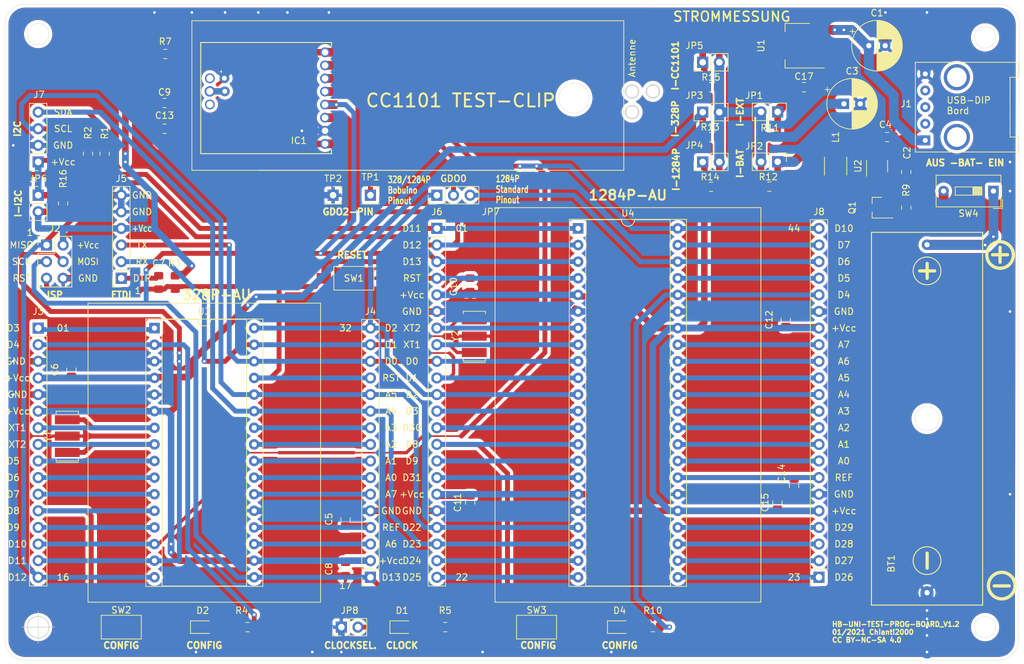
<source format=kicad_pcb>
(kicad_pcb (version 20171130) (host pcbnew "(5.1.8)-1")
  (layers (0 F.Cu signal) (31 B.Cu signal) (34 B.Paste user) (35 F.Paste user) (36 B.SilkS user) (37 F.SilkS user) (38 B.Mask user hide) (39 F.Mask user) (44 Edge.Cuts user))
  (net 0 "")
  (net 1 "Net-(BT1-Pad1)")
  (net 2 GND)
  (net 3 +5V)
  (net 4 /AREF_328)
  (net 5 +3V3)
  (net 6 /DTR)
  (net 7 /RESET)
  (net 8 /AREF_1284)
  (net 9 "Net-(D1-Pad2)")
  (net 10 "Net-(D2-Pad2)")
  (net 11 "Net-(D4-Pad2)")
  (net 12 /D11_1284)
  (net 13 /D13_1284)
  (net 14 /D12_1284)
  (net 15 "Net-(IC1-Pad6)")
  (net 16 /D2_1284)
  (net 17 /D9_328)
  (net 18 /D8_328)
  (net 19 /D7_328)
  (net 20 /D6_328)
  (net 21 /D5_328)
  (net 22 /XTAL2_328)
  (net 23 /XTAL1_328)
  (net 24 /D4_328)
  (net 25 /D3_328)
  (net 26 /D1_1284)
  (net 27 /D0_1284)
  (net 28 /A5_328)
  (net 29 /A4_328)
  (net 30 /A3_328)
  (net 31 /A2_328)
  (net 32 /A1_328)
  (net 33 /A0_328)
  (net 34 /A7_328)
  (net 35 /A6_328)
  (net 36 /D25_1284)
  (net 37 /D24_1284)
  (net 38 /D31_1284)
  (net 39 /D9_1284)
  (net 40 /D8_1284)
  (net 41 /D30_1284)
  (net 42 /D3_1284)
  (net 43 /XTAL1_1284)
  (net 44 /XTAL2_1284)
  (net 45 /D7_1284)
  (net 46 /D6_1284)
  (net 47 /D5_1284)
  (net 48 /D4_1284)
  (net 49 /A7_1284)
  (net 50 /A6_1284)
  (net 51 /A5_1284)
  (net 52 /A4_1284)
  (net 53 /A3_1284)
  (net 54 /A2_1284)
  (net 55 /A1_1284)
  (net 56 /A0_1284)
  (net 57 /D29_1284)
  (net 58 /D28_1284)
  (net 59 /D27_1284)
  (net 60 /D26_1284)
  (net 61 "Net-(L1-Pad2)")
  (net 62 /CS)
  (net 63 /+3.3V_328)
  (net 64 /+3.3V_1284)
  (net 65 /+3.3V_I2C)
  (net 66 "Net-(IC1-Pad9)")
  (net 67 "Net-(IC1-Pad7)")
  (net 68 "Net-(D1-Pad1)")
  (net 69 /+3.3V_CC1101)
  (net 70 "Net-(C2-Pad1)")
  (net 71 "Net-(C4-Pad1)")
  (net 72 "Net-(C17-Pad1)")
  (net 73 "Net-(Q1-Pad3)")
  (net 74 "Net-(Q1-Pad1)")
  (module Crystal:Resonator_SMD-3Pin_7.2x3.0mm (layer F.Cu) (at 161.29 86.5613 90)
    (fp_text reference Y2 (at 0 -2.9 90) (layer F.SilkS))
    (fp_text value Resonator)
    (pad 3 smd rect (at 2.5 0 90) (size 1.4 3.8) (layers F.Cu F.Paste F.Mask) (net 44 /XTAL2_1284))
    (pad 2 smd rect (at 0 0 90) (size 1.4 3.8) (layers F.Cu F.Paste F.Mask) (net 2 GND))
    (pad 1 smd rect (at -2.5 0 90) (size 1.4 3.8) (layers F.Cu F.Paste F.Mask) (net 43 /XTAL1_1284))
  )
  (module Crystal:Resonator_SMD-3Pin_7.2x3.0mm (layer F.Cu) (at 99.06 101.841 90)
    (fp_text reference Y1 (at 0 -2.9 90) (layer F.SilkS))
    (fp_text value Resonator)
    (pad 3 smd rect (at 2.5 0 90) (size 1.4 3.8) (layers F.Cu F.Paste F.Mask) (net 23 /XTAL1_328))
    (pad 2 smd rect (at 0 0 90) (size 1.4 3.8) (layers F.Cu F.Paste F.Mask) (net 2 GND))
    (pad 1 smd rect (at -2.5 0 90) (size 1.4 3.8) (layers F.Cu F.Paste F.Mask) (net 22 /XTAL2_328))
  )
  (module Button_Switch_THT:SW_DIP_SPSTx01_Slide_9.78x4.72mm_W7.62mm_P2.54mm (layer F.Cu) (at 240.665 64.3763 180)
    (fp_text reference SW4 (at 3.81 -3.42) (layer F.SilkS))
    (fp_text value SW_DIP_x01)
    (pad 2 thru_hole oval (at 7.62 0 180) (size 1.6 1.6) (drill 0.8) (layers *.Cu *.Mask) (net 73 "Net-(Q1-Pad3)"))
    (pad 1 thru_hole rect (at 0 0 180) (size 1.6 1.6) (drill 0.8) (layers *.Cu *.Mask) (net 1 "Net-(BT1-Pad1)"))
  )
  (module additional:CC1101_POGOPIN (layer F.Cu) (at 140.97 58.6613 180)
    (fp_text reference IC1 (at 6.5 2) (layer F.SilkS))
    (fp_text value CC1101)
    (pad 13 thru_hole circle (at 17.888 11.535 180) (size 1.5 1.5) (drill 0.75) (layers *.Cu *.Mask) (net 2 GND))
    (pad 9 thru_hole circle (at 17.8245 9.525 180) (size 1.5 1.5) (drill 0.75) (layers *.Cu *.Mask) (net 66 "Net-(IC1-Pad9)"))
    (pad 11 thru_hole circle (at 20.1105 11.5215 180) (size 1.5 1.5) (drill 1.06) (layers *.Cu *.Mask))
    (pad 9 thru_hole circle (at 20.1105 9.525 180) (size 1.6 1.6) (drill 1.06) (layers *.Cu *.Mask) (net 66 "Net-(IC1-Pad9)"))
    (pad 10 thru_hole circle (at 20.1105 7.525 180) (size 1.5 1.5) (drill 1.06) (layers *.Cu *.Mask))
    (pad 7 connect rect (at 1.5 13.5 180) (size 1.8 1.35) (layers F.Cu F.Mask) (net 67 "Net-(IC1-Pad7)"))
    (pad 6 connect rect (at 1.5 11.5 180) (size 1.8 1.35) (layers F.Cu F.Mask) (net 15 "Net-(IC1-Pad6)"))
    (pad 5 connect rect (at 1.5 9.5 180) (size 1.8 1.35) (layers F.Cu F.Mask) (net 14 /D12_1284))
    (pad 4 connect rect (at 1.5 7.5 180) (size 1.8 1.35) (layers F.Cu F.Mask) (net 13 /D13_1284))
    (pad 3 connect rect (at 1.5 5.5 180) (size 1.8 1.35) (layers F.Cu F.Mask) (net 12 /D11_1284))
    (pad 2 connect rect (at 1.5 3.5 180) (size 1.8 1.35) (layers F.Cu F.Mask) (net 2 GND))
    (pad 1 connect rect (at 1.5 1.5 180) (size 1.8 1.35) (layers F.Cu F.Mask) (net 69 /+3.3V_CC1101))
    (pad 7 thru_hole circle (at 2.5 13.5 180) (size 1.5 1.5) (drill 1) (layers *.Cu *.Mask) (net 67 "Net-(IC1-Pad7)"))
    (pad 6 thru_hole circle (at 2.5 11.5 180) (size 1.5 1.5) (drill 1) (layers *.Cu *.Mask) (net 15 "Net-(IC1-Pad6)"))
    (pad 5 thru_hole circle (at 2.5 9.5 180) (size 1.5 1.5) (drill 1) (layers *.Cu *.Mask) (net 14 /D12_1284))
    (pad 4 thru_hole circle (at 2.5 7.5 180) (size 1.5 1.5) (drill 1) (layers *.Cu *.Mask) (net 13 /D13_1284))
    (pad 3 thru_hole circle (at 2.5 5.5 180) (size 1.5 1.5) (drill 1) (layers *.Cu *.Mask) (net 12 /D11_1284))
    (pad 2 thru_hole circle (at 2.5 3.5 180) (size 1.5 1.5) (drill 1) (layers *.Cu *.Mask) (net 2 GND))
    (pad 1 thru_hole circle (at 2.5 1.5 180) (size 1.5 1.5) (drill 1) (layers *.Cu *.Mask) (net 69 /+3.3V_CC1101))
    (pad 8 connect rect (at 1.5 15.5 180) (size 1.8 1.35) (layers F.Cu F.Mask) (net 62 /CS))
    (pad 8 thru_hole circle (at 2.5 15.5 180) (size 1.5 1.5) (drill 1) (layers *.Cu *.Mask) (net 62 /CS))
  )
  (module Connector_PinHeader_2.54mm:PinHeader_1x03_P2.54mm_Vertical (layer F.Cu) (at 155.575 65.0113 90)
    (fp_text reference JP7 (at -2.54 8.255) (layer F.SilkS))
    (fp_text value "BOBUINO - GDO0 - STANDARD")
    (pad 3 thru_hole oval (at 0 5.08 90) (size 1.7 1.7) (drill 1) (layers *.Cu *.Mask) (net 46 /D6_1284))
    (pad 2 thru_hole oval (at 0 2.54 90) (size 1.7 1.7) (drill 1) (layers *.Cu *.Mask) (net 67 "Net-(IC1-Pad7)"))
    (pad 1 thru_hole rect (at 0 0 90) (size 1.7 1.7) (drill 1) (layers *.Cu *.Mask) (net 16 /D2_1284))
  )
  (module Connector_PinSocket_2.54mm:PinSocket_1x06_P2.54mm_Vertical (layer F.Cu) (at 107.315 77.7113 180)
    (fp_text reference J5 (at 0 15.24) (layer F.SilkS))
    (fp_text value FTDI)
    (pad 1 thru_hole rect (at 0 0 180) (size 1.7 1.7) (drill 1) (layers *.Cu *.Mask) (net 6 /DTR))
    (pad 2 thru_hole oval (at 0 2.54 180) (size 1.7 1.7) (drill 1) (layers *.Cu *.Mask) (net 26 /D1_1284))
    (pad 3 thru_hole oval (at 0 5.08 180) (size 1.7 1.7) (drill 1) (layers *.Cu *.Mask) (net 27 /D0_1284))
    (pad 4 thru_hole oval (at 0 7.62 180) (size 1.7 1.7) (drill 1) (layers *.Cu *.Mask) (net 5 +3V3))
    (pad 5 thru_hole oval (at 0 10.16 180) (size 1.7 1.7) (drill 1) (layers *.Cu *.Mask) (net 2 GND))
    (pad 6 thru_hole oval (at 0 12.7 180) (size 1.7 1.7) (drill 1) (layers *.Cu *.Mask) (net 2 GND))
  )
  (module Connector_PinSocket_2.54mm:PinSocket_1x16_P2.54mm_Vertical (layer F.Cu) (at 145.415 123.431 180)
    (fp_text reference J4 (at 0 40.6397) (layer F.SilkS))
    (fp_text value "328_PIN 17-32")
    (pad 16 thru_hole oval (at 0 38.1 180) (size 1.7 1.7) (drill 1) (layers *.Cu *.Mask) (net 16 /D2_1284))
    (pad 15 thru_hole oval (at 0 35.56 180) (size 1.7 1.7) (drill 1) (layers *.Cu *.Mask) (net 26 /D1_1284))
    (pad 14 thru_hole oval (at 0 33.02 180) (size 1.7 1.7) (drill 1) (layers *.Cu *.Mask) (net 27 /D0_1284))
    (pad 13 thru_hole oval (at 0 30.48 180) (size 1.7 1.7) (drill 1) (layers *.Cu *.Mask) (net 7 /RESET))
    (pad 12 thru_hole oval (at 0 27.94 180) (size 1.7 1.7) (drill 1) (layers *.Cu *.Mask) (net 28 /A5_328))
    (pad 11 thru_hole oval (at 0 25.4 180) (size 1.7 1.7) (drill 1) (layers *.Cu *.Mask) (net 29 /A4_328))
    (pad 10 thru_hole oval (at 0 22.86 180) (size 1.7 1.7) (drill 1) (layers *.Cu *.Mask) (net 30 /A3_328))
    (pad 9 thru_hole oval (at 0 20.32 180) (size 1.7 1.7) (drill 1) (layers *.Cu *.Mask) (net 31 /A2_328))
    (pad 8 thru_hole oval (at 0 17.78 180) (size 1.7 1.7) (drill 1) (layers *.Cu *.Mask) (net 32 /A1_328))
    (pad 7 thru_hole oval (at 0 15.24 180) (size 1.7 1.7) (drill 1) (layers *.Cu *.Mask) (net 33 /A0_328))
    (pad 6 thru_hole oval (at 0 12.7 180) (size 1.7 1.7) (drill 1) (layers *.Cu *.Mask) (net 34 /A7_328))
    (pad 5 thru_hole oval (at 0 10.16 180) (size 1.7 1.7) (drill 1) (layers *.Cu *.Mask) (net 2 GND))
    (pad 4 thru_hole oval (at 0 7.62 180) (size 1.7 1.7) (drill 1) (layers *.Cu *.Mask) (net 4 /AREF_328))
    (pad 3 thru_hole oval (at 0 5.08 180) (size 1.7 1.7) (drill 1) (layers *.Cu *.Mask) (net 35 /A6_328))
    (pad 2 thru_hole oval (at 0 2.54 180) (size 1.7 1.7) (drill 1) (layers *.Cu *.Mask) (net 63 /+3.3V_328))
    (pad 1 thru_hole rect (at 0 0 180) (size 1.7 1.7) (drill 1) (layers *.Cu *.Mask) (net 13 /D13_1284))
  )
  (module Package_TO_SOT_SMD:SOT-223 (layer F.Cu) (at 210.718 42.1513 180)
    (fp_text reference U1 (at 5.588 0 90) (layer F.SilkS))
    (fp_text value AMS1117-3.3)
    (pad 4 smd rect (at 3.15 0 180) (size 2 3.8) (layers F.Cu F.Paste F.Mask))
    (pad 2 smd rect (at -3.15 0 180) (size 2 1.5) (layers F.Cu F.Paste F.Mask) (net 72 "Net-(C17-Pad1)"))
    (pad 3 smd rect (at -3.15 2.3 180) (size 2 1.5) (layers F.Cu F.Paste F.Mask) (net 3 +5V))
    (pad 1 smd rect (at -3.15 -2.3 180) (size 2 1.5) (layers F.Cu F.Paste F.Mask) (net 2 GND))
  )
  (module Package_TO_SOT_SMD:SOT-23_Handsoldering (layer F.Cu) (at 222.885 66.9163 180)
    (fp_text reference Q1 (at 3.81 0 90) (layer F.SilkS))
    (fp_text value IRLML5203)
    (pad 3 smd rect (at 1.5 0 180) (size 1.9 0.8) (layers F.Cu F.Paste F.Mask) (net 73 "Net-(Q1-Pad3)"))
    (pad 2 smd rect (at -1.5 0.95 180) (size 1.9 0.8) (layers F.Cu F.Paste F.Mask) (net 70 "Net-(C2-Pad1)"))
    (pad 1 smd rect (at -1.5 -0.95 180) (size 1.9 0.8) (layers F.Cu F.Paste F.Mask) (net 74 "Net-(Q1-Pad1)"))
  )
  (module Inductor_SMD:L_1812_4532Metric_Pad1.30x3.40mm_HandSolder (layer F.Cu) (at 216.535 60.5663 90)
    (fp_text reference L1 (at 4.445 0 90) (layer F.SilkS))
    (fp_text value " LQH43CN100K03L")
    (pad 2 smd roundrect (at 2.225 0 90) (size 1.3 3.4) (layers F.Cu F.Paste F.Mask) (roundrect_rratio 0.1923069230769231) (net 61 "Net-(L1-Pad2)"))
    (pad 1 smd roundrect (at -2.225 0 90) (size 1.3 3.4) (layers F.Cu F.Paste F.Mask) (roundrect_rratio 0.1923069230769231) (net 70 "Net-(C2-Pad1)"))
  )
  (module Capacitor_THT:CP_Radial_D7.5mm_P2.50mm (layer F.Cu) (at 217.805 51.0413)
    (fp_text reference C3 (at 1.25 -5) (layer F.SilkS))
    (fp_text value 100µF/16V)
    (pad 2 thru_hole circle (at 2.5 0) (size 1.6 1.6) (drill 0.8) (layers *.Cu *.Mask) (net 2 GND))
    (pad 1 thru_hole rect (at 0 0) (size 1.6 1.6) (drill 0.8) (layers *.Cu *.Mask) (net 5 +3V3))
  )
  (module Capacitor_THT:CP_Radial_D7.5mm_P2.50mm (layer F.Cu) (at 221.615 42.1513)
    (fp_text reference C1 (at 1.25 -5) (layer F.SilkS))
    (fp_text value 100µF/16V)
    (pad 2 thru_hole circle (at 2.5 0) (size 1.6 1.6) (drill 0.8) (layers *.Cu *.Mask) (net 2 GND))
    (pad 1 thru_hole rect (at 0 0) (size 1.6 1.6) (drill 0.8) (layers *.Cu *.Mask) (net 3 +5V))
  )
  (module Connector_PinSocket_2.54mm:PinSocket_1x01_P2.54mm_Vertical (layer F.Cu) (at 145.415 65.0113)
    (fp_text reference TP1 (at 0 -2.77) (layer F.SilkS))
    (fp_text value TestPin)
    (pad 1 thru_hole rect (at 0 0) (size 1.7 1.7) (drill 1) (layers *.Cu *.Mask) (net 15 "Net-(IC1-Pad6)"))
  )
  (module Resistor_SMD:R_0805_2012Metric_Pad1.15x1.40mm_HandSolder (layer F.Cu) (at 227.33 66.9163 90)
    (fp_text reference R9 (at 2.667 0 90) (layer F.SilkS))
    (fp_text value 100k)
    (pad 2 smd roundrect (at 1.025 0 90) (size 1.15 1.4) (layers F.Cu F.Paste F.Mask) (roundrect_rratio 0.2173904347826087) (net 2 GND))
    (pad 1 smd roundrect (at -1.025 0 90) (size 1.15 1.4) (layers F.Cu F.Paste F.Mask) (roundrect_rratio 0.2173904347826087) (net 74 "Net-(Q1-Pad1)"))
  )
  (module Capacitor_SMD:C_0805_2012Metric_Pad1.15x1.40mm_HandSolder (layer F.Cu) (at 211.7 48.5013)
    (fp_text reference C17 (at 0 -1.65) (layer F.SilkS))
    (fp_text value 10µF)
    (pad 2 smd roundrect (at 1.025 0) (size 1.15 1.4) (layers F.Cu F.Paste F.Mask) (roundrect_rratio 0.2173904347826087) (net 2 GND))
    (pad 1 smd roundrect (at -1.025 0) (size 1.15 1.4) (layers F.Cu F.Paste F.Mask) (roundrect_rratio 0.2173904347826087) (net 72 "Net-(C17-Pad1)"))
  )
  (module Connector_PinHeader_2.54mm:PinHeader_2x03_P2.54mm_Vertical (layer F.Cu) (at 95.885 72.6313)
    (fp_text reference J2 (at 1.27 -2.54) (layer F.SilkS))
    (fp_text value ISP)
    (pad 6 thru_hole oval (at 2.54 5.08) (size 1.7 1.7) (drill 1) (layers *.Cu *.Mask) (net 2 GND))
    (pad 5 thru_hole oval (at 0 5.08) (size 1.7 1.7) (drill 1) (layers *.Cu *.Mask) (net 7 /RESET))
    (pad 4 thru_hole oval (at 2.54 2.54) (size 1.7 1.7) (drill 1) (layers *.Cu *.Mask) (net 12 /D11_1284))
    (pad 3 thru_hole oval (at 0 2.54) (size 1.7 1.7) (drill 1) (layers *.Cu *.Mask) (net 13 /D13_1284))
    (pad 2 thru_hole oval (at 2.54 0) (size 1.7 1.7) (drill 1) (layers *.Cu *.Mask) (net 5 +3V3))
    (pad 1 thru_hole rect (at 0 0) (size 1.7 1.7) (drill 1) (layers *.Cu *.Mask) (net 14 /D12_1284))
  )
  (module Connector_PinSocket_2.54mm:PinSocket_1x01_P2.54mm_Vertical (layer F.Cu) (at 139.7 65.0113)
    (fp_text reference TP2 (at 0 -2.54) (layer F.SilkS))
    (fp_text value TestPin)
    (pad 1 thru_hole rect (at 0 0) (size 1.7 1.7) (drill 1) (layers *.Cu *.Mask) (net 2 GND))
  )
  (module Resistor_SMD:R_0805_2012Metric_Pad1.15x1.40mm_HandSolder (layer F.Cu) (at 156.845 131.051 180)
    (fp_text reference R5 (at 0 2.5397) (layer F.SilkS))
    (fp_text value 330)
    (pad 2 smd roundrect (at 1.025 0 180) (size 1.15 1.4) (layers F.Cu F.Paste F.Mask) (roundrect_rratio 0.2173904347826087) (net 9 "Net-(D1-Pad2)"))
    (pad 1 smd roundrect (at -1.025 0 180) (size 1.15 1.4) (layers F.Cu F.Paste F.Mask) (roundrect_rratio 0.217) (net 13 /D13_1284))
  )
  (module Homebrew:BATTERY_HOLDER_GOOBAY_AA (layer F.Cu) (at 239.014 127.686 90)
    (fp_text reference BT1 (at 6.35 -13.97 90) (layer F.SilkS))
    (fp_text value Battery)
    (fp_text user + (at 51.1 -8.7 90) (layer F.SilkS) (effects (font (size 3 3) (thickness 0.5))))
    (fp_text user - (at 6.8 -8.7 90) (layer F.SilkS) (effects (font (size 3 3) (thickness 0.5))))
    (pad 2 thru_hole circle (at 1.9 -8.5 90) (size 1.6 1.6) (drill 0.8) (layers *.Cu *.Mask) (net 2 GND))
    (pad 1 thru_hole circle (at 55.1 -8.5 90) (size 1.6 1.6) (drill 0.8) (layers *.Cu *.Mask) (net 1 "Net-(BT1-Pad1)"))
    (pad "" np_thru_hole circle (at 28.5 -8.5 90) (size 2.9 2.9) (drill 2.9) (layers *.Cu *.Mask))
  )
  (module Capacitor_SMD:C_0805_2012Metric_Pad1.15x1.40mm_HandSolder (layer F.Cu) (at 227.33 61.4463 90)
    (fp_text reference C2 (at 2.912 0.127 90) (layer F.SilkS))
    (fp_text value 10µF/10V)
    (pad 2 smd roundrect (at 1.025 0 90) (size 1.15 1.4) (layers F.Cu F.Paste F.Mask) (roundrect_rratio 0.2173904347826087) (net 2 GND))
    (pad 1 smd roundrect (at -1.025 0 90) (size 1.15 1.4) (layers F.Cu F.Paste F.Mask) (roundrect_rratio 0.2173904347826087) (net 70 "Net-(C2-Pad1)"))
  )
  (module Capacitor_SMD:C_0805_2012Metric_Pad1.15x1.40mm_HandSolder (layer F.Cu) (at 224.409 56.1213)
    (fp_text reference C4 (at -0.254 -1.905) (layer F.SilkS))
    (fp_text value 10µF)
    (pad 2 smd roundrect (at 1.025 0) (size 1.15 1.4) (layers F.Cu F.Paste F.Mask) (roundrect_rratio 0.2173904347826087) (net 2 GND))
    (pad 1 smd roundrect (at -1.025 0) (size 1.15 1.4) (layers F.Cu F.Paste F.Mask) (roundrect_rratio 0.2173904347826087) (net 71 "Net-(C4-Pad1)"))
  )
  (module Capacitor_SMD:C_0805_2012Metric_Pad1.15x1.40mm_HandSolder (layer F.Cu) (at 141.605 114.541 90)
    (fp_text reference C5 (at 0 -2.54 90) (layer F.SilkS))
    (fp_text value 100n)
    (pad 2 smd roundrect (at 1.025 0 90) (size 1.15 1.4) (layers F.Cu F.Paste F.Mask) (roundrect_rratio 0.2173904347826087) (net 2 GND))
    (pad 1 smd roundrect (at -1.025 0 90) (size 1.15 1.4) (layers F.Cu F.Paste F.Mask) (roundrect_rratio 0.2173904347826087) (net 4 /AREF_328))
  )
  (module Capacitor_SMD:C_0805_2012Metric_Pad1.15x1.40mm_HandSolder (layer F.Cu) (at 99.695 91.6813 90)
    (fp_text reference C6 (at 0 -2.54 90) (layer F.SilkS))
    (fp_text value 100n)
    (pad 2 smd roundrect (at 1.025 0 90) (size 1.15 1.4) (layers F.Cu F.Paste F.Mask) (roundrect_rratio 0.2173904347826087) (net 2 GND))
    (pad 1 smd roundrect (at -1.025 0 90) (size 1.15 1.4) (layers F.Cu F.Paste F.Mask) (roundrect_rratio 0.2173904347826087) (net 63 /+3.3V_328))
  )
  (module Capacitor_SMD:C_0805_2012Metric_Pad1.15x1.40mm_HandSolder (layer F.Cu) (at 113.03 78.3463 90)
    (fp_text reference C7 (at 2.921 0) (layer F.SilkS))
    (fp_text value 100n)
    (pad 2 smd roundrect (at 1.025 0 90) (size 1.15 1.4) (layers F.Cu F.Paste F.Mask) (roundrect_rratio 0.2173904347826087) (net 6 /DTR))
    (pad 1 smd roundrect (at -1.025 0 90) (size 1.15 1.4) (layers F.Cu F.Paste F.Mask) (roundrect_rratio 0.2173904347826087) (net 7 /RESET))
  )
  (module Capacitor_SMD:C_0805_2012Metric_Pad1.15x1.40mm_HandSolder (layer F.Cu) (at 141.605 122.161 270)
    (fp_text reference C8 (at 0.0003 2.54 90) (layer F.SilkS))
    (fp_text value 100n)
    (pad 2 smd roundrect (at 1.025 0 270) (size 1.15 1.4) (layers F.Cu F.Paste F.Mask) (roundrect_rratio 0.2173904347826087) (net 2 GND))
    (pad 1 smd roundrect (at -1.025 0 270) (size 1.15 1.4) (layers F.Cu F.Paste F.Mask) (roundrect_rratio 0.2173904347826087) (net 63 /+3.3V_328))
  )
  (module Capacitor_SMD:C_0805_2012Metric_Pad1.15x1.40mm_HandSolder (layer F.Cu) (at 207.645 112.001 90)
    (fp_text reference C15 (at -0.0003 -1.905 90) (layer F.SilkS))
    (fp_text value 100n)
    (pad 2 smd roundrect (at 1.025 0 90) (size 1.15 1.4) (layers F.Cu F.Paste F.Mask) (roundrect_rratio 0.2173904347826087) (net 2 GND))
    (pad 1 smd roundrect (at -1.025 0 90) (size 1.15 1.4) (layers F.Cu F.Paste F.Mask) (roundrect_rratio 0.2173904347826087) (net 64 /+3.3V_1284))
  )
  (module Capacitor_SMD:C_0805_2012Metric_Pad1.15x1.40mm_HandSolder (layer F.Cu) (at 160.655 78.7213 270)
    (fp_text reference C10 (at 0.26 2.54 90) (layer F.SilkS))
    (fp_text value 100n)
    (pad 2 smd roundrect (at 1.025 0 270) (size 1.15 1.4) (layers F.Cu F.Paste F.Mask) (roundrect_rratio 0.2173904347826087) (net 2 GND))
    (pad 1 smd roundrect (at -1.025 0 270) (size 1.15 1.4) (layers F.Cu F.Paste F.Mask) (roundrect_rratio 0.2173904347826087) (net 64 /+3.3V_1284))
  )
  (module Capacitor_SMD:C_0805_2012Metric_Pad1.15x1.40mm_HandSolder (layer F.Cu) (at 160.655 112.001 270)
    (fp_text reference C11 (at 0.0003 1.905 90) (layer F.SilkS))
    (fp_text value 100n)
    (pad 2 smd roundrect (at 1.025 0 270) (size 1.15 1.4) (layers F.Cu F.Paste F.Mask) (roundrect_rratio 0.2173904347826087) (net 2 GND))
    (pad 1 smd roundrect (at -1.025 0 270) (size 1.15 1.4) (layers F.Cu F.Paste F.Mask) (roundrect_rratio 0.2173904347826087) (net 64 /+3.3V_1284))
  )
  (module Capacitor_SMD:C_0805_2012Metric_Pad1.15x1.40mm_HandSolder (layer F.Cu) (at 208.915 84.0613 90)
    (fp_text reference C12 (at 0 -2.54 90) (layer F.SilkS))
    (fp_text value 100n)
    (pad 2 smd roundrect (at 1.025 0 90) (size 1.15 1.4) (layers F.Cu F.Paste F.Mask) (roundrect_rratio 0.2173904347826087) (net 2 GND))
    (pad 1 smd roundrect (at -1.025 0 90) (size 1.15 1.4) (layers F.Cu F.Paste F.Mask) (roundrect_rratio 0.2173904347826087) (net 64 /+3.3V_1284))
  )
  (module Capacitor_SMD:C_0805_2012Metric_Pad1.15x1.40mm_HandSolder (layer F.Cu) (at 113.928 54.8513 180)
    (fp_text reference C13 (at 0 2.032) (layer F.SilkS))
    (fp_text value 1µ)
    (pad 2 smd roundrect (at 1.025 0 180) (size 1.15 1.4) (layers F.Cu F.Paste F.Mask) (roundrect_rratio 0.2173904347826087) (net 69 /+3.3V_CC1101))
    (pad 1 smd roundrect (at -1.025 0 180) (size 1.15 1.4) (layers F.Cu F.Paste F.Mask) (roundrect_rratio 0.2173904347826087) (net 2 GND))
  )
  (module Capacitor_SMD:C_0805_2012Metric_Pad1.15x1.40mm_HandSolder (layer F.Cu) (at 210.185 109.461 270)
    (fp_text reference C14 (at -1.9047 1.905 90) (layer F.SilkS))
    (fp_text value 100n)
    (pad 2 smd roundrect (at 1.025 0 270) (size 1.15 1.4) (layers F.Cu F.Paste F.Mask) (roundrect_rratio 0.2173904347826087) (net 2 GND))
    (pad 1 smd roundrect (at -1.025 0 270) (size 1.15 1.4) (layers F.Cu F.Paste F.Mask) (roundrect_rratio 0.2173904347826087) (net 8 /AREF_1284))
  )
  (module LED_SMD:LED_0805_2012Metric_Pad1.15x1.40mm_HandSolder (layer F.Cu) (at 150.25 131.051)
    (fp_text reference D1 (at 0 -2.54) (layer F.SilkS))
    (fp_text value CLOCK)
    (pad 2 smd roundrect (at 1.025 0) (size 1.15 1.4) (layers F.Cu F.Paste F.Mask) (roundrect_rratio 0.2173904347826087) (net 9 "Net-(D1-Pad2)"))
    (pad 1 smd roundrect (at -1.025 0) (size 1.15 1.4) (layers F.Cu F.Paste F.Mask) (roundrect_rratio 0.2173904347826087) (net 68 "Net-(D1-Pad1)"))
  )
  (module LED_SMD:LED_0805_2012Metric_Pad1.15x1.40mm_HandSolder (layer F.Cu) (at 119.77 131.051)
    (fp_text reference D2 (at 0 -2.54) (layer F.SilkS))
    (fp_text value CONFIG)
    (pad 2 smd roundrect (at 1.025 0) (size 1.15 1.4) (layers F.Cu F.Paste F.Mask) (roundrect_rratio 0.2173904347826087) (net 10 "Net-(D2-Pad2)"))
    (pad 1 smd roundrect (at -1.025 0) (size 1.15 1.4) (layers F.Cu F.Paste F.Mask) (roundrect_rratio 0.2173904347826087) (net 2 GND))
  )
  (module LED_SMD:LED_0805_2012Metric_Pad1.15x1.40mm_HandSolder (layer F.Cu) (at 183.515 131.051)
    (fp_text reference D4 (at 0 -2.54) (layer F.SilkS))
    (fp_text value CONFIG)
    (pad 2 smd roundrect (at 1.025 0) (size 1.15 1.4) (layers F.Cu F.Paste F.Mask) (roundrect_rratio 0.2173904347826087) (net 11 "Net-(D4-Pad2)"))
    (pad 1 smd roundrect (at -1.025 0) (size 1.15 1.4) (layers F.Cu F.Paste F.Mask) (roundrect_rratio 0.2173904347826087) (net 2 GND))
  )
  (module Connector_PinSocket_2.54mm:PinSocket_1x16_P2.54mm_Vertical (layer F.Cu) (at 94.615 85.3313)
    (fp_text reference J3 (at 0 -2.54) (layer F.SilkS))
    (fp_text value "328_PIN 01-16")
    (pad 16 thru_hole oval (at 0 38.1) (size 1.7 1.7) (drill 1) (layers *.Cu *.Mask) (net 14 /D12_1284))
    (pad 15 thru_hole oval (at 0 35.56) (size 1.7 1.7) (drill 1) (layers *.Cu *.Mask) (net 12 /D11_1284))
    (pad 14 thru_hole oval (at 0 33.02) (size 1.7 1.7) (drill 1) (layers *.Cu *.Mask) (net 62 /CS))
    (pad 13 thru_hole oval (at 0 30.48) (size 1.7 1.7) (drill 1) (layers *.Cu *.Mask) (net 17 /D9_328))
    (pad 12 thru_hole oval (at 0 27.94) (size 1.7 1.7) (drill 1) (layers *.Cu *.Mask) (net 18 /D8_328))
    (pad 11 thru_hole oval (at 0 25.4) (size 1.7 1.7) (drill 1) (layers *.Cu *.Mask) (net 19 /D7_328))
    (pad 10 thru_hole oval (at 0 22.86) (size 1.7 1.7) (drill 1) (layers *.Cu *.Mask) (net 20 /D6_328))
    (pad 9 thru_hole oval (at 0 20.32) (size 1.7 1.7) (drill 1) (layers *.Cu *.Mask) (net 21 /D5_328))
    (pad 8 thru_hole oval (at 0 17.78) (size 1.7 1.7) (drill 1) (layers *.Cu *.Mask) (net 22 /XTAL2_328))
    (pad 7 thru_hole oval (at 0 15.24) (size 1.7 1.7) (drill 1) (layers *.Cu *.Mask) (net 23 /XTAL1_328))
    (pad 6 thru_hole oval (at 0 12.7) (size 1.7 1.7) (drill 1) (layers *.Cu *.Mask) (net 63 /+3.3V_328))
    (pad 5 thru_hole oval (at 0 10.16) (size 1.7 1.7) (drill 1) (layers *.Cu *.Mask) (net 2 GND))
    (pad 4 thru_hole oval (at 0 7.62) (size 1.7 1.7) (drill 1) (layers *.Cu *.Mask) (net 63 /+3.3V_328))
    (pad 3 thru_hole oval (at 0 5.08) (size 1.7 1.7) (drill 1) (layers *.Cu *.Mask) (net 2 GND))
    (pad 2 thru_hole oval (at 0 2.54) (size 1.7 1.7) (drill 1) (layers *.Cu *.Mask) (net 24 /D4_328))
    (pad 1 thru_hole rect (at 0 0) (size 1.7 1.7) (drill 1) (layers *.Cu *.Mask) (net 25 /D3_328))
  )
  (module Connector_PinSocket_2.54mm:PinSocket_1x22_P2.54mm_Vertical (layer F.Cu) (at 155.575 70.0913)
    (fp_text reference J6 (at 0 -2.54) (layer F.SilkS))
    (fp_text value "1284 PIN 01-22")
    (pad 22 thru_hole oval (at 0 53.34) (size 1.7 1.7) (drill 1) (layers *.Cu *.Mask) (net 36 /D25_1284))
    (pad 21 thru_hole oval (at 0 50.8) (size 1.7 1.7) (drill 1) (layers *.Cu *.Mask) (net 37 /D24_1284))
    (pad 20 thru_hole oval (at 0 48.26) (size 1.7 1.7) (drill 1) (layers *.Cu *.Mask) (net 29 /A4_328))
    (pad 19 thru_hole oval (at 0 45.72) (size 1.7 1.7) (drill 1) (layers *.Cu *.Mask) (net 28 /A5_328))
    (pad 18 thru_hole oval (at 0 43.18) (size 1.7 1.7) (drill 1) (layers *.Cu *.Mask) (net 2 GND))
    (pad 17 thru_hole oval (at 0 40.64) (size 1.7 1.7) (drill 1) (layers *.Cu *.Mask) (net 64 /+3.3V_1284))
    (pad 16 thru_hole oval (at 0 38.1) (size 1.7 1.7) (drill 1) (layers *.Cu *.Mask) (net 38 /D31_1284))
    (pad 15 thru_hole oval (at 0 35.56) (size 1.7 1.7) (drill 1) (layers *.Cu *.Mask) (net 39 /D9_1284))
    (pad 14 thru_hole oval (at 0 33.02) (size 1.7 1.7) (drill 1) (layers *.Cu *.Mask) (net 40 /D8_1284))
    (pad 13 thru_hole oval (at 0 30.48) (size 1.7 1.7) (drill 1) (layers *.Cu *.Mask) (net 41 /D30_1284))
    (pad 12 thru_hole oval (at 0 27.94) (size 1.7 1.7) (drill 1) (layers *.Cu *.Mask) (net 42 /D3_1284))
    (pad 11 thru_hole oval (at 0 25.4) (size 1.7 1.7) (drill 1) (layers *.Cu *.Mask) (net 16 /D2_1284))
    (pad 10 thru_hole oval (at 0 22.86) (size 1.7 1.7) (drill 1) (layers *.Cu *.Mask) (net 26 /D1_1284))
    (pad 9 thru_hole oval (at 0 20.32) (size 1.7 1.7) (drill 1) (layers *.Cu *.Mask) (net 27 /D0_1284))
    (pad 8 thru_hole oval (at 0 17.78) (size 1.7 1.7) (drill 1) (layers *.Cu *.Mask) (net 43 /XTAL1_1284))
    (pad 7 thru_hole oval (at 0 15.24) (size 1.7 1.7) (drill 1) (layers *.Cu *.Mask) (net 44 /XTAL2_1284))
    (pad 6 thru_hole oval (at 0 12.7) (size 1.7 1.7) (drill 1) (layers *.Cu *.Mask) (net 2 GND))
    (pad 5 thru_hole oval (at 0 10.16) (size 1.7 1.7) (drill 1) (layers *.Cu *.Mask) (net 64 /+3.3V_1284))
    (pad 4 thru_hole oval (at 0 7.62) (size 1.7 1.7) (drill 1) (layers *.Cu *.Mask) (net 7 /RESET))
    (pad 3 thru_hole oval (at 0 5.08) (size 1.7 1.7) (drill 1) (layers *.Cu *.Mask) (net 13 /D13_1284))
    (pad 2 thru_hole oval (at 0 2.54) (size 1.7 1.7) (drill 1) (layers *.Cu *.Mask) (net 14 /D12_1284))
    (pad 1 thru_hole rect (at 0 0) (size 1.7 1.7) (drill 1) (layers *.Cu *.Mask) (net 12 /D11_1284))
  )
  (module Connector_PinSocket_2.54mm:PinSocket_1x22_P2.54mm_Vertical (layer F.Cu) (at 213.995 123.431 180)
    (fp_text reference J8 (at 0 55.8797) (layer F.SilkS))
    (fp_text value "1284 PIN 23-44")
    (pad 22 thru_hole oval (at 0 53.34 180) (size 1.7 1.7) (drill 1) (layers *.Cu *.Mask) (net 62 /CS))
    (pad 21 thru_hole oval (at 0 50.8 180) (size 1.7 1.7) (drill 1) (layers *.Cu *.Mask) (net 45 /D7_1284))
    (pad 20 thru_hole oval (at 0 48.26 180) (size 1.7 1.7) (drill 1) (layers *.Cu *.Mask) (net 46 /D6_1284))
    (pad 19 thru_hole oval (at 0 45.72 180) (size 1.7 1.7) (drill 1) (layers *.Cu *.Mask) (net 47 /D5_1284))
    (pad 18 thru_hole oval (at 0 43.18 180) (size 1.7 1.7) (drill 1) (layers *.Cu *.Mask) (net 48 /D4_1284))
    (pad 17 thru_hole oval (at 0 40.64 180) (size 1.7 1.7) (drill 1) (layers *.Cu *.Mask) (net 2 GND))
    (pad 16 thru_hole oval (at 0 38.1 180) (size 1.7 1.7) (drill 1) (layers *.Cu *.Mask) (net 64 /+3.3V_1284))
    (pad 15 thru_hole oval (at 0 35.56 180) (size 1.7 1.7) (drill 1) (layers *.Cu *.Mask) (net 49 /A7_1284))
    (pad 14 thru_hole oval (at 0 33.02 180) (size 1.7 1.7) (drill 1) (layers *.Cu *.Mask) (net 50 /A6_1284))
    (pad 13 thru_hole oval (at 0 30.48 180) (size 1.7 1.7) (drill 1) (layers *.Cu *.Mask) (net 51 /A5_1284))
    (pad 12 thru_hole oval (at 0 27.94 180) (size 1.7 1.7) (drill 1) (layers *.Cu *.Mask) (net 52 /A4_1284))
    (pad 11 thru_hole oval (at 0 25.4 180) (size 1.7 1.7) (drill 1) (layers *.Cu *.Mask) (net 53 /A3_1284))
    (pad 10 thru_hole oval (at 0 22.86 180) (size 1.7 1.7) (drill 1) (layers *.Cu *.Mask) (net 54 /A2_1284))
    (pad 9 thru_hole oval (at 0 20.32 180) (size 1.7 1.7) (drill 1) (layers *.Cu *.Mask) (net 55 /A1_1284))
    (pad 8 thru_hole oval (at 0 17.78 180) (size 1.7 1.7) (drill 1) (layers *.Cu *.Mask) (net 56 /A0_1284))
    (pad 7 thru_hole oval (at 0 15.24 180) (size 1.7 1.7) (drill 1) (layers *.Cu *.Mask) (net 8 /AREF_1284))
    (pad 6 thru_hole oval (at 0 12.7 180) (size 1.7 1.7) (drill 1) (layers *.Cu *.Mask) (net 2 GND))
    (pad 5 thru_hole oval (at 0 10.16 180) (size 1.7 1.7) (drill 1) (layers *.Cu *.Mask) (net 64 /+3.3V_1284))
    (pad 4 thru_hole oval (at 0 7.62 180) (size 1.7 1.7) (drill 1) (layers *.Cu *.Mask) (net 57 /D29_1284))
    (pad 3 thru_hole oval (at 0 5.08 180) (size 1.7 1.7) (drill 1) (layers *.Cu *.Mask) (net 58 /D28_1284))
    (pad 2 thru_hole oval (at 0 2.54 180) (size 1.7 1.7) (drill 1) (layers *.Cu *.Mask) (net 59 /D27_1284))
    (pad 1 thru_hole rect (at 0 0 180) (size 1.7 1.7) (drill 1) (layers *.Cu *.Mask) (net 60 /D26_1284))
  )
  (module Connector_PinHeader_2.54mm:PinHeader_1x02_P2.54mm_Vertical (layer F.Cu) (at 207.67 52.2732 270)
    (fp_text reference JP1 (at -2.5019 3.581) (layer F.SilkS))
    (fp_text value I-EXT)
    (pad 2 thru_hole oval (at 0 2.54 270) (size 1.7 1.7) (drill 1) (layers *.Cu *.Mask) (net 5 +3V3))
    (pad 1 thru_hole rect (at 0 0 270) (size 1.7 1.7) (drill 1) (layers *.Cu *.Mask) (net 72 "Net-(C17-Pad1)"))
  )
  (module Connector_PinHeader_2.54mm:PinHeader_1x02_P2.54mm_Vertical (layer F.Cu) (at 207.67 59.8932 270)
    (fp_text reference JP2 (at -2.3749 3.581) (layer F.SilkS))
    (fp_text value " I-BAT")
    (pad 2 thru_hole oval (at 0 2.54 270) (size 1.7 1.7) (drill 1) (layers *.Cu *.Mask) (net 5 +3V3))
    (pad 1 thru_hole rect (at 0 0 270) (size 1.7 1.7) (drill 1) (layers *.Cu *.Mask) (net 71 "Net-(C4-Pad1)"))
  )
  (module Connector_PinHeader_2.54mm:PinHeader_1x02_P2.54mm_Vertical (layer F.Cu) (at 196.215 44.6913 90)
    (fp_text reference JP5 (at 2.54 -1.27 180) (layer F.SilkS))
    (fp_text value I-CC1101)
    (pad 2 thru_hole oval (at 0 2.54 90) (size 1.7 1.7) (drill 1) (layers *.Cu *.Mask) (net 5 +3V3))
    (pad 1 thru_hole rect (at 0 0 90) (size 1.7 1.7) (drill 1) (layers *.Cu *.Mask) (net 69 /+3.3V_CC1101))
  )
  (module Resistor_SMD:R_0805_2012Metric_Pad1.15x1.40mm_HandSolder (layer F.Cu) (at 115.57 78.3553 270)
    (fp_text reference R3 (at -2.93 0.127) (layer F.SilkS))
    (fp_text value 10k)
    (pad 2 smd roundrect (at 1.025 0 270) (size 1.15 1.4) (layers F.Cu F.Paste F.Mask) (roundrect_rratio 0.2173904347826087) (net 7 /RESET))
    (pad 1 smd roundrect (at -1.025 0 270) (size 1.15 1.4) (layers F.Cu F.Paste F.Mask) (roundrect_rratio 0.2173904347826087) (net 5 +3V3))
  )
  (module Resistor_SMD:R_0805_2012Metric_Pad1.15x1.40mm_HandSolder (layer F.Cu) (at 126.61 131.051 180)
    (fp_text reference R4 (at 0.88 2.5397) (layer F.SilkS))
    (fp_text value 330)
    (pad 2 smd roundrect (at 1.025 0 180) (size 1.15 1.4) (layers F.Cu F.Paste F.Mask) (roundrect_rratio 0.2173904347826087) (net 10 "Net-(D2-Pad2)"))
    (pad 1 smd roundrect (at -1.025 0 180) (size 1.15 1.4) (layers F.Cu F.Paste F.Mask) (roundrect_rratio 0.2173904347826087) (net 24 /D4_328))
  )
  (module Resistor_SMD:R_0805_2012Metric_Pad1.15x1.40mm_HandSolder (layer F.Cu) (at 114.046 43.4213 180)
    (fp_text reference R7 (at 0 1.905) (layer F.SilkS))
    (fp_text value 10k)
    (pad 2 smd roundrect (at 1.025 0 180) (size 1.15 1.4) (layers F.Cu F.Paste F.Mask) (roundrect_rratio 0.2173904347826087) (net 69 /+3.3V_CC1101))
    (pad 1 smd roundrect (at -1.025 0 180) (size 1.15 1.4) (layers F.Cu F.Paste F.Mask) (roundrect_rratio 0.2173904347826087) (net 62 /CS))
  )
  (module Resistor_SMD:R_0805_2012Metric_Pad1.15x1.40mm_HandSolder (layer F.Cu) (at 188.595 131.051 180)
    (fp_text reference R10 (at 0 2.54) (layer F.SilkS))
    (fp_text value 330)
    (pad 2 smd roundrect (at 1.025 0 180) (size 1.15 1.4) (layers F.Cu F.Paste F.Mask) (roundrect_rratio 0.2173904347826087) (net 11 "Net-(D4-Pad2)"))
    (pad 1 smd roundrect (at -1.025 0 180) (size 1.15 1.4) (layers F.Cu F.Paste F.Mask) (roundrect_rratio 0.2173904347826087) (net 48 /D4_1284))
  )
  (module Button_Switch_SMD:SW_SPST_FSMSM (layer F.Cu) (at 142.875 77.7113)
    (fp_text reference SW1 (at 0 0) (layer F.SilkS))
    (fp_text value RESET)
    (pad 2 smd rect (at 4.59 0) (size 2.18 1.6) (layers F.Cu F.Paste F.Mask) (net 2 GND))
    (pad 1 smd rect (at -4.59 0) (size 2.18 1.6) (layers F.Cu F.Paste F.Mask) (net 7 /RESET))
  )
  (module Button_Switch_SMD:SW_SPST_FSMSM (layer F.Cu) (at 107.315 131.051)
    (fp_text reference SW2 (at 0 -2.6) (layer F.SilkS))
    (fp_text value CONFIG)
    (pad 2 smd rect (at 4.59 0) (size 2.18 1.6) (layers F.Cu F.Paste F.Mask) (net 2 GND))
    (pad 1 smd rect (at -4.59 0) (size 2.18 1.6) (layers F.Cu F.Paste F.Mask) (net 18 /D8_328))
  )
  (module Button_Switch_SMD:SW_SPST_FSMSM (layer F.Cu) (at 170.815 131.051)
    (fp_text reference SW3 (at 0 -2.6) (layer F.SilkS))
    (fp_text value CONFIG)
    (pad 2 smd rect (at 4.59 0) (size 2.18 1.6) (layers F.Cu F.Paste F.Mask) (net 2 GND))
    (pad 1 smd rect (at -4.59 0) (size 2.18 1.6) (layers F.Cu F.Paste F.Mask) (net 40 /D8_1284))
  )
  (module Package_TO_SOT_SMD:SOT-23-5_HandSoldering (layer F.Cu) (at 222.885 60.5663 90)
    (fp_text reference U2 (at 0 -2.921 90) (layer F.SilkS))
    (fp_text value MAX1724)
    (pad 5 smd rect (at 1.35 -0.95 90) (size 1.56 0.65) (layers F.Cu F.Paste F.Mask) (net 61 "Net-(L1-Pad2)"))
    (pad 4 smd rect (at 1.35 0.95 90) (size 1.56 0.65) (layers F.Cu F.Paste F.Mask) (net 71 "Net-(C4-Pad1)"))
    (pad 3 smd rect (at -1.35 0.95 90) (size 1.56 0.65) (layers F.Cu F.Paste F.Mask) (net 70 "Net-(C2-Pad1)"))
    (pad 2 smd rect (at -1.35 0 90) (size 1.56 0.65) (layers F.Cu F.Paste F.Mask) (net 2 GND))
    (pad 1 smd rect (at -1.35 -0.95 90) (size 1.56 0.65) (layers F.Cu F.Paste F.Mask) (net 70 "Net-(C2-Pad1)"))
  )
  (module Connector_PinHeader_2.54mm:PinHeader_1x02_P2.54mm_Vertical (layer F.Cu) (at 196.215 52.3113 90)
    (fp_text reference JP3 (at 2.54 -1.27 180) (layer F.SilkS))
    (fp_text value I-328P)
    (pad 2 thru_hole oval (at 0 2.54 90) (size 1.7 1.7) (drill 1) (layers *.Cu *.Mask) (net 5 +3V3))
    (pad 1 thru_hole rect (at 0 0 90) (size 1.7 1.7) (drill 1) (layers *.Cu *.Mask) (net 63 /+3.3V_328))
  )
  (module Connector_PinHeader_2.54mm:PinHeader_1x02_P2.54mm_Vertical (layer F.Cu) (at 196.215 59.9313 90)
    (fp_text reference JP4 (at 2.54 -1.27) (layer F.SilkS))
    (fp_text value I-1284P)
    (pad 2 thru_hole oval (at 0 2.54 90) (size 1.7 1.7) (drill 1) (layers *.Cu *.Mask) (net 5 +3V3))
    (pad 1 thru_hole rect (at 0 0 90) (size 1.7 1.7) (drill 1) (layers *.Cu *.Mask) (net 64 /+3.3V_1284))
  )
  (module Package_DIP:DIP-32_W15.24mm_Socket (layer F.Cu) (at 112.395 85.3313)
    (fp_text reference U3 (at 7.62 -2.54) (layer F.SilkS))
    (fp_text value ATmega328P-AU)
    (pad 32 thru_hole oval (at 15.24 0) (size 1.6 1.6) (drill 0.8) (layers *.Cu *.Mask) (net 16 /D2_1284))
    (pad 16 thru_hole oval (at 0 38.1) (size 1.6 1.6) (drill 0.8) (layers *.Cu *.Mask) (net 14 /D12_1284))
    (pad 31 thru_hole oval (at 15.24 2.54) (size 1.6 1.6) (drill 0.8) (layers *.Cu *.Mask) (net 26 /D1_1284))
    (pad 15 thru_hole oval (at 0 35.56) (size 1.6 1.6) (drill 0.8) (layers *.Cu *.Mask) (net 12 /D11_1284))
    (pad 30 thru_hole oval (at 15.24 5.08) (size 1.6 1.6) (drill 0.8) (layers *.Cu *.Mask) (net 27 /D0_1284))
    (pad 14 thru_hole oval (at 0 33.02) (size 1.6 1.6) (drill 0.8) (layers *.Cu *.Mask) (net 62 /CS))
    (pad 29 thru_hole oval (at 15.24 7.62) (size 1.6 1.6) (drill 0.8) (layers *.Cu *.Mask) (net 7 /RESET))
    (pad 13 thru_hole oval (at 0 30.48) (size 1.6 1.6) (drill 0.8) (layers *.Cu *.Mask) (net 17 /D9_328))
    (pad 28 thru_hole oval (at 15.24 10.16) (size 1.6 1.6) (drill 0.8) (layers *.Cu *.Mask) (net 28 /A5_328))
    (pad 12 thru_hole oval (at 0 27.94) (size 1.6 1.6) (drill 0.8) (layers *.Cu *.Mask) (net 18 /D8_328))
    (pad 27 thru_hole oval (at 15.24 12.7) (size 1.6 1.6) (drill 0.8) (layers *.Cu *.Mask) (net 29 /A4_328))
    (pad 11 thru_hole oval (at 0 25.4) (size 1.6 1.6) (drill 0.8) (layers *.Cu *.Mask) (net 19 /D7_328))
    (pad 26 thru_hole oval (at 15.24 15.24) (size 1.6 1.6) (drill 0.8) (layers *.Cu *.Mask) (net 30 /A3_328))
    (pad 10 thru_hole oval (at 0 22.86) (size 1.6 1.6) (drill 0.8) (layers *.Cu *.Mask) (net 20 /D6_328))
    (pad 25 thru_hole oval (at 15.24 17.78) (size 1.6 1.6) (drill 0.8) (layers *.Cu *.Mask) (net 31 /A2_328))
    (pad 9 thru_hole oval (at 0 20.32) (size 1.6 1.6) (drill 0.8) (layers *.Cu *.Mask) (net 21 /D5_328))
    (pad 24 thru_hole oval (at 15.24 20.32) (size 1.6 1.6) (drill 0.8) (layers *.Cu *.Mask) (net 32 /A1_328))
    (pad 8 thru_hole oval (at 0 17.78) (size 1.6 1.6) (drill 0.8) (layers *.Cu *.Mask) (net 22 /XTAL2_328))
    (pad 23 thru_hole oval (at 15.24 22.86) (size 1.6 1.6) (drill 0.8) (layers *.Cu *.Mask) (net 33 /A0_328))
    (pad 7 thru_hole oval (at 0 15.24) (size 1.6 1.6) (drill 0.8) (layers *.Cu *.Mask) (net 23 /XTAL1_328))
    (pad 22 thru_hole oval (at 15.24 25.4) (size 1.6 1.6) (drill 0.8) (layers *.Cu *.Mask) (net 34 /A7_328))
    (pad 6 thru_hole oval (at 0 12.7) (size 1.6 1.6) (drill 0.8) (layers *.Cu *.Mask) (net 63 /+3.3V_328))
    (pad 21 thru_hole oval (at 15.24 27.94) (size 1.6 1.6) (drill 0.8) (layers *.Cu *.Mask) (net 2 GND))
    (pad 5 thru_hole oval (at 0 10.16) (size 1.6 1.6) (drill 0.8) (layers *.Cu *.Mask) (net 2 GND))
    (pad 20 thru_hole oval (at 15.24 30.48) (size 1.6 1.6) (drill 0.8) (layers *.Cu *.Mask) (net 4 /AREF_328))
    (pad 4 thru_hole oval (at 0 7.62) (size 1.6 1.6) (drill 0.8) (layers *.Cu *.Mask) (net 63 /+3.3V_328))
    (pad 19 thru_hole oval (at 15.24 33.02) (size 1.6 1.6) (drill 0.8) (layers *.Cu *.Mask) (net 35 /A6_328))
    (pad 3 thru_hole oval (at 0 5.08) (size 1.6 1.6) (drill 0.8) (layers *.Cu *.Mask) (net 2 GND))
    (pad 18 thru_hole oval (at 15.24 35.56) (size 1.6 1.6) (drill 0.8) (layers *.Cu *.Mask) (net 63 /+3.3V_328))
    (pad 2 thru_hole oval (at 0 2.54) (size 1.6 1.6) (drill 0.8) (layers *.Cu *.Mask) (net 24 /D4_328))
    (pad 17 thru_hole oval (at 15.24 38.1) (size 1.6 1.6) (drill 0.8) (layers *.Cu *.Mask) (net 13 /D13_1284))
    (pad 1 thru_hole rect (at 0 0) (size 1.6 1.6) (drill 0.8) (layers *.Cu *.Mask) (net 25 /D3_328))
  )
  (module Capacitor_SMD:C_0805_2012Metric_Pad1.15x1.40mm_HandSolder (layer F.Cu) (at 113.928 50.9143)
    (fp_text reference C9 (at 0 -1.65) (layer F.SilkS))
    (fp_text value 100n)
    (pad 2 smd roundrect (at 1.025 0) (size 1.15 1.4) (layers F.Cu F.Paste F.Mask) (roundrect_rratio 0.2173904347826087) (net 2 GND))
    (pad 1 smd roundrect (at -1.025 0) (size 1.15 1.4) (layers F.Cu F.Paste F.Mask) (roundrect_rratio 0.2173904347826087) (net 69 /+3.3V_CC1101))
  )
  (module Connector_PinHeader_2.54mm:PinHeader_1x02_P2.54mm_Vertical (layer F.Cu) (at 94.615 65.0113)
    (fp_text reference JP6 (at 0 -2.54) (layer F.SilkS))
    (fp_text value I-I2C)
    (pad 2 thru_hole oval (at 0 2.54) (size 1.7 1.7) (drill 1) (layers *.Cu *.Mask) (net 5 +3V3))
    (pad 1 thru_hole rect (at 0 0) (size 1.7 1.7) (drill 1) (layers *.Cu *.Mask) (net 65 /+3.3V_I2C))
  )
  (module Resistor_SMD:R_0805_2012Metric_Pad1.15x1.40mm_HandSolder (layer F.Cu) (at 104.775 58.6613 90)
    (fp_text reference R1 (at 3.175 0 90) (layer F.SilkS))
    (fp_text value 10k)
    (pad 2 smd roundrect (at 1.025 0 90) (size 1.15 1.4) (layers F.Cu F.Paste F.Mask) (roundrect_rratio 0.2173904347826087) (net 29 /A4_328))
    (pad 1 smd roundrect (at -1.025 0 90) (size 1.15 1.4) (layers F.Cu F.Paste F.Mask) (roundrect_rratio 0.2173904347826087) (net 65 /+3.3V_I2C))
  )
  (module Resistor_SMD:R_0805_2012Metric_Pad1.15x1.40mm_HandSolder (layer F.Cu) (at 102.235 58.6613 90)
    (fp_text reference R2 (at 3.175 0 90) (layer F.SilkS))
    (fp_text value 10k)
    (pad 2 smd roundrect (at 1.025 0 90) (size 1.15 1.4) (layers F.Cu F.Paste F.Mask) (roundrect_rratio 0.2173904347826087) (net 28 /A5_328))
    (pad 1 smd roundrect (at -1.025 0 90) (size 1.15 1.4) (layers F.Cu F.Paste F.Mask) (roundrect_rratio 0.2173904347826087) (net 65 /+3.3V_I2C))
  )
  (module Resistor_SMD:R_0805_2012Metric_Pad1.15x1.40mm_HandSolder (layer F.Cu) (at 206.4 56.0832)
    (fp_text reference R11 (at 0.102 -1.3589) (layer F.SilkS))
    (fp_text value SHUNT)
    (pad 2 smd roundrect (at 1.025 0) (size 1.15 1.4) (layers F.Cu F.Paste F.Mask) (roundrect_rratio 0.2173904347826087) (net 72 "Net-(C17-Pad1)"))
    (pad 1 smd roundrect (at -1.025 0) (size 1.15 1.4) (layers F.Cu F.Paste F.Mask) (roundrect_rratio 0.2173904347826087) (net 5 +3V3))
  )
  (module Resistor_SMD:R_0805_2012Metric_Pad1.15x1.40mm_HandSolder (layer F.Cu) (at 197.485 56.1213 180)
    (fp_text reference R13 (at 0.127 1.524) (layer F.SilkS))
    (fp_text value SHUNT)
    (pad 2 smd roundrect (at 1.025 0 180) (size 1.15 1.4) (layers F.Cu F.Paste F.Mask) (roundrect_rratio 0.2173904347826087) (net 63 /+3.3V_328))
    (pad 1 smd roundrect (at -1.025 0 180) (size 1.15 1.4) (layers F.Cu F.Paste F.Mask) (roundrect_rratio 0.2173904347826087) (net 5 +3V3))
  )
  (module Resistor_SMD:R_0805_2012Metric_Pad1.15x1.40mm_HandSolder (layer F.Cu) (at 197.485 63.7413 180)
    (fp_text reference R14 (at 0.127 1.524) (layer F.SilkS))
    (fp_text value SHUNT)
    (pad 2 smd roundrect (at 1.025 0 180) (size 1.15 1.4) (layers F.Cu F.Paste F.Mask) (roundrect_rratio 0.2173904347826087) (net 64 /+3.3V_1284))
    (pad 1 smd roundrect (at -1.025 0 180) (size 1.15 1.4) (layers F.Cu F.Paste F.Mask) (roundrect_rratio 0.2173904347826087) (net 5 +3V3))
  )
  (module Resistor_SMD:R_0805_2012Metric_Pad1.15x1.40mm_HandSolder (layer F.Cu) (at 197.485 48.5013 180)
    (fp_text reference R15 (at 0 1.524) (layer F.SilkS))
    (fp_text value SHUNT)
    (pad 2 smd roundrect (at 1.025 0 180) (size 1.15 1.4) (layers F.Cu F.Paste F.Mask) (roundrect_rratio 0.2173904347826087) (net 69 /+3.3V_CC1101))
    (pad 1 smd roundrect (at -1.025 0 180) (size 1.15 1.4) (layers F.Cu F.Paste F.Mask) (roundrect_rratio 0.2173904347826087) (net 5 +3V3))
  )
  (module Resistor_SMD:R_0805_2012Metric_Pad1.15x1.40mm_HandSolder (layer F.Cu) (at 98.425 66.2723 90)
    (fp_text reference R16 (at 3.801 0 90) (layer F.SilkS))
    (fp_text value SHUNT)
    (pad 2 smd roundrect (at 1.025 0 90) (size 1.15 1.4) (layers F.Cu F.Paste F.Mask) (roundrect_rratio 0.2173904347826087) (net 65 /+3.3V_I2C))
    (pad 1 smd roundrect (at -1.025 0 90) (size 1.15 1.4) (layers F.Cu F.Paste F.Mask) (roundrect_rratio 0.2173904347826087) (net 5 +3V3))
  )
  (module Resistor_SMD:R_0805_2012Metric_Pad1.15x1.40mm_HandSolder (layer F.Cu) (at 206.409 63.7032)
    (fp_text reference R12 (at -0.161 -1.4859) (layer F.SilkS))
    (fp_text value SHUNT)
    (pad 2 smd roundrect (at 1.025 0) (size 1.15 1.4) (layers F.Cu F.Paste F.Mask) (roundrect_rratio 0.2173904347826087) (net 71 "Net-(C4-Pad1)"))
    (pad 1 smd roundrect (at -1.025 0) (size 1.15 1.4) (layers F.Cu F.Paste F.Mask) (roundrect_rratio 0.2173904347826087) (net 5 +3V3))
  )
  (module Connector_PinSocket_2.54mm:PinSocket_1x04_P2.54mm_Vertical (layer F.Cu) (at 94.615 59.9313 180)
    (fp_text reference J7 (at -0.127 10.287) (layer F.SilkS))
    (fp_text value I2C)
    (pad 4 thru_hole oval (at 0 7.62 180) (size 1.7 1.7) (drill 1) (layers *.Cu *.Mask) (net 29 /A4_328))
    (pad 3 thru_hole oval (at 0 5.08 180) (size 1.7 1.7) (drill 1) (layers *.Cu *.Mask) (net 28 /A5_328))
    (pad 2 thru_hole oval (at 0 2.54 180) (size 1.7 1.7) (drill 1) (layers *.Cu *.Mask) (net 2 GND))
    (pad 1 thru_hole rect (at 0 0 180) (size 1.7 1.7) (drill 1) (layers *.Cu *.Mask) (net 65 /+3.3V_I2C))
  )
  (module Package_DIP:DIP-48_W15.24mm_Socket (layer F.Cu) (at 177.165 70.0913)
    (fp_text reference U4 (at 7.62 -2.33) (layer F.SilkS))
    (fp_text value ATmega1284P-AU)
    (pad 44 thru_hole oval (at 15.24 0) (size 1.6 1.6) (drill 0.8) (layers *.Cu *.Mask) (net 62 /CS))
    (pad 43 thru_hole oval (at 15.24 2.54) (size 1.6 1.6) (drill 0.8) (layers *.Cu *.Mask) (net 45 /D7_1284))
    (pad 42 thru_hole oval (at 15.24 5.08) (size 1.6 1.6) (drill 0.8) (layers *.Cu *.Mask) (net 46 /D6_1284))
    (pad 22 thru_hole oval (at 0 53.34) (size 1.6 1.6) (drill 0.8) (layers *.Cu *.Mask) (net 36 /D25_1284))
    (pad 41 thru_hole oval (at 15.24 7.62) (size 1.6 1.6) (drill 0.8) (layers *.Cu *.Mask) (net 47 /D5_1284))
    (pad 21 thru_hole oval (at 0 50.8) (size 1.6 1.6) (drill 0.8) (layers *.Cu *.Mask) (net 37 /D24_1284))
    (pad 40 thru_hole oval (at 15.24 10.16) (size 1.6 1.6) (drill 0.8) (layers *.Cu *.Mask) (net 48 /D4_1284))
    (pad 20 thru_hole oval (at 0 48.26) (size 1.6 1.6) (drill 0.8) (layers *.Cu *.Mask) (net 29 /A4_328))
    (pad 39 thru_hole oval (at 15.24 12.7) (size 1.6 1.6) (drill 0.8) (layers *.Cu *.Mask) (net 2 GND))
    (pad 19 thru_hole oval (at 0 45.72) (size 1.6 1.6) (drill 0.8) (layers *.Cu *.Mask) (net 28 /A5_328))
    (pad 38 thru_hole oval (at 15.24 15.24) (size 1.6 1.6) (drill 0.8) (layers *.Cu *.Mask) (net 64 /+3.3V_1284))
    (pad 18 thru_hole oval (at 0 43.18) (size 1.6 1.6) (drill 0.8) (layers *.Cu *.Mask) (net 2 GND))
    (pad 37 thru_hole oval (at 15.24 17.78) (size 1.6 1.6) (drill 0.8) (layers *.Cu *.Mask) (net 49 /A7_1284))
    (pad 17 thru_hole oval (at 0 40.64) (size 1.6 1.6) (drill 0.8) (layers *.Cu *.Mask) (net 64 /+3.3V_1284))
    (pad 36 thru_hole oval (at 15.24 20.32) (size 1.6 1.6) (drill 0.8) (layers *.Cu *.Mask) (net 50 /A6_1284))
    (pad 16 thru_hole oval (at 0 38.1) (size 1.6 1.6) (drill 0.8) (layers *.Cu *.Mask) (net 38 /D31_1284))
    (pad 35 thru_hole oval (at 15.24 22.86) (size 1.6 1.6) (drill 0.8) (layers *.Cu *.Mask) (net 51 /A5_1284))
    (pad 15 thru_hole oval (at 0 35.56) (size 1.6 1.6) (drill 0.8) (layers *.Cu *.Mask) (net 39 /D9_1284))
    (pad 34 thru_hole oval (at 15.24 25.4) (size 1.6 1.6) (drill 0.8) (layers *.Cu *.Mask) (net 52 /A4_1284))
    (pad 14 thru_hole oval (at 0 33.02) (size 1.6 1.6) (drill 0.8) (layers *.Cu *.Mask) (net 40 /D8_1284))
    (pad 33 thru_hole oval (at 15.24 27.94) (size 1.6 1.6) (drill 0.8) (layers *.Cu *.Mask) (net 53 /A3_1284))
    (pad 13 thru_hole oval (at 0 30.48) (size 1.6 1.6) (drill 0.8) (layers *.Cu *.Mask) (net 41 /D30_1284))
    (pad 32 thru_hole oval (at 15.24 30.48) (size 1.6 1.6) (drill 0.8) (layers *.Cu *.Mask) (net 54 /A2_1284))
    (pad 12 thru_hole oval (at 0 27.94) (size 1.6 1.6) (drill 0.8) (layers *.Cu *.Mask) (net 42 /D3_1284))
    (pad 31 thru_hole oval (at 15.24 33.02) (size 1.6 1.6) (drill 0.8) (layers *.Cu *.Mask) (net 55 /A1_1284))
    (pad 11 thru_hole oval (at 0 25.4) (size 1.6 1.6) (drill 0.8) (layers *.Cu *.Mask) (net 16 /D2_1284))
    (pad 30 thru_hole oval (at 15.24 35.56) (size 1.6 1.6) (drill 0.8) (layers *.Cu *.Mask) (net 56 /A0_1284))
    (pad 10 thru_hole oval (at 0 22.86) (size 1.6 1.6) (drill 0.8) (layers *.Cu *.Mask) (net 26 /D1_1284))
    (pad 29 thru_hole oval (at 15.24 38.1) (size 1.6 1.6) (drill 0.8) (layers *.Cu *.Mask) (net 8 /AREF_1284))
    (pad 9 thru_hole oval (at 0 20.32) (size 1.6 1.6) (drill 0.8) (layers *.Cu *.Mask) (net 27 /D0_1284))
    (pad 28 thru_hole oval (at 15.24 40.64) (size 1.6 1.6) (drill 0.8) (layers *.Cu *.Mask) (net 2 GND))
    (pad 8 thru_hole oval (at 0 17.78) (size 1.6 1.6) (drill 0.8) (layers *.Cu *.Mask) (net 43 /XTAL1_1284))
    (pad 27 thru_hole oval (at 15.24 43.18) (size 1.6 1.6) (drill 0.8) (layers *.Cu *.Mask) (net 64 /+3.3V_1284))
    (pad 7 thru_hole oval (at 0 15.24) (size 1.6 1.6) (drill 0.8) (layers *.Cu *.Mask) (net 44 /XTAL2_1284))
    (pad 26 thru_hole oval (at 15.24 45.72) (size 1.6 1.6) (drill 0.8) (layers *.Cu *.Mask) (net 57 /D29_1284))
    (pad 6 thru_hole oval (at 0 12.7) (size 1.6 1.6) (drill 0.8) (layers *.Cu *.Mask) (net 2 GND))
    (pad 25 thru_hole oval (at 15.24 48.26) (size 1.6 1.6) (drill 0.8) (layers *.Cu *.Mask) (net 58 /D28_1284))
    (pad 5 thru_hole oval (at 0 10.16) (size 1.6 1.6) (drill 0.8) (layers *.Cu *.Mask) (net 64 /+3.3V_1284))
    (pad 24 thru_hole oval (at 15.24 50.8) (size 1.6 1.6) (drill 0.8) (layers *.Cu *.Mask) (net 59 /D27_1284))
    (pad 4 thru_hole oval (at 0 7.62) (size 1.6 1.6) (drill 0.8) (layers *.Cu *.Mask) (net 7 /RESET))
    (pad 23 thru_hole oval (at 15.24 53.34) (size 1.6 1.6) (drill 0.8) (layers *.Cu *.Mask) (net 60 /D26_1284))
    (pad 3 thru_hole oval (at 0 5.08) (size 1.6 1.6) (drill 0.8) (layers *.Cu *.Mask) (net 13 /D13_1284))
    (pad 2 thru_hole oval (at 0 2.54) (size 1.6 1.6) (drill 0.8) (layers *.Cu *.Mask) (net 14 /D12_1284))
    (pad 1 thru_hole rect (at 0 0) (size 1.6 1.6) (drill 0.8) (layers *.Cu *.Mask) (net 12 /D11_1284))
  )
  (module Connector_PinHeader_2.54mm:PinHeader_1x02_P2.54mm_Vertical (layer F.Cu) (at 140.97 131.051 90)
    (fp_text reference JP8 (at 2.54 1.27) (layer F.SilkS))
    (fp_text value CLOCKSEL)
    (pad 2 thru_hole oval (at 0 2.54 90) (size 1.7 1.7) (drill 1) (layers *.Cu *.Mask) (net 68 "Net-(D1-Pad1)"))
    (pad 1 thru_hole rect (at 0 0 90) (size 1.7 1.7) (drill 1) (layers *.Cu *.Mask) (net 2 GND))
  )
  (module additional:USB-MICRO-DIP (layer F.Cu) (at 244.475 44.6913 180)
    (fp_text reference J1 (at 17.145 -6.35) (layer F.SilkS))
    (fp_text value USB_B_Micro)
    (pad 5 thru_hole circle (at 14.228 -1.778 180) (size 1.524 1.524) (drill 0.762) (layers *.Cu *.Mask) (net 2 GND))
    (pad 4 thru_hole circle (at 14.228 -4.318 180) (size 1.524 1.524) (drill 0.762) (layers *.Cu *.Mask))
    (pad 3 thru_hole circle (at 14.228 -6.858 180) (size 1.524 1.524) (drill 0.762) (layers *.Cu *.Mask))
    (pad 2 thru_hole circle (at 14.228 -9.398 180) (size 1.524 1.524) (drill 0.762) (layers *.Cu *.Mask))
    (pad 1 thru_hole rect (at 14.228 -11.938 180) (size 1.524 1.524) (drill 0.762) (layers *.Cu *.Mask) (net 3 +5V))
    (pad 6 thru_hole circle (at 9.398 -2.286 180) (size 4 4) (drill 3) (layers *.Cu *.Mask))
    (pad 7 thru_hole circle (at 9.398 -11.43 180) (size 4 4) (drill 3) (layers *.Cu *.Mask))
  )
  (gr_text STROMMESSUNG (at 200.66 37.7063) (layer F.SilkS) (effects (font (size 1.5 1.5) (thickness 0.25))))
  (gr_text "AUS -BAT- EIN" (at 236.347 60.0583) (layer F.SilkS) (effects (font (size 1 1) (thickness 0.25))))
  (gr_circle (center 230.505 99.1743) (end 231.521 100.6983) (layer Edge.Cuts) (width 0.05))
  (gr_text 1 (at 109.855 79.6163) (layer F.SilkS) (effects (font (size 1 1))))
  (gr_text 1 (at 93.345 70.7263) (layer F.SilkS) (effects (font (size 1 1))))
  (gr_text MOSI (at 102.235 75.1713) (layer F.SilkS) (effects (font (size 1 0.9))))
  (gr_text SCK (at 92.075 75.1713) (layer F.SilkS) (effects (font (size 1 1))))
  (gr_text MISO (at 92.075 72.6313) (layer F.SilkS) (effects (font (size 1 1))))
  (gr_text +Vcc (at 102.235 72.6313) (layer F.SilkS) (effects (font (size 1 0.9))))
  (gr_text RST (at 92.075 77.7113) (layer F.SilkS) (effects (font (size 1 1))))
  (gr_text GND (at 102.235 77.7113) (layer F.SilkS) (effects (font (size 1 1))))
  (gr_text DTR (at 110.49 77.7113) (layer F.SilkS) (effects (font (size 1 1))))
  (gr_text RX (at 110.49 75.1713) (layer F.SilkS) (effects (font (size 1 1))))
  (gr_text TX (at 110.49 72.6313) (layer F.SilkS) (effects (font (size 1 1))))
  (gr_text GND (at 110.49 65.0113) (layer F.SilkS) (effects (font (size 1 1))))
  (gr_text GND (at 110.49 67.5513) (layer F.SilkS) (effects (font (size 1 1))))
  (gr_text +Vcc (at 110.49 70.0913) (layer F.SilkS) (effects (font (size 1 0.8))))
  (gr_text I-EXT (at 201.93 52.3113 90) (layer F.SilkS) (effects (font (size 1 1) (thickness 0.25))))
  (gr_text " I-BAT" (at 201.93 60.5663 90) (layer F.SilkS) (effects (font (size 1 1) (thickness 0.25))))
  (gr_text I-CC1101 (at 192.024 45.1993 90) (layer F.SilkS) (effects (font (size 1 1) (thickness 0.25))))
  (gr_text I-328P (at 192.024 53.3273 90) (layer F.SilkS) (effects (font (size 1 1) (thickness 0.25))))
  (gr_text I-1284P (at 192.151 61.0743 90) (layer F.SilkS) (effects (font (size 1 1) (thickness 0.25))))
  (gr_text I2C (at 91.44 54.8513 90) (layer F.SilkS) (effects (font (size 1 1) (thickness 0.25))))
  (gr_text RESET (at 142.621 74.1553) (layer F.SilkS) (effects (font (size 1 1) (thickness 0.25))))
  (gr_text I-I2C (at 91.567 66.2813 90) (layer F.SilkS) (effects (font (size 1 1) (thickness 0.25))))
  (gr_text ISP (at 97.155 80.2513) (layer F.SilkS) (effects (font (size 1 1) (thickness 0.25))))
  (gr_text FTDI (at 107.315 80.2513) (layer F.SilkS) (effects (font (size 1 1) (thickness 0.25))))
  (gr_text CONFIG (at 183.515 133.8453) (layer F.SilkS) (effects (font (size 1 1) (thickness 0.25))))
  (gr_text CONFIG (at 171.069 133.8453) (layer F.SilkS) (effects (font (size 1 1) (thickness 0.25))))
  (gr_text CLOCK (at 150.241 133.8453) (layer F.SilkS) (effects (font (size 1 1) (thickness 0.25))))
  (gr_text CLOCKSEL. (at 142.367 133.8453) (layer F.SilkS) (effects (font (size 1 1) (thickness 0.25))))
  (gr_text CONFIG (at 120.015 133.8453) (layer F.SilkS) (effects (font (size 1 1) (thickness 0.25))))
  (gr_text CONFIG (at 107.315 133.8453) (layer F.SilkS) (effects (font (size 1 1) (thickness 0.25))))
  (gr_circle (center 241.681 74.1553) (end 243.713 74.1553) (layer F.SilkS) (width 0.5))
  (gr_text "USB-DIP\nBord" (at 233.426 51.2953) (layer F.SilkS) (effects (font (size 1 1)) (justify left)))
  (gr_circle (center 176.525 50.1523) (end 178.825 50.1523) (layer Edge.Cuts) (width 0.05))
  (gr_circle (center 185.42 52.3113) (end 185.42 51.3113) (layer Edge.Cuts) (width 0.2))
  (gr_line (start 164.465 66.9163) (end 205.105 66.9163) (layer F.SilkS) (width 0.12))
  (gr_text "CC1101 TEST-CLIP" (at 144.526 50.5333) (layer F.SilkS) (effects (font (size 2 2) (thickness 0.3)) (justify left)))
  (gr_text GDO2-PIN (at 146.05 67.5513) (layer F.SilkS) (effects (font (size 1 1) (thickness 0.25)) (justify right)))
  (gr_text "328/1284P\nBobuino\nPinout" (at 147.955 64.2493) (layer F.SilkS) (effects (font (size 1 0.75) (thickness 0.1875)) (justify left)))
  (gr_text "1284P\nStandard\nPinout" (at 164.465 64.1223) (layer F.SilkS) (effects (font (size 1 0.75) (thickness 0.1875)) (justify left)))
  (gr_text GDO0 (at 158.115 62.4713) (layer F.SilkS) (effects (font (size 1 1) (thickness 0.1875))))
  (gr_text +Vcc (at 98.425 59.9313) (layer F.SilkS) (effects (font (size 1 1))))
  (gr_text GND (at 98.425 57.3913) (layer F.SilkS) (effects (font (size 1 1))))
  (gr_text SCL (at 98.425 54.8513) (layer F.SilkS) (effects (font (size 1 1))))
  (gr_text SDA (at 98.425 52.3113) (layer F.SilkS) (effects (font (size 1 1))))
  (gr_text Antenne (at 185.42 44.0563 90) (layer F.SilkS) (effects (font (size 1 1))))
  (gr_circle (center 188.595 49.1363) (end 188.595 48.1363) (layer Edge.Cuts) (width 0.2))
  (gr_circle (center 185.42 49.1363) (end 185.42 50.1363) (layer Edge.Cuts) (width 0.2))
  (gr_circle (center 241.935 124.7013) (end 243.967 124.7013) (layer F.SilkS) (width 0.5))
  (gr_text - (at 241.935 124.4473) (layer F.SilkS) (effects (font (size 4 3) (thickness 0.5))))
  (gr_text + (at 241.681 73.9013) (layer F.SilkS) (effects (font (size 3 3) (thickness 0.5))))
  (gr_text 32 (at 141.605 85.3313) (layer F.SilkS) (effects (font (size 1 1))))
  (gr_text 01 (at 159.385 70.0913) (layer F.SilkS) (effects (font (size 1 1))))
  (gr_text 44 (at 210.185 70.0913) (layer F.SilkS) (effects (font (size 1 1))))
  (gr_text D6 (at 217.805 75.1713) (layer F.SilkS) (effects (font (size 1 1))))
  (gr_text D4 (at 217.805 80.2513) (layer F.SilkS) (effects (font (size 1 1))))
  (gr_text D5 (at 217.805 77.7113) (layer F.SilkS) (effects (font (size 1 1))))
  (gr_text D10 (at 217.805 70.0913) (layer F.SilkS) (effects (font (size 1 1))))
  (gr_text D7 (at 217.805 72.6313) (layer F.SilkS) (effects (font (size 1 1))))
  (gr_text GND (at 217.805 82.7913) (layer F.SilkS) (effects (font (size 1 1))))
  (gr_text GND (at 217.805 110.7313) (layer F.SilkS) (effects (font (size 1 1))))
  (gr_text D26 (at 217.805 123.4313) (layer F.SilkS) (effects (font (size 1 1))))
  (gr_text REF (at 217.805 108.1913) (layer F.SilkS) (effects (font (size 1 1))))
  (gr_text A0 (at 217.805 105.6513) (layer F.SilkS) (effects (font (size 1 1))))
  (gr_text A6 (at 217.805 90.4113) (layer F.SilkS) (effects (font (size 1 1))))
  (gr_text A2 (at 217.805 100.5713) (layer F.SilkS) (effects (font (size 1 1))))
  (gr_text A7 (at 217.805 87.8713) (layer F.SilkS) (effects (font (size 1 1))))
  (gr_text +Vcc (at 217.805 113.2713) (layer F.SilkS) (effects (font (size 1 1))))
  (gr_text D29 (at 217.805 115.8113) (layer F.SilkS) (effects (font (size 1 1))))
  (gr_text D27 (at 217.805 120.8913) (layer F.SilkS) (effects (font (size 1 1))))
  (gr_text A3 (at 217.805 98.0313) (layer F.SilkS) (effects (font (size 1 1))))
  (gr_text +Vcc (at 217.805 85.3313) (layer F.SilkS) (effects (font (size 1 1))))
  (gr_text A4 (at 217.805 95.4913) (layer F.SilkS) (effects (font (size 1 1))))
  (gr_text A5 (at 217.805 92.9513) (layer F.SilkS) (effects (font (size 1 1))))
  (gr_text D28 (at 217.805 118.3513) (layer F.SilkS) (effects (font (size 1 1))))
  (gr_text A1 (at 217.805 103.1113) (layer F.SilkS) (effects (font (size 1 1))))
  (gr_text GND (at 151.765 82.7913) (layer F.SilkS) (effects (font (size 1 1))))
  (gr_text +Vcc (at 151.765 80.2513) (layer F.SilkS) (effects (font (size 1 1))))
  (gr_text RST (at 151.765 77.7113) (layer F.SilkS) (effects (font (size 1 1))))
  (gr_text D13 (at 151.765 75.1713) (layer F.SilkS) (effects (font (size 1 1))))
  (gr_text D12 (at 151.765 72.6313) (layer F.SilkS) (effects (font (size 1 1))))
  (gr_text D11 (at 151.765 70.0913) (layer F.SilkS) (effects (font (size 1 1))))
  (gr_text D31 (at 151.765 108.1913) (layer F.SilkS) (effects (font (size 1 1))))
  (gr_text D2 (at 151.765 95.4913) (layer F.SilkS) (effects (font (size 1 1))))
  (gr_text D0 (at 151.765 90.4113) (layer F.SilkS) (effects (font (size 1 1))))
  (gr_text D3 (at 151.765 98.0313) (layer F.SilkS) (effects (font (size 1 1))))
  (gr_text D25 (at 151.765 123.4313) (layer F.SilkS) (effects (font (size 1 1))))
  (gr_text +Vcc (at 151.765 110.7313) (layer F.SilkS) (effects (font (size 1 1))))
  (gr_text D24 (at 151.765 120.8913) (layer F.SilkS) (effects (font (size 1 1))))
  (gr_text XT2 (at 151.765 85.3313) (layer F.SilkS) (effects (font (size 1 1))))
  (gr_text D8 (at 151.765 103.1113) (layer F.SilkS) (effects (font (size 1 1))))
  (gr_text D9 (at 151.765 105.6513) (layer F.SilkS) (effects (font (size 1 1))))
  (gr_text GND (at 151.765 113.2713) (layer F.SilkS) (effects (font (size 1 1))))
  (gr_text D22 (at 151.765 115.8113) (layer F.SilkS) (effects (font (size 1 1))))
  (gr_text D23 (at 151.765 118.3513) (layer F.SilkS) (effects (font (size 1 1))))
  (gr_text XT1 (at 151.765 87.8713) (layer F.SilkS) (effects (font (size 1 1))))
  (gr_text D30 (at 151.765 100.5713) (layer F.SilkS) (effects (font (size 1 1))))
  (gr_text D1 (at 151.765 92.9513) (layer F.SilkS) (effects (font (size 1 1))))
  (gr_text D13 (at 148.59 123.4313) (layer F.SilkS) (effects (font (size 1 1))))
  (gr_text REF (at 148.59 115.8113) (layer F.SilkS) (effects (font (size 1 1))))
  (gr_text GND (at 148.59 113.2713) (layer F.SilkS) (effects (font (size 1 1))))
  (gr_text A4 (at 148.59 98.0313) (layer F.SilkS) (effects (font (size 1 1))))
  (gr_text A5 (at 148.59 95.4913) (layer F.SilkS) (effects (font (size 1 1))))
  (gr_text A7 (at 148.59 110.7313) (layer F.SilkS) (effects (font (size 1 1))))
  (gr_text A1 (at 148.59 105.6513) (layer F.SilkS) (effects (font (size 1 1))))
  (gr_text A0 (at 148.59 108.1913) (layer F.SilkS) (effects (font (size 1 1))))
  (gr_text A3 (at 148.59 100.5713) (layer F.SilkS) (effects (font (size 1 1))))
  (gr_text D1 (at 148.59 87.8713) (layer F.SilkS) (effects (font (size 1 1))))
  (gr_text RST (at 148.59 92.9513) (layer F.SilkS) (effects (font (size 1 1))))
  (gr_text D0 (at 148.59 90.4113) (layer F.SilkS) (effects (font (size 1 1))))
  (gr_text +Vcc (at 148.59 120.8913) (layer F.SilkS) (effects (font (size 1 1))))
  (gr_text A6 (at 148.59 118.3513) (layer F.SilkS) (effects (font (size 1 1))))
  (gr_text A2 (at 148.59 103.1113) (layer F.SilkS) (effects (font (size 1 1))))
  (gr_text D2 (at 148.59 85.3313) (layer F.SilkS) (effects (font (size 1 1))))
  (gr_text D12 (at 91.44 123.4313) (layer F.SilkS) (effects (font (size 1 1))))
  (gr_text D11 (at 91.44 120.8913) (layer F.SilkS) (effects (font (size 1 1))))
  (gr_text D10 (at 91.44 118.3513) (layer F.SilkS) (effects (font (size 1 1))))
  (gr_text D9 (at 90.805 115.8113) (layer F.SilkS) (effects (font (size 1 1))))
  (gr_text D8 (at 90.805 113.2713) (layer F.SilkS) (effects (font (size 1 1))))
  (gr_text D7 (at 90.805 110.7313) (layer F.SilkS) (effects (font (size 1 1))))
  (gr_text D6 (at 90.805 108.1913) (layer F.SilkS) (effects (font (size 1 1))))
  (gr_text D5 (at 90.805 105.6513) (layer F.SilkS) (effects (font (size 1 1))))
  (gr_text XT2 (at 91.44 103.1113) (layer F.SilkS) (effects (font (size 1 1))))
  (gr_text XT1 (at 91.44 100.5713) (layer F.SilkS) (effects (font (size 1 1))))
  (gr_text "+Vcc\n" (at 91.44 98.0313) (layer F.SilkS) (effects (font (size 1 1))))
  (gr_text GND (at 91.44 95.4913) (layer F.SilkS) (effects (font (size 1 1))))
  (gr_text +Vcc (at 91.44 92.9513) (layer F.SilkS) (effects (font (size 1 1))))
  (gr_text " GND" (at 90.805 90.4113) (layer F.SilkS) (effects (font (size 1 1))))
  (gr_text D4 (at 90.805 87.8713) (layer F.SilkS) (effects (font (size 1 1))))
  (gr_text 01 (at 98.425 85.3313) (layer F.SilkS) (effects (font (size 1 1))))
  (gr_text D3 (at 90.805 85.3313) (layer F.SilkS) (effects (font (size 1 1))))
  (gr_text 23 (at 210.185 123.4313) (layer F.SilkS) (effects (font (size 1 1))))
  (gr_text 22 (at 159.385 123.4313) (layer F.SilkS) (effects (font (size 1 1))))
  (gr_text 17 (at 141.605 124.7013) (layer F.SilkS) (effects (font (size 1 1))))
  (gr_text 16 (at 98.425 123.4313) (layer F.SilkS) (effects (font (size 1 1))))
  (gr_text 328P-AU (at 121.92 80.2513) (layer F.SilkS) (effects (font (size 1.5 1.5) (thickness 0.3))))
  (gr_text 1284P-AU (at 184.785 65.0113) (layer F.SilkS) (effects (font (size 1.5 1.5) (thickness 0.3))))
  (gr_circle (center 94.615 40.3733) (end 95.631 41.6433) (layer Edge.Cuts) (width 0.05))
  (gr_circle (center 239.395 131.0513) (end 240.411 132.3213) (layer Edge.Cuts) (width 0.05))
  (target plus (at 94.615 131.0513) (size 5) (width 0.05) (layer Edge.Cuts))
  (target plus (at 94.615 131.0513) (size 5) (width 0.05) (layer Edge.Cuts))
  (target plus (at 94.615 131.0513) (size 5) (width 0.05) (layer Edge.Cuts))
  (target plus (at 94.615 131.0513) (size 5) (width 0.05) (layer Edge.Cuts))
  (gr_circle (center 239.395 40.8813) (end 240.411 42.1513) (layer Edge.Cuts) (width 0.05))
  (gr_line (start 118.11 61.2013) (end 184.15 61.2013) (layer F.SilkS) (width 0.12))
  (gr_line (start 118.11 38.3413) (end 118.11 61.2013) (layer F.SilkS) (width 0.12))
  (gr_line (start 184.15 38.3413) (end 118.11 38.3413) (layer F.SilkS) (width 0.12))
  (gr_line (start 184.15 61.2013) (end 184.15 38.3413) (layer F.SilkS) (width 0.12))
  (gr_line (start 164.465 127.2413) (end 164.465 66.9163) (layer F.SilkS) (width 0.12))
  (gr_line (start 205.105 127.2413) (end 164.465 127.2413) (layer F.SilkS) (width 0.12))
  (gr_line (start 205.105 66.9163) (end 205.105 127.2413) (layer F.SilkS) (width 0.12))
  (gr_line (start 128.27 61.2013) (end 168.91 61.2013) (layer F.SilkS) (width 0.12))
  (gr_line (start 102.235 127.2413) (end 102.235 81.5213) (layer F.SilkS) (width 0.12))
  (gr_line (start 137.795 127.2413) (end 102.235 127.2413) (layer F.SilkS) (width 0.12))
  (gr_line (start 137.795 81.5213) (end 137.795 127.2413) (layer F.SilkS) (width 0.12))
  (gr_line (start 102.235 81.5213) (end 137.795 81.5213) (layer F.SilkS) (width 0.12))
  (gr_text "HB-UNI-TEST-PROG-BOARD_V1.2\n01/2021 Chianti2000\nCC BY-NC-SA 4.0" (at 215.9 131.8133) (layer F.SilkS) (effects (font (size 0.75 0.75) (thickness 0.1875)) (justify left)))
  (gr_line (start 92.583 35.8013) (end 241.42711 35.803942) (layer Edge.Cuts) (width 0.05))
  (gr_circle (center 94.615 131.0513) (end 95.758 132.1943) (layer Edge.Cuts) (width 0.05))
  (gr_line (start 244.475 133.0833) (end 244.602 38.8493) (layer Edge.Cuts) (width 0.05))
  (gr_arc (start 241.554 38.8493) (end 244.602 38.8493) (angle -92.38594403) (layer Edge.Cuts) (width 0.05))
  (gr_arc (start 241.427 133.0833) (end 241.427 136.1313) (angle -90) (layer Edge.Cuts) (width 0.05))
  (gr_arc (start 92.583 133.0833) (end 89.535 133.0833) (angle -90) (layer Edge.Cuts) (width 0.05))
  (gr_arc (start 92.583 38.8493) (end 92.583 35.8013) (angle -90) (layer Edge.Cuts) (width 0.05))
  (gr_line (start 89.535 38.8493) (end 89.535 133.0833) (layer Edge.Cuts) (width 0.05))
  (gr_line (start 241.427 136.1313) (end 92.583 136.1313) (layer Edge.Cuts) (width 0.05))
  (segment (start 230.5142 72.5858) (end 230.514 72.586) (width 0.25) (layer F.Cu) (net 1))
  (segment (start 230.5142 72.5858) (end 239.44 72.5858) (width 1.5) (layer F.Cu) (net 1))
  (segment (start 239.44 72.5858) (end 240.665 71.3613) (width 1.5) (layer F.Cu) (net 1))
  (segment (start 230.514 72.5858) (end 230.5142 72.5858) (width 1.5) (layer F.Cu) (net 1))
  (segment (start 230.505 72.6313) (end 239.395 72.6313) (width 1.5) (layer B.Cu) (net 1))
  (segment (start 240.665 64.5163) (end 240.525 64.3763) (width 0.25) (layer F.Cu) (net 1))
  (via (at 239.395 72.6313) (size 0.8) (layers F.Cu B.Cu) (net 1))
  (via (at 240.665 71.3613) (size 0.8) (layers F.Cu B.Cu) (net 1))
  (segment (start 240.665 71.3613) (end 239.395 72.6313) (width 1.5) (layer B.Cu) (net 1))
  (segment (start 240.665 64.3763) (end 240.665 71.3613) (width 1.5) (layer B.Cu) (net 1))
  (segment (start 123.19 37.0713) (end 118.11 37.0713) (width 1) (layer B.Cu) (net 2))
  (segment (start 123.825 37.0713) (end 123.19 37.0713) (width 1) (layer B.Cu) (net 2))
  (segment (start 138.47 55.1613) (end 134.93 55.1613) (width 1) (layer B.Cu) (net 2))
  (segment (start 139.954 55.1613) (end 138.47 55.1613) (width 1) (layer B.Cu) (net 2))
  (segment (start 128.27 37.0713) (end 123.825 37.0713) (width 1) (layer B.Cu) (net 2))
  (segment (start 132.715 37.0713) (end 128.27 37.0713) (width 1) (layer B.Cu) (net 2))
  (segment (start 118.11 37.0713) (end 112.395 37.0713) (width 1) (layer B.Cu) (net 2))
  (segment (start 139.065 37.0713) (end 132.715 37.0713) (width 1) (layer B.Cu) (net 2))
  (segment (start 221.615 37.0713) (end 139.065 37.0713) (width 1) (layer B.Cu) (net 2))
  (segment (start 243.205 64.3763) (end 243.205 59.9313) (width 1) (layer B.Cu) (net 2))
  (segment (start 243.205 82.7913) (end 243.205 64.3763) (width 1) (layer B.Cu) (net 2))
  (segment (start 90.805 90.4113) (end 90.805 95.4913) (width 1) (layer B.Cu) (net 2))
  (segment (start 90.805 57.3913) (end 90.805 90.4113) (width 1) (layer B.Cu) (net 2))
  (segment (start 230.505 134.861) (end 240.665 134.861) (width 1) (layer B.Cu) (net 2))
  (segment (start 240.665 134.861) (end 243.205 132.321) (width 1) (layer B.Cu) (net 2))
  (segment (start 243.205 132.321) (end 243.205 110.731) (width 1) (layer B.Cu) (net 2))
  (segment (start 182.245 134.861) (end 230.505 134.861) (width 1) (layer B.Cu) (net 2))
  (segment (start 207.89 110.731) (end 207.4 110.731) (width 1) (layer F.Cu) (net 2))
  (segment (start 209.94 110.731) (end 207.89 110.731) (width 1) (layer F.Cu) (net 2))
  (segment (start 112.395 37.0713) (end 93.98 37.0713) (width 1) (layer B.Cu) (net 2))
  (segment (start 93.98 37.0713) (end 90.805 40.2463) (width 1) (layer B.Cu) (net 2))
  (segment (start 90.805 40.2463) (end 90.805 57.3913) (width 1) (layer B.Cu) (net 2))
  (segment (start 213.995 110.731) (end 209.94 110.731) (width 1) (layer F.Cu) (net 2))
  (segment (start 210.062 110.608) (end 210.185 110.486) (width 0.25) (layer F.Cu) (net 2))
  (segment (start 209.94 110.731) (end 210.062 110.608) (width 0.25) (layer F.Cu) (net 2))
  (segment (start 207.4 110.731) (end 206.62 110.731) (width 1) (layer F.Cu) (net 2))
  (segment (start 243.205 110.731) (end 243.205 82.7913) (width 1) (layer B.Cu) (net 2))
  (segment (start 224.155 37.0713) (end 221.615 37.0713) (width 1) (layer B.Cu) (net 2))
  (segment (start 230.505 37.0713) (end 224.155 37.0713) (width 1) (layer B.Cu) (net 2))
  (segment (start 224.155 37.0713) (end 221.615 37.0713) (width 1) (layer B.Cu) (net 2))
  (segment (start 90.805 95.4913) (end 90.805 132.321) (width 1) (layer B.Cu) (net 2))
  (segment (start 90.805 132.321) (end 93.345 134.861) (width 1) (layer B.Cu) (net 2))
  (segment (start 93.345 134.861) (end 118.745 134.861) (width 1) (layer B.Cu) (net 2))
  (segment (start 230.505 37.0713) (end 224.155 37.0713) (width 1) (layer B.Cu) (net 2))
  (segment (start 161.29 86.5613) (end 159.98 86.5613) (width 0.25) (layer F.Cu) (net 2))
  (segment (start 161.925 86.5613) (end 161.29 86.5613) (width 0.25) (layer F.Cu) (net 2))
  (segment (start 159.98 86.5613) (end 151.805 86.5613) (width 0.25) (layer F.Cu) (net 2))
  (segment (start 151.805 86.5613) (end 151.765 86.5213) (width 0.25) (layer F.Cu) (net 2))
  (segment (start 140.97 134.861) (end 162.56 134.861) (width 1) (layer B.Cu) (net 2))
  (segment (start 136.525 134.861) (end 140.97 134.861) (width 1) (layer B.Cu) (net 2))
  (segment (start 160.41 113.271) (end 160.655 113.271) (width 1) (layer F.Cu) (net 2))
  (segment (start 145.415 113.271) (end 160.41 113.271) (width 1) (layer F.Cu) (net 2))
  (segment (start 160.655 113.271) (end 161.925 113.271) (width 1) (layer F.Cu) (net 2))
  (segment (start 161.925 113.271) (end 162.56 113.906) (width 1) (layer F.Cu) (net 2))
  (segment (start 162.56 113.906) (end 162.56 134.861) (width 1) (layer F.Cu) (net 2))
  (segment (start 155.575 82.7913) (end 156.845 82.7913) (width 1) (layer F.Cu) (net 2))
  (segment (start 149.225 82.7913) (end 155.575 82.7913) (width 1) (layer F.Cu) (net 2))
  (segment (start 230.505 132.321) (end 230.505 134.861) (width 2) (layer B.Cu) (net 2))
  (segment (start 230.505 131.051) (end 230.505 132.321) (width 2) (layer B.Cu) (net 2))
  (segment (start 213.97 44.6663) (end 213.97 47.2563) (width 1.5) (layer F.Cu) (net 2))
  (segment (start 213.97 47.2563) (end 212.725 48.5013) (width 1.5) (layer F.Cu) (net 2))
  (segment (start 213.97 44.4513) (end 213.97 44.6663) (width 1.5) (layer F.Cu) (net 2))
  (segment (start 227.82 59.9313) (end 229.235 59.9313) (width 1) (layer F.Cu) (net 2))
  (segment (start 225.434 56.1213) (end 225.434 58.1803) (width 1) (layer F.Cu) (net 2))
  (segment (start 225.434 58.1803) (end 227.185 59.9313) (width 1) (layer F.Cu) (net 2))
  (segment (start 227.185 59.9313) (end 227.82 59.9313) (width 1) (layer F.Cu) (net 2))
  (segment (start 243.205 59.9313) (end 243.205 39.6113) (width 1) (layer B.Cu) (net 2))
  (segment (start 230.247 44.4333) (end 230.247 46.4693) (width 1.5) (layer F.Cu) (net 2))
  (segment (start 213.97 44.4513) (end 214.21 44.6913) (width 1.5) (layer F.Cu) (net 2))
  (segment (start 214.21 44.6913) (end 229.989 44.6913) (width 1.5) (layer F.Cu) (net 2))
  (segment (start 229.989 44.6913) (end 230.247 44.4333) (width 1.5) (layer F.Cu) (net 2))
  (segment (start 230.247 44.4333) (end 230.247 37.3293) (width 1.5) (layer F.Cu) (net 2))
  (segment (start 230.247 46.4693) (end 230.247 44.4333) (width 1.5) (layer F.Cu) (net 2))
  (segment (start 90.805 46.4058) (end 90.805 57.3913) (width 1) (layer F.Cu) (net 2))
  (segment (start 90.805 45.9613) (end 90.805 46.4058) (width 1) (layer F.Cu) (net 2))
  (segment (start 90.805 45.9613) (end 90.805 46.4058) (width 1) (layer F.Cu) (net 2))
  (segment (start 138.47 55.1613) (end 134.93 55.1613) (width 1) (layer F.Cu) (net 2))
  (segment (start 139.47 55.1613) (end 138.47 55.1613) (width 1) (layer F.Cu) (net 2))
  (segment (start 125.095 37.0713) (end 123.825 37.0713) (width 1) (layer F.Cu) (net 2))
  (segment (start 126.365 37.0713) (end 125.095 37.0713) (width 1) (layer F.Cu) (net 2))
  (segment (start 125.095 37.0713) (end 123.825 37.0713) (width 1) (layer F.Cu) (net 2))
  (segment (start 126.365 37.0713) (end 125.095 37.0713) (width 1) (layer F.Cu) (net 2))
  (segment (start 201.295 37.0713) (end 224.155 37.0713) (width 1) (layer F.Cu) (net 2))
  (segment (start 199.39 37.0713) (end 201.295 37.0713) (width 1) (layer F.Cu) (net 2))
  (segment (start 199.39 37.0713) (end 149.225 37.0713) (width 1) (layer F.Cu) (net 2))
  (segment (start 201.295 37.0713) (end 199.39 37.0713) (width 1) (layer F.Cu) (net 2))
  (segment (start 147.32 37.0713) (end 139.065 37.0713) (width 1) (layer F.Cu) (net 2))
  (segment (start 149.225 37.0713) (end 147.32 37.0713) (width 1) (layer F.Cu) (net 2))
  (segment (start 149.225 37.0713) (end 147.32 37.0713) (width 1) (layer F.Cu) (net 2))
  (segment (start 116.205 37.0713) (end 112.395 37.0713) (width 1) (layer F.Cu) (net 2))
  (segment (start 118.11 37.0713) (end 116.205 37.0713) (width 1) (layer F.Cu) (net 2))
  (segment (start 118.745 37.0713) (end 118.11 37.0713) (width 1) (layer F.Cu) (net 2))
  (segment (start 128.27 37.0713) (end 126.365 37.0713) (width 1) (layer F.Cu) (net 2))
  (segment (start 134.93 55.1613) (end 115.263 55.1613) (width 1) (layer F.Cu) (net 2))
  (segment (start 243.205 62.4713) (end 243.205 59.9313) (width 1) (layer F.Cu) (net 2))
  (segment (start 243.205 64.3763) (end 243.205 62.4713) (width 1) (layer F.Cu) (net 2))
  (segment (start 232.41 37.0713) (end 230.505 37.0713) (width 1) (layer F.Cu) (net 2))
  (segment (start 243.205 59.9313) (end 243.205 39.6113) (width 1) (layer F.Cu) (net 2))
  (segment (start 243.205 39.6113) (end 240.665 37.0713) (width 1) (layer F.Cu) (net 2))
  (segment (start 240.665 37.0713) (end 232.41 37.0713) (width 1) (layer F.Cu) (net 2))
  (segment (start 118.745 37.0713) (end 118.11 37.0713) (width 1) (layer F.Cu) (net 2))
  (segment (start 123.19 37.0713) (end 118.745 37.0713) (width 1) (layer F.Cu) (net 2))
  (segment (start 123.19 37.0713) (end 118.745 37.0713) (width 1) (layer F.Cu) (net 2))
  (segment (start 123.825 37.0713) (end 123.19 37.0713) (width 1) (layer F.Cu) (net 2))
  (segment (start 123.825 37.0713) (end 123.19 37.0713) (width 1) (layer F.Cu) (net 2))
  (segment (start 125.095 37.0713) (end 123.825 37.0713) (width 1) (layer F.Cu) (net 2))
  (segment (start 123.825 37.0713) (end 123.19 37.0713) (width 1) (layer F.Cu) (net 2))
  (segment (start 123.19 37.0713) (end 118.745 37.0713) (width 1) (layer F.Cu) (net 2))
  (segment (start 123.825 37.0713) (end 123.19 37.0713) (width 1) (layer F.Cu) (net 2))
  (segment (start 123.19 37.0713) (end 118.745 37.0713) (width 1) (layer F.Cu) (net 2))
  (segment (start 132.715 37.0713) (end 128.27 37.0713) (width 1) (layer F.Cu) (net 2))
  (segment (start 139.065 37.0713) (end 132.715 37.0713) (width 1) (layer F.Cu) (net 2))
  (segment (start 230.505 134.861) (end 240.401 134.861) (width 1) (layer F.Cu) (net 2))
  (segment (start 182.245 134.861) (end 230.505 134.861) (width 1) (layer F.Cu) (net 2))
  (segment (start 243.205 82.7913) (end 243.205 64.3763) (width 1) (layer F.Cu) (net 2))
  (segment (start 243.205 110.731) (end 243.205 82.7913) (width 1) (layer F.Cu) (net 2))
  (segment (start 90.805 101.841) (end 90.805 95.4913) (width 1) (layer F.Cu) (net 2))
  (segment (start 118.745 134.861) (end 93.345 134.861) (width 1) (layer F.Cu) (net 2))
  (segment (start 93.345 134.861) (end 90.805 132.321) (width 1) (layer F.Cu) (net 2))
  (segment (start 90.805 132.321) (end 90.805 101.841) (width 1) (layer F.Cu) (net 2))
  (segment (start 90.805 57.3913) (end 90.805 90.4113) (width 1) (layer F.Cu) (net 2))
  (segment (start 140.97 134.861) (end 136.525 134.861) (width 1) (layer F.Cu) (net 2))
  (segment (start 162.56 134.861) (end 140.97 134.861) (width 1) (layer F.Cu) (net 2))
  (segment (start 224.115 42.1513) (end 224.155 42.1113) (width 1.5) (layer F.Cu) (net 2))
  (segment (start 224.155 42.1113) (end 224.155 37.0713) (width 1.5) (layer F.Cu) (net 2))
  (segment (start 229.235 59.9313) (end 229.235 63.9863) (width 0.75) (layer F.Cu) (net 2))
  (segment (start 229.235 63.9863) (end 227.33 65.8913) (width 0.75) (layer F.Cu) (net 2))
  (segment (start 156.845 82.7913) (end 159.89 79.7463) (width 0.75) (layer F.Cu) (net 2))
  (segment (start 159.89 79.7463) (end 160.655 79.7463) (width 0.75) (layer F.Cu) (net 2))
  (segment (start 230.505 37.0713) (end 224.155 37.0713) (width 1) (layer F.Cu) (net 2))
  (segment (start 243.205 59.9313) (end 227.965 59.9313) (width 1.5) (layer B.Cu) (net 2))
  (segment (start 227.965 59.9313) (end 220.305 52.2713) (width 1.5) (layer B.Cu) (net 2))
  (segment (start 220.305 52.2713) (end 220.305 51.0413) (width 1.5) (layer B.Cu) (net 2))
  (segment (start 227.72 65.8913) (end 227.33 65.8913) (width 0.75) (layer F.Cu) (net 2))
  (segment (start 229.235 59.9313) (end 243.205 59.9313) (width 1.5) (layer F.Cu) (net 2))
  (segment (start 225.425 60.5663) (end 225.57 60.4213) (width 1) (layer F.Cu) (net 2))
  (segment (start 225.57 60.4213) (end 226.695 60.4213) (width 1) (layer F.Cu) (net 2))
  (segment (start 227.33 60.4213) (end 227.82 59.9313) (width 1) (layer F.Cu) (net 2))
  (segment (start 230.505 129.781) (end 230.505 131.051) (width 2) (layer B.Cu) (net 2))
  (segment (start 230.505 128.511) (end 230.505 129.781) (width 2) (layer B.Cu) (net 2))
  (segment (start 112.395 37.0713) (end 93.3196 37.0713) (width 1) (layer F.Cu) (net 2))
  (segment (start 93.3196 37.0713) (end 90.805 39.5859) (width 1) (layer F.Cu) (net 2))
  (segment (start 90.805 39.5859) (end 90.805 45.9613) (width 1) (layer F.Cu) (net 2))
  (segment (start 118.11 37.0713) (end 116.205 37.0713) (width 1) (layer F.Cu) (net 2))
  (segment (start 107.315 65.0113) (end 103.505 65.0113) (width 0.75) (layer B.Cu) (net 2))
  (segment (start 103.505 65.0113) (end 95.885 57.3913) (width 0.75) (layer B.Cu) (net 2))
  (segment (start 95.885 57.3913) (end 94.615 57.3913) (width 0.75) (layer B.Cu) (net 2))
  (segment (start 230.247 37.3293) (end 230.505 37.0713) (width 0.25) (layer F.Cu) (net 2))
  (segment (start 230.514 125.786) (end 230.505 125.795) (width 2) (layer B.Cu) (net 2))
  (segment (start 230.505 125.795) (end 230.505 128.511) (width 2) (layer B.Cu) (net 2))
  (segment (start 222.885 61.9163) (end 222.885 60.5663) (width 0.5) (layer F.Cu) (net 2))
  (segment (start 222.885 60.5663) (end 225.425 60.5663) (width 0.5) (layer F.Cu) (net 2))
  (segment (start 227.185 60.5663) (end 227.33 60.4213) (width 0.5) (layer F.Cu) (net 2))
  (segment (start 213.97 44.4513) (end 213.97 44.6663) (width 1) (layer F.Cu) (net 2))
  (segment (start 151.765 86.5213) (end 150.575 85.3313) (width 0.75) (layer F.Cu) (net 2))
  (segment (start 150.575 85.3313) (end 149.225 85.3313) (width 0.75) (layer F.Cu) (net 2))
  (segment (start 149.225 85.3313) (end 149.225 82.7913) (width 0.75) (layer F.Cu) (net 2))
  (segment (start 149.225 82.7913) (end 149.225 79.4713) (width 0.75) (layer F.Cu) (net 2))
  (segment (start 149.225 79.4713) (end 147.465 77.7113) (width 0.75) (layer F.Cu) (net 2))
  (segment (start 134.93 55.1613) (end 134.93 63.4163) (width 1) (layer B.Cu) (net 2))
  (segment (start 134.93 63.4163) (end 136.525 65.0113) (width 1) (layer B.Cu) (net 2))
  (segment (start 136.525 65.0113) (end 139.7 65.0113) (width 1) (layer B.Cu) (net 2))
  (segment (start 90.805 101.841) (end 99.06 101.841) (width 0.25) (layer F.Cu) (net 2))
  (segment (start 243.205 62.4713) (end 243.205 59.9313) (width 1) (layer F.Cu) (net 2))
  (segment (start 182.245 134.861) (end 162.56 134.861) (width 1) (layer F.Cu) (net 2))
  (segment (start 136.525 113.271) (end 136.525 134.861) (width 1) (layer F.Cu) (net 2))
  (segment (start 115.263 55.1613) (end 114.953 54.8513) (width 0.25) (layer F.Cu) (net 2))
  (segment (start 134.93 55.1613) (end 132.715 52.9463) (width 1) (layer B.Cu) (net 2))
  (segment (start 132.715 52.9463) (end 132.715 37.0713) (width 1) (layer B.Cu) (net 2))
  (segment (start 140.97 134.861) (end 140.97 131.051) (width 1) (layer B.Cu) (net 2))
  (segment (start 114.953 50.9143) (end 114.953 54.8513) (width 1) (layer F.Cu) (net 2))
  (segment (start 160.525 79.6163) (end 160.655 79.7463) (width 0.5) (layer F.Cu) (net 2))
  (segment (start 123.19 47.0183) (end 123.19 37.7063) (width 1) (layer B.Cu) (net 2))
  (segment (start 123.082 47.1263) (end 123.19 47.0183) (width 0.25) (layer B.Cu) (net 2))
  (segment (start 123.19 37.7063) (end 123.825 37.0713) (width 0.25) (layer B.Cu) (net 2))
  (segment (start 243.205 39.6113) (end 240.665 37.0713) (width 1) (layer B.Cu) (net 2))
  (segment (start 240.665 37.0713) (end 230.505 37.0713) (width 1) (layer B.Cu) (net 2))
  (segment (start 230.247 37.3293) (end 230.505 37.0713) (width 0.25) (layer B.Cu) (net 2))
  (segment (start 230.247 46.4693) (end 230.247 37.3293) (width 1.5) (layer B.Cu) (net 2))
  (segment (start 243.205 39.6113) (end 242.888 39.2938) (width 1) (layer B.Cu) (net 2))
  (segment (start 232.292 37.1893) (end 232.41 37.0713) (width 1) (layer F.Cu) (net 2))
  (segment (start 213.36 45.0613) (end 213.97 44.4513) (width 0.25) (layer F.Cu) (net 2))
  (segment (start 192.405 82.7913) (end 243.205 82.7913) (width 1) (layer B.Cu) (net 2))
  (segment (start 90.805 57.3913) (end 94.615 57.3913) (width 1) (layer F.Cu) (net 2))
  (segment (start 161.29 86.5613) (end 159.98 86.5613) (width 0.5) (layer F.Cu) (net 2))
  (segment (start 192.405 110.731) (end 206.13 110.731) (width 1) (layer F.Cu) (net 2))
  (segment (start 207.4 110.731) (end 207.645 110.976) (width 0.25) (layer F.Cu) (net 2))
  (segment (start 145.415 113.271) (end 127.635 113.271) (width 1) (layer B.Cu) (net 2))
  (segment (start 192.405 110.731) (end 213.995 110.731) (width 1) (layer B.Cu) (net 2))
  (segment (start 160.77 79.8613) (end 160.712 79.8038) (width 0.25) (layer F.Cu) (net 2))
  (segment (start 147.465 77.7113) (end 147.465 76.9313) (width 0.25) (layer F.Cu) (net 2))
  (segment (start 182.49 131.051) (end 175.405 131.051) (width 1) (layer F.Cu) (net 2))
  (segment (start 111.905 131.051) (end 118.745 131.051) (width 1) (layer F.Cu) (net 2))
  (segment (start 94.615 90.4113) (end 112.395 90.4113) (width 1) (layer B.Cu) (net 2))
  (segment (start 99.572 90.5338) (end 99.695 90.6563) (width 0.25) (layer F.Cu) (net 2))
  (segment (start 155.575 82.7913) (end 177.165 82.7913) (width 1) (layer B.Cu) (net 2))
  (segment (start 160.655 113.271) (end 160.9 113.271) (width 0.25) (layer F.Cu) (net 2))
  (segment (start 160.9 113.271) (end 160.655 113.026) (width 0.25) (layer F.Cu) (net 2))
  (segment (start 213.995 110.731) (end 243.205 110.731) (width 1) (layer B.Cu) (net 2))
  (segment (start 94.615 95.4913) (end 112.395 95.4913) (width 1) (layer B.Cu) (net 2))
  (segment (start 147.465 77.7113) (end 147.855 77.3213) (width 0.25) (layer F.Cu) (net 2))
  (segment (start 94.615 57.3913) (end 90.805 57.3913) (width 1) (layer B.Cu) (net 2))
  (segment (start 160.41 113.271) (end 160.655 113.026) (width 0.25) (layer F.Cu) (net 2))
  (segment (start 118.745 134.861) (end 118.745 131.051) (width 1) (layer F.Cu) (net 2))
  (segment (start 140.335 123.431) (end 140.58 123.186) (width 0.25) (layer F.Cu) (net 2))
  (segment (start 90.9275 90.5338) (end 90.805 90.4113) (width 0.5) (layer F.Cu) (net 2))
  (segment (start 176.718 82.3438) (end 177.165 82.7913) (width 1) (layer F.Cu) (net 2))
  (segment (start 240.665 134.861) (end 243.205 132.321) (width 1) (layer F.Cu) (net 2))
  (segment (start 243.205 132.321) (end 243.205 110.731) (width 1) (layer F.Cu) (net 2))
  (segment (start 182.245 131.296) (end 182.49 131.051) (width 0.25) (layer F.Cu) (net 2))
  (segment (start 182.245 134.861) (end 182.245 131.296) (width 1) (layer F.Cu) (net 2))
  (segment (start 210.062 110.608) (end 209.694 110.976) (width 0.25) (layer F.Cu) (net 2))
  (segment (start 207.89 110.731) (end 207.645 110.976) (width 0.25) (layer F.Cu) (net 2))
  (segment (start 209.16 82.791) (end 213.995 82.791) (width 0.75) (layer F.Cu) (net 2))
  (segment (start 208.915 83.0363) (end 209.16 82.791) (width 0.5) (layer F.Cu) (net 2))
  (segment (start 177.165 82.7913) (end 178.435 82.7913) (width 1) (layer B.Cu) (net 2))
  (segment (start 178.435 82.7913) (end 180.34 84.6963) (width 1) (layer B.Cu) (net 2))
  (segment (start 180.34 84.6963) (end 180.34 111.366) (width 1) (layer B.Cu) (net 2))
  (segment (start 180.34 111.366) (end 178.435 113.271) (width 1) (layer B.Cu) (net 2))
  (segment (start 178.435 113.271) (end 155.575 113.271) (width 1) (layer B.Cu) (net 2))
  (segment (start 94.615 95.4913) (end 90.805 95.4913) (width 1) (layer F.Cu) (net 2))
  (segment (start 136.525 134.861) (end 118.745 134.861) (width 1) (layer F.Cu) (net 2))
  (segment (start 127.635 113.271) (end 136.525 113.271) (width 1) (layer F.Cu) (net 2))
  (segment (start 136.525 113.271) (end 145.415 113.271) (width 1) (layer F.Cu) (net 2))
  (segment (start 136.77 123.186) (end 140.58 123.186) (width 1) (layer F.Cu) (net 2))
  (segment (start 140.58 123.186) (end 141.605 123.186) (width 1) (layer F.Cu) (net 2))
  (segment (start 162.56 134.861) (end 182.245 134.861) (width 1) (layer B.Cu) (net 2))
  (segment (start 90.805 90.4113) (end 90.805 95.4913) (width 1) (layer F.Cu) (net 2))
  (segment (start 90.805 90.4113) (end 94.615 90.4113) (width 1) (layer F.Cu) (net 2))
  (segment (start 94.615 90.4113) (end 112.395 90.4113) (width 1) (layer F.Cu) (net 2))
  (segment (start 107.315 67.5513) (end 107.315 65.0113) (width 1) (layer B.Cu) (net 2))
  (segment (start 99.695 101.841) (end 99.06 101.841) (width 0.5) (layer F.Cu) (net 2))
  (segment (start 118.745 134.861) (end 136.525 134.861) (width 1) (layer B.Cu) (net 2))
  (via (at 224.155 37.0713) (size 0.8) (layers F.Cu B.Cu) (net 2))
  (via (at 230.505 129.781) (size 0.8) (layers F.Cu B.Cu) (net 2))
  (via (at 230.505 132.321) (size 0.8) (layers F.Cu B.Cu) (net 2))
  (via (at 230.505 131.051) (size 0.8) (layers F.Cu B.Cu) (net 2))
  (via (at 230.505 128.511) (size 0.8) (layers F.Cu B.Cu) (net 2))
  (via (at 139.065 37.0713) (size 0.8) (layers F.Cu B.Cu) (net 2))
  (via (at 112.395 37.0713) (size 0.8) (layers F.Cu B.Cu) (net 2))
  (via (at 118.11 37.0713) (size 0.8) (layers F.Cu B.Cu) (net 2))
  (via (at 128.27 37.0713) (size 0.8) (layers F.Cu B.Cu) (net 2))
  (via (at 243.205 59.9313) (size 0.8) (layers F.Cu B.Cu) (net 2))
  (via (at 134.93 55.1613) (size 0.8) (layers F.Cu B.Cu) (net 2))
  (via (at 243.205 64.3763) (size 0.8) (layers F.Cu B.Cu) (net 2))
  (via (at 243.205 110.731) (size 0.8) (layers F.Cu B.Cu) (net 2))
  (via (at 230.505 37.0713) (size 0.8) (layers F.Cu B.Cu) (net 2))
  (via (at 162.56 134.861) (size 0.8) (layers F.Cu B.Cu) (net 2))
  (via (at 136.525 134.861) (size 0.8) (layers F.Cu B.Cu) (net 2))
  (via (at 123.19 37.0713) (size 0.8) (layers F.Cu B.Cu) (net 2))
  (via (at 132.715 37.0713) (size 0.8) (layers F.Cu B.Cu) (net 2))
  (via (at 230.505 134.861) (size 0.8) (layers F.Cu B.Cu) (net 2))
  (via (at 243.205 82.7913) (size 0.8) (layers F.Cu B.Cu) (net 2))
  (via (at 90.805 95.4913) (size 0.8) (layers F.Cu B.Cu) (net 2))
  (via (at 90.805 90.4113) (size 0.8) (layers F.Cu B.Cu) (net 2))
  (via (at 90.805 57.3913) (size 0.8) (layers F.Cu B.Cu) (net 2))
  (via (at 118.745 134.861) (size 0.8) (layers F.Cu B.Cu) (net 2))
  (via (at 182.245 134.861) (size 0.8) (layers F.Cu B.Cu) (net 2))
  (via (at 140.97 134.861) (size 0.8) (layers F.Cu B.Cu) (net 2))
  (segment (start 99.695 77.7113) (end 98.425 77.7113) (width 1) (layer F.Cu) (net 2))
  (segment (start 104.775 72.6313) (end 99.695 77.7113) (width 1) (layer F.Cu) (net 2))
  (segment (start 104.775 66.2813) (end 104.775 72.6313) (width 1) (layer F.Cu) (net 2))
  (segment (start 106.045 65.0113) (end 104.775 66.2813) (width 1) (layer F.Cu) (net 2))
  (segment (start 107.315 65.0113) (end 106.045 65.0113) (width 1) (layer F.Cu) (net 2))
  (segment (start 221.615 42.3913) (end 219.075 39.8513) (width 1.5) (layer B.Cu) (net 3))
  (segment (start 230.247 56.6293) (end 228.473 56.6293) (width 1.5) (layer B.Cu) (net 3))
  (segment (start 228.473 56.6293) (end 225.425 53.5813) (width 1.5) (layer B.Cu) (net 3))
  (segment (start 225.425 53.5813) (end 225.425 49.7713) (width 1.5) (layer B.Cu) (net 3))
  (segment (start 225.425 49.7713) (end 221.615 45.9613) (width 1.5) (layer B.Cu) (net 3))
  (segment (start 221.615 45.9613) (end 221.615 42.3913) (width 1.5) (layer B.Cu) (net 3))
  (segment (start 221.615 42.1513) (end 221.615 42.3913) (width 0.25) (layer B.Cu) (net 3))
  (segment (start 213.981 39.7383) (end 213.868 39.8513) (width 0.25) (layer F.Cu) (net 3))
  (segment (start 213.981 39.7383) (end 216.408 39.7383) (width 1.5) (layer F.Cu) (net 3))
  (segment (start 213.741 39.7383) (end 213.981 39.7383) (width 1.5) (layer F.Cu) (net 3))
  (segment (start 218.3625 39.7383) (end 218.299 39.6748) (width 0.25) (layer B.Cu) (net 3))
  (segment (start 218.299 39.6748) (end 218.299 39.5973) (width 0.25) (layer B.Cu) (net 3))
  (segment (start 218.3625 39.7383) (end 218.92 39.7383) (width 1.5) (layer B.Cu) (net 3))
  (segment (start 217.805 39.7383) (end 218.3625 39.7383) (width 1.5) (layer B.Cu) (net 3))
  (segment (start 216.69 39.7383) (end 217.805 39.7383) (width 1.5) (layer B.Cu) (net 3))
  (segment (start 216.408 39.7383) (end 217.805 39.7383) (width 1.5) (layer F.Cu) (net 3))
  (segment (start 217.805 39.7383) (end 218.948 39.7383) (width 1.5) (layer F.Cu) (net 3))
  (segment (start 218.948 39.7383) (end 221.361 42.1513) (width 1.5) (layer F.Cu) (net 3))
  (segment (start 221.361 42.1513) (end 221.615 42.1513) (width 1.5) (layer F.Cu) (net 3))
  (segment (start 217.819 39.5973) (end 218.299 39.5973) (width 0.25) (layer B.Cu) (net 3))
  (via (at 216.408 39.7383) (size 0.8) (layers F.Cu B.Cu) (net 3))
  (via (at 217.805 39.7383) (size 0.8) (layers F.Cu B.Cu) (net 3))
  (segment (start 127.6353 115.811) (end 127.635 115.8113) (width 0.25) (layer B.Cu) (net 4))
  (segment (start 127.6353 115.811) (end 145.415 115.811) (width 0.75) (layer B.Cu) (net 4))
  (segment (start 127.635 115.811) (end 127.6353 115.811) (width 0.75) (layer B.Cu) (net 4))
  (segment (start 145.17 115.566) (end 145.415 115.811) (width 0.25) (layer F.Cu) (net 4))
  (segment (start 141.605 115.566) (end 145.17 115.566) (width 1) (layer F.Cu) (net 4))
  (segment (start 205.13 62.2732) (end 205.384 62.5272) (width 0.25) (layer F.Cu) (net 5))
  (segment (start 205.384 62.5272) (end 205.384 63.7032) (width 0.25) (layer F.Cu) (net 5))
  (segment (start 205.13 62.2732) (end 205.13 63.7032) (width 1) (layer F.Cu) (net 5))
  (segment (start 205.13 59.8932) (end 205.13 62.2732) (width 1) (layer F.Cu) (net 5))
  (segment (start 204.66 52.3113) (end 204.914 52.0573) (width 0.25) (layer B.Cu) (net 5))
  (segment (start 204.66 52.3113) (end 198.755 52.3113) (width 1.5) (layer B.Cu) (net 5))
  (segment (start 204.788 52.3113) (end 204.66 52.3113) (width 1.5) (layer B.Cu) (net 5))
  (segment (start 198.755 56.1213) (end 198.755 59.9313) (width 1) (layer F.Cu) (net 5))
  (segment (start 198.755 52.3113) (end 198.755 56.1213) (width 1) (layer F.Cu) (net 5))
  (segment (start 198.755 56.1213) (end 198.51 56.1213) (width 0.25) (layer F.Cu) (net 5))
  (segment (start 205.13 52.2732) (end 204.914 52.0573) (width 1) (layer B.Cu) (net 5))
  (segment (start 198.755 48.5013) (end 198.755 52.3113) (width 1) (layer F.Cu) (net 5))
  (segment (start 198.755 44.6913) (end 198.755 48.5013) (width 1) (layer F.Cu) (net 5))
  (segment (start 198.755 48.5013) (end 198.51 48.5013) (width 0.25) (layer F.Cu) (net 5))
  (segment (start 115.697 77.3303) (end 115.824 77.3303) (width 0.25) (layer F.Cu) (net 5))
  (segment (start 115.57 77.3303) (end 115.697 77.3303) (width 0.25) (layer F.Cu) (net 5))
  (segment (start 205.13 56.0832) (end 205.13 59.8932) (width 1) (layer F.Cu) (net 5))
  (segment (start 205.13 52.2732) (end 205.13 56.0832) (width 1) (layer F.Cu) (net 5))
  (segment (start 198.755 52.3113) (end 198.755 44.6913) (width 1.5) (layer B.Cu) (net 5))
  (segment (start 198.755 59.9313) (end 198.755 52.3113) (width 1.5) (layer B.Cu) (net 5))
  (segment (start 198.755 59.9313) (end 198.755 63.4963) (width 1) (layer F.Cu) (net 5))
  (segment (start 107.95 59.9313) (end 107.95 58.6613) (width 1) (layer B.Cu) (net 5))
  (segment (start 112.395 70.0913) (end 112.395 65.0113) (width 1) (layer B.Cu) (net 5))
  (segment (start 112.395 65.0113) (end 107.95 60.5663) (width 1) (layer B.Cu) (net 5))
  (segment (start 107.95 60.5663) (end 107.95 59.9313) (width 1) (layer B.Cu) (net 5))
  (segment (start 107.315 70.0913) (end 112.395 70.0913) (width 1) (layer B.Cu) (net 5))
  (segment (start 98.425 70.0913) (end 107.315 70.0913) (width 1) (layer B.Cu) (net 5))
  (segment (start 98.425 72.6313) (end 98.425 70.0913) (width 1) (layer B.Cu) (net 5))
  (segment (start 112.395 70.0913) (end 118.11 75.8063) (width 1) (layer B.Cu) (net 5))
  (segment (start 205.13 56.0959) (end 205.13 59.8932) (width 1.5) (layer B.Cu) (net 5))
  (segment (start 205.13 52.2732) (end 205.13 56.0959) (width 1.5) (layer B.Cu) (net 5))
  (segment (start 205.13 56.0959) (end 210.21 56.0959) (width 1.5) (layer B.Cu) (net 5))
  (segment (start 210.21 56.0959) (end 215.265 51.0413) (width 1.5) (layer B.Cu) (net 5))
  (segment (start 215.265 51.0413) (end 217.805 51.0413) (width 1.5) (layer B.Cu) (net 5))
  (segment (start 115.824 77.0763) (end 116.84 77.0763) (width 1) (layer F.Cu) (net 5))
  (segment (start 116.84 77.0763) (end 118.11 75.8063) (width 1) (layer F.Cu) (net 5))
  (segment (start 98.425 70.0913) (end 94.615 70.0913) (width 1) (layer B.Cu) (net 5))
  (segment (start 94.615 70.0913) (end 94.615 67.5513) (width 1) (layer B.Cu) (net 5))
  (segment (start 107.95 58.6613) (end 107.95 59.9313) (width 1) (layer F.Cu) (net 5))
  (segment (start 198.755 44.6913) (end 198.755 41.5163) (width 1) (layer F.Cu) (net 5))
  (segment (start 198.755 41.5163) (end 196.215 38.9763) (width 1) (layer F.Cu) (net 5))
  (segment (start 196.215 38.9763) (end 109.855 38.9763) (width 1) (layer F.Cu) (net 5))
  (segment (start 109.855 38.9763) (end 107.95 40.8813) (width 1) (layer F.Cu) (net 5))
  (segment (start 107.95 40.8813) (end 107.95 58.6613) (width 1) (layer F.Cu) (net 5))
  (segment (start 198.755 63.4963) (end 198.51 63.7413) (width 0.25) (layer F.Cu) (net 5))
  (segment (start 198.51 60.1763) (end 198.755 59.9313) (width 0.25) (layer F.Cu) (net 5))
  (segment (start 198.51 52.5563) (end 198.755 52.3113) (width 0.25) (layer F.Cu) (net 5))
  (segment (start 115.697 77.3303) (end 115.875 77.1519) (width 0.25) (layer F.Cu) (net 5))
  (segment (start 98.679 67.5513) (end 98.425 67.2973) (width 0.25) (layer F.Cu) (net 5))
  (segment (start 205.13 56.0832) (end 205.375 56.0832) (width 0.25) (layer F.Cu) (net 5))
  (segment (start 98.425 67.2973) (end 98.171 67.5513) (width 0.25) (layer F.Cu) (net 5))
  (segment (start 115.57 77.3303) (end 115.824 77.0763) (width 0.25) (layer F.Cu) (net 5))
  (segment (start 98.171 67.5513) (end 94.869 67.5513) (width 1) (layer F.Cu) (net 5))
  (segment (start 94.869 67.5513) (end 94.615 67.5513) (width 0.25) (layer F.Cu) (net 5))
  (via (at 118.11 75.8063) (size 0.8) (layers F.Cu B.Cu) (net 5))
  (via (at 107.95 58.6613) (size 0.8) (layers F.Cu B.Cu) (net 5))
  (via (at 107.95 59.9313) (size 0.8) (layers F.Cu B.Cu) (net 5))
  (segment (start 107.315 77.7113) (end 112.64 77.7113) (width 0.75) (layer F.Cu) (net 6))
  (segment (start 112.64 77.7113) (end 113.03 77.3213) (width 0.75) (layer F.Cu) (net 6))
  (segment (start 112.785 77.0763) (end 113.03 77.3213) (width 0.25) (layer F.Cu) (net 6))
  (segment (start 145.4147 92.9513) (end 145.415 92.951) (width 0.25) (layer B.Cu) (net 7))
  (segment (start 145.4147 92.9513) (end 145.415 92.9513) (width 0.75) (layer B.Cu) (net 7))
  (segment (start 127.635 92.9513) (end 145.4147 92.9513) (width 0.75) (layer B.Cu) (net 7))
  (segment (start 138.285 78.2013) (end 138.285 77.7113) (width 0.75) (layer F.Cu) (net 7))
  (segment (start 138.285 77.7113) (end 137.015 78.9813) (width 0.5) (layer F.Cu) (net 7))
  (segment (start 138.285 78.2013) (end 138.285 77.7113) (width 0.5) (layer F.Cu) (net 7))
  (segment (start 131.445 78.9813) (end 137.015 78.9813) (width 0.75) (layer F.Cu) (net 7))
  (segment (start 115.171 78.9813) (end 131.445 78.9813) (width 0.75) (layer F.Cu) (net 7))
  (segment (start 115.561 79.3713) (end 115.57 79.3803) (width 0.75) (layer F.Cu) (net 7))
  (segment (start 115.171 78.9813) (end 115.561 79.3713) (width 0.75) (layer F.Cu) (net 7))
  (segment (start 115.561 79.3713) (end 115.57 79.3803) (width 0.25) (layer F.Cu) (net 7))
  (segment (start 113.03 79.3713) (end 113.91 79.3713) (width 0.75) (layer F.Cu) (net 7))
  (segment (start 113.91 79.3713) (end 114.3 78.9813) (width 0.75) (layer F.Cu) (net 7))
  (segment (start 114.3 78.9813) (end 115.171 78.9813) (width 0.75) (layer F.Cu) (net 7))
  (segment (start 95.885 77.7113) (end 95.885 78.9813) (width 0.75) (layer F.Cu) (net 7))
  (segment (start 95.885 78.9813) (end 97.155 80.2513) (width 0.75) (layer F.Cu) (net 7))
  (segment (start 97.155 80.2513) (end 109.61 80.2513) (width 0.75) (layer F.Cu) (net 7))
  (segment (start 109.61 80.2513) (end 110.49 79.3713) (width 0.75) (layer F.Cu) (net 7))
  (segment (start 110.49 79.3713) (end 113.03 79.3713) (width 0.75) (layer F.Cu) (net 7))
  (segment (start 155.575 77.7113) (end 153.035 77.7113) (width 0.75) (layer F.Cu) (net 7))
  (segment (start 153.035 77.7113) (end 150.495 75.1713) (width 0.75) (layer F.Cu) (net 7))
  (segment (start 150.495 75.1713) (end 139.065 75.1713) (width 0.75) (layer F.Cu) (net 7))
  (segment (start 139.065 75.1713) (end 138.285 75.9513) (width 0.75) (layer F.Cu) (net 7))
  (segment (start 138.285 75.9513) (end 138.285 77.7113) (width 0.75) (layer F.Cu) (net 7))
  (segment (start 127.635 92.9513) (end 130.175 92.9513) (width 0.75) (layer F.Cu) (net 7))
  (segment (start 130.175 92.9513) (end 131.445 91.6813) (width 0.75) (layer F.Cu) (net 7))
  (segment (start 131.445 91.6813) (end 131.445 78.9813) (width 0.75) (layer F.Cu) (net 7))
  (segment (start 155.575 77.7113) (end 177.165 77.7113) (width 0.75) (layer B.Cu) (net 7))
  (segment (start 115.806 79.6163) (end 115.711 79.5216) (width 0.25) (layer F.Cu) (net 7))
  (segment (start 115.711 79.5216) (end 115.57 79.3803) (width 0.25) (layer F.Cu) (net 7))
  (segment (start 192.4053 108.191) (end 192.405 108.1913) (width 0.25) (layer F.Cu) (net 8))
  (segment (start 192.4053 108.191) (end 208.67 108.191) (width 0.75) (layer F.Cu) (net 8))
  (segment (start 192.405 108.191) (end 192.4053 108.191) (width 0.75) (layer F.Cu) (net 8))
  (segment (start 192.4053 108.191) (end 192.405 108.1913) (width 0.25) (layer B.Cu) (net 8))
  (segment (start 192.4053 108.191) (end 213.995 108.191) (width 0.75) (layer B.Cu) (net 8))
  (segment (start 192.405 108.191) (end 192.4053 108.191) (width 0.75) (layer B.Cu) (net 8))
  (segment (start 210.43 108.191) (end 213.995 108.191) (width 0.75) (layer F.Cu) (net 8))
  (segment (start 209.94 108.191) (end 210.43 108.191) (width 0.75) (layer F.Cu) (net 8))
  (segment (start 209.16 108.191) (end 209.94 108.191) (width 0.75) (layer F.Cu) (net 8))
  (segment (start 209.94 108.191) (end 210.185 108.436) (width 0.25) (layer F.Cu) (net 8))
  (segment (start 210.185 108.436) (end 210.43 108.191) (width 0.25) (layer F.Cu) (net 8))
  (segment (start 151.275 131.051) (end 155.82 131.051) (width 0.75) (layer F.Cu) (net 9))
  (segment (start 120.795 131.051) (end 125.585 131.051) (width 0.75) (layer F.Cu) (net 10))
  (segment (start 184.54 131.051) (end 187.57 131.051) (width 0.75) (layer F.Cu) (net 11))
  (segment (start 94.6153 120.891) (end 94.615 120.8913) (width 0.25) (layer B.Cu) (net 12))
  (segment (start 94.6153 120.891) (end 112.3947 120.891) (width 0.75) (layer B.Cu) (net 12))
  (segment (start 112.3947 120.891) (end 112.395 120.8913) (width 0.25) (layer B.Cu) (net 12))
  (segment (start 112.3947 120.891) (end 116.205 120.891) (width 0.75) (layer B.Cu) (net 12))
  (segment (start 116.205 120.891) (end 116.205 90.4113) (width 0.75) (layer B.Cu) (net 12))
  (segment (start 116.205 90.4113) (end 116.205 89.1413) (width 0.75) (layer B.Cu) (net 12))
  (segment (start 139.47 53.1613) (end 141.82 53.1613) (width 0.75) (layer F.Cu) (net 12))
  (segment (start 141.82 53.1613) (end 142.24 53.5813) (width 0.75) (layer F.Cu) (net 12))
  (segment (start 142.24 53.5813) (end 142.24 70.0913) (width 0.75) (layer F.Cu) (net 12))
  (segment (start 138.47 53.1613) (end 139.47 53.1613) (width 0.75) (layer F.Cu) (net 12))
  (segment (start 154.305 70.0913) (end 155.575 70.0913) (width 0.75) (layer F.Cu) (net 12))
  (segment (start 143.51 70.0913) (end 154.305 70.0913) (width 0.75) (layer F.Cu) (net 12))
  (segment (start 142.24 70.0913) (end 143.51 70.0913) (width 0.75) (layer F.Cu) (net 12))
  (segment (start 117.475 68.1863) (end 119.38 70.0913) (width 0.75) (layer F.Cu) (net 12))
  (segment (start 119.38 70.0913) (end 142.24 70.0913) (width 0.75) (layer F.Cu) (net 12))
  (segment (start 116.84 67.5513) (end 117.475 68.1863) (width 0.75) (layer F.Cu) (net 12))
  (segment (start 92.075 73.9013) (end 92.075 63.1063) (width 0.75) (layer F.Cu) (net 12))
  (segment (start 92.075 63.1063) (end 93.345 61.8363) (width 0.75) (layer F.Cu) (net 12))
  (segment (start 93.345 61.8363) (end 111.125 61.8363) (width 0.75) (layer F.Cu) (net 12))
  (segment (start 111.125 61.8363) (end 116.84 67.5513) (width 0.75) (layer F.Cu) (net 12))
  (segment (start 116.84 67.5513) (end 117.475 68.1863) (width 0.75) (layer F.Cu) (net 12))
  (segment (start 116.205 89.1413) (end 116.205 85.3313) (width 0.75) (layer F.Cu) (net 12))
  (segment (start 116.205 85.3313) (end 113.665 82.7913) (width 0.75) (layer F.Cu) (net 12))
  (segment (start 113.665 82.7913) (end 96.52 82.7913) (width 0.75) (layer F.Cu) (net 12))
  (segment (start 96.52 82.7913) (end 92.075 78.3463) (width 0.75) (layer F.Cu) (net 12))
  (segment (start 92.075 78.3463) (end 92.075 73.9013) (width 0.75) (layer F.Cu) (net 12))
  (segment (start 116.205 90.4113) (end 116.205 89.1413) (width 0.75) (layer F.Cu) (net 12))
  (segment (start 98.425 75.1713) (end 97.155 73.9013) (width 0.5) (layer F.Cu) (net 12))
  (segment (start 97.155 73.9013) (end 92.075 73.9013) (width 0.4) (layer F.Cu) (net 12))
  (segment (start 142.24 70.0913) (end 143.51 70.0913) (width 0.5) (layer F.Cu) (net 12))
  (segment (start 154.305 70.0913) (end 155.575 70.0913) (width 0.5) (layer F.Cu) (net 12))
  (segment (start 155.575 70.0913) (end 177.165 70.0913) (width 0.75) (layer B.Cu) (net 12))
  (via (at 116.205 89.1413) (size 0.8) (layers F.Cu B.Cu) (net 12))
  (via (at 116.205 90.4113) (size 0.8) (layers F.Cu B.Cu) (net 12))
  (segment (start 138.477 51.1683) (end 138.47 51.1613) (width 0.25) (layer B.Cu) (net 13))
  (segment (start 140.208 51.1683) (end 138.477 51.1683) (width 0.75) (layer B.Cu) (net 13))
  (segment (start 140.208 51.1683) (end 141.478 51.1683) (width 0.75) (layer F.Cu) (net 13))
  (segment (start 139.47 51.1613) (end 139.477 51.1683) (width 0.75) (layer F.Cu) (net 13))
  (segment (start 139.477 51.1683) (end 140.208 51.1683) (width 0.75) (layer F.Cu) (net 13))
  (segment (start 127.6353 123.431) (end 127.635 123.4313) (width 0.25) (layer B.Cu) (net 13))
  (segment (start 127.6353 123.431) (end 145.415 123.431) (width 0.75) (layer B.Cu) (net 13))
  (segment (start 118.725 117.061) (end 125.095 123.431) (width 0.75) (layer B.Cu) (net 13))
  (segment (start 125.095 123.431) (end 127.6353 123.431) (width 0.75) (layer B.Cu) (net 13))
  (segment (start 111.125 81.5213) (end 114.288 81.5213) (width 0.75) (layer B.Cu) (net 13))
  (segment (start 114.288 81.5213) (end 118.725 85.9583) (width 0.75) (layer B.Cu) (net 13))
  (segment (start 118.725 85.9583) (end 118.725 117.061) (width 0.75) (layer B.Cu) (net 13))
  (segment (start 95.885 75.1713) (end 94.615 75.1713) (width 0.75) (layer B.Cu) (net 13))
  (segment (start 94.615 75.1713) (end 93.98 75.8063) (width 0.75) (layer B.Cu) (net 13))
  (segment (start 93.98 75.8063) (end 93.98 79.6163) (width 0.75) (layer B.Cu) (net 13))
  (segment (start 93.98 79.6163) (end 95.885 81.5213) (width 0.75) (layer B.Cu) (net 13))
  (segment (start 95.885 81.5213) (end 111.125 81.5213) (width 0.75) (layer B.Cu) (net 13))
  (segment (start 137.795 73.9013) (end 113.665 73.9013) (width 0.75) (layer F.Cu) (net 13))
  (segment (start 113.665 73.9013) (end 111.125 76.4413) (width 0.75) (layer F.Cu) (net 13))
  (segment (start 155.575 75.1713) (end 154.305 73.9013) (width 0.75) (layer F.Cu) (net 13))
  (segment (start 154.305 73.9013) (end 137.795 73.9013) (width 0.75) (layer F.Cu) (net 13))
  (segment (start 111.125 81.5213) (end 111.125 76.4413) (width 0.75) (layer B.Cu) (net 13))
  (segment (start 137.795 73.9013) (end 142.875 68.8213) (width 0.75) (layer B.Cu) (net 13))
  (segment (start 142.875 68.8213) (end 142.875 52.4383) (width 0.75) (layer B.Cu) (net 13))
  (segment (start 142.875 52.4383) (end 141.605 51.1683) (width 0.75) (layer B.Cu) (net 13))
  (segment (start 141.605 51.1683) (end 140.208 51.1683) (width 0.75) (layer B.Cu) (net 13))
  (segment (start 145.415 123.431) (end 149.225 127.241) (width 0.75) (layer F.Cu) (net 13))
  (segment (start 149.225 127.241) (end 156.21 127.241) (width 0.75) (layer F.Cu) (net 13))
  (segment (start 156.21 127.241) (end 157.87 128.901) (width 0.75) (layer F.Cu) (net 13))
  (segment (start 157.87 128.901) (end 157.87 131.051) (width 0.75) (layer F.Cu) (net 13))
  (segment (start 158.115 130.806) (end 157.87 131.051) (width 0.25) (layer F.Cu) (net 13))
  (segment (start 155.575 75.1713) (end 177.165 75.1713) (width 0.75) (layer B.Cu) (net 13))
  (segment (start 118.725 117.061) (end 118.725 117.081) (width 0.5) (layer B.Cu) (net 13))
  (via (at 140.208 51.1683) (size 0.8) (layers F.Cu B.Cu) (net 13))
  (via (at 111.125 76.4413) (size 0.8) (layers F.Cu B.Cu) (net 13))
  (via (at 137.795 73.9013) (size 0.8) (layers F.Cu B.Cu) (net 13))
  (segment (start 94.615 123.4312) (end 94.615 123.4313) (width 0.25) (layer B.Cu) (net 14))
  (segment (start 93.8748 122.691) (end 94.615 123.4312) (width 0.25) (layer B.Cu) (net 14))
  (segment (start 94.6153 123.431) (end 94.6152 123.431) (width 0.25) (layer B.Cu) (net 14))
  (segment (start 94.6152 123.431) (end 94.615 123.4312) (width 0.25) (layer B.Cu) (net 14))
  (segment (start 94.6153 123.431) (end 112.3947 123.431) (width 0.75) (layer B.Cu) (net 14))
  (segment (start 112.3947 123.431) (end 112.395 123.4313) (width 0.25) (layer B.Cu) (net 14))
  (segment (start 112.3947 123.431) (end 112.395 123.431) (width 0.75) (layer B.Cu) (net 14))
  (segment (start 93.8748 122.691) (end 92.395 121.211) (width 0.75) (layer B.Cu) (net 14))
  (segment (start 92.395 121.211) (end 92.395 74.7778) (width 0.75) (layer B.Cu) (net 14))
  (segment (start 92.395 74.7778) (end 94.5415 72.6313) (width 0.75) (layer B.Cu) (net 14))
  (segment (start 94.5415 72.6313) (end 95.885 72.6313) (width 0.75) (layer B.Cu) (net 14))
  (segment (start 94.6147 123.431) (end 93.8748 122.691) (width 0.75) (layer B.Cu) (net 14))
  (segment (start 139.47 49.1613) (end 142.265 49.1613) (width 0.75) (layer F.Cu) (net 14))
  (segment (start 142.265 49.1613) (end 143.51 50.4063) (width 0.75) (layer F.Cu) (net 14))
  (segment (start 143.51 50.4063) (end 143.51 66.9163) (width 0.75) (layer F.Cu) (net 14))
  (segment (start 143.51 66.9163) (end 144.145 67.5513) (width 0.75) (layer F.Cu) (net 14))
  (segment (start 144.145 67.5513) (end 157.48 67.5513) (width 0.75) (layer F.Cu) (net 14))
  (segment (start 157.48 67.5513) (end 158.75 68.8213) (width 0.75) (layer F.Cu) (net 14))
  (segment (start 158.75 68.8213) (end 158.75 71.9963) (width 0.75) (layer F.Cu) (net 14))
  (segment (start 158.75 71.9963) (end 158.115 72.6313) (width 0.75) (layer F.Cu) (net 14))
  (segment (start 158.115 72.6313) (end 155.575 72.6313) (width 0.75) (layer F.Cu) (net 14))
  (segment (start 138.47 49.1613) (end 139.47 49.1613) (width 0.75) (layer F.Cu) (net 14))
  (segment (start 155.575 72.6313) (end 177.165 72.6313) (width 0.75) (layer B.Cu) (net 14))
  (segment (start 95.885 71.9963) (end 95.885 72.6313) (width 0.75) (layer F.Cu) (net 14))
  (segment (start 97.79 70.0913) (end 95.885 71.9963) (width 0.75) (layer F.Cu) (net 14))
  (segment (start 98.425 70.0913) (end 97.79 70.0913) (width 0.75) (layer F.Cu) (net 14))
  (segment (start 105.41 63.1063) (end 98.425 70.0913) (width 0.75) (layer F.Cu) (net 14))
  (segment (start 110.49 63.1063) (end 105.41 63.1063) (width 0.75) (layer F.Cu) (net 14))
  (segment (start 118.745 71.3613) (end 110.49 63.1063) (width 0.75) (layer F.Cu) (net 14))
  (segment (start 152.4 71.3613) (end 118.745 71.3613) (width 0.75) (layer F.Cu) (net 14))
  (segment (start 153.67 72.6313) (end 152.4 71.3613) (width 0.75) (layer F.Cu) (net 14))
  (segment (start 155.575 72.6313) (end 153.67 72.6313) (width 0.75) (layer F.Cu) (net 14))
  (segment (start 139.47 47.1613) (end 143.51 47.1613) (width 0.75) (layer F.Cu) (net 15))
  (segment (start 143.51 47.1613) (end 145.415 49.0663) (width 0.75) (layer F.Cu) (net 15))
  (segment (start 145.415 49.0663) (end 145.415 65.0113) (width 0.75) (layer F.Cu) (net 15))
  (segment (start 138.47 47.1613) (end 139.47 47.1613) (width 0.75) (layer F.Cu) (net 15))
  (segment (start 145.4147 85.3313) (end 145.415 85.331) (width 0.25) (layer B.Cu) (net 16))
  (segment (start 145.4147 85.3313) (end 147.32 85.3313) (width 0.75) (layer B.Cu) (net 16))
  (segment (start 147.32 85.3313) (end 147.955 85.9663) (width 0.75) (layer B.Cu) (net 16))
  (segment (start 147.955 85.9663) (end 147.955 89.7763) (width 0.75) (layer B.Cu) (net 16))
  (segment (start 147.955 89.7763) (end 153.67 95.4913) (width 0.75) (layer B.Cu) (net 16))
  (segment (start 153.67 95.4913) (end 155.575 95.4913) (width 0.75) (layer B.Cu) (net 16))
  (segment (start 127.635 85.3313) (end 145.4147 85.3313) (width 0.75) (layer B.Cu) (net 16))
  (segment (start 145.415 85.331) (end 146.05 84.696) (width 0.25) (layer B.Cu) (net 16))
  (segment (start 145.415 85.331) (end 145.415 73.9013) (width 0.75) (layer B.Cu) (net 16))
  (segment (start 145.415 73.9013) (end 154.305 65.0113) (width 0.75) (layer B.Cu) (net 16))
  (segment (start 154.305 65.0113) (end 155.575 65.0113) (width 0.75) (layer B.Cu) (net 16))
  (segment (start 154.94 65.6463) (end 155.575 65.0113) (width 0.25) (layer B.Cu) (net 16))
  (segment (start 156.098 95.4913) (end 177.165 95.4913) (width 0.75) (layer B.Cu) (net 16))
  (segment (start 156.098 95.4913) (end 155.575 95.4913) (width 0.5) (layer B.Cu) (net 16))
  (segment (start 94.6153 115.811) (end 94.615 115.8113) (width 0.25) (layer B.Cu) (net 17))
  (segment (start 112.3947 115.811) (end 94.6153 115.811) (width 0.75) (layer B.Cu) (net 17))
  (segment (start 112.3947 115.811) (end 112.395 115.8113) (width 0.25) (layer B.Cu) (net 17))
  (segment (start 112.395 115.811) (end 112.3947 115.811) (width 0.75) (layer B.Cu) (net 17))
  (segment (start 94.615 113.2713) (end 94.615 113.271) (width 0.25) (layer F.Cu) (net 18))
  (segment (start 94.6153 113.271) (end 94.615 113.2713) (width 0.25) (layer B.Cu) (net 18))
  (segment (start 94.6153 113.271) (end 112.3947 113.271) (width 0.75) (layer B.Cu) (net 18))
  (segment (start 112.3947 113.271) (end 112.395 113.2713) (width 0.25) (layer B.Cu) (net 18))
  (segment (start 112.3947 113.271) (end 112.395 113.271) (width 0.75) (layer B.Cu) (net 18))
  (segment (start 102.725 131.051) (end 102.725 114.051) (width 0.75) (layer F.Cu) (net 18))
  (segment (start 102.725 114.051) (end 101.945 113.271) (width 0.75) (layer F.Cu) (net 18))
  (segment (start 101.945 113.271) (end 94.615 113.271) (width 0.75) (layer F.Cu) (net 18))
  (segment (start 94.6153 110.731) (end 94.615 110.7313) (width 0.25) (layer B.Cu) (net 19))
  (segment (start 112.3947 110.731) (end 94.6153 110.731) (width 0.75) (layer B.Cu) (net 19))
  (segment (start 112.3947 110.731) (end 112.395 110.7313) (width 0.25) (layer B.Cu) (net 19))
  (segment (start 112.395 110.731) (end 112.3947 110.731) (width 0.75) (layer B.Cu) (net 19))
  (segment (start 94.6153 108.191) (end 94.615 108.1913) (width 0.25) (layer B.Cu) (net 20))
  (segment (start 112.3947 108.191) (end 94.6153 108.191) (width 0.75) (layer B.Cu) (net 20))
  (segment (start 112.3947 108.191) (end 112.395 108.1913) (width 0.25) (layer B.Cu) (net 20))
  (segment (start 112.395 108.191) (end 112.3947 108.191) (width 0.75) (layer B.Cu) (net 20))
  (segment (start 94.6153 105.651) (end 94.615 105.6513) (width 0.25) (layer B.Cu) (net 21))
  (segment (start 94.6153 105.651) (end 112.3947 105.651) (width 0.75) (layer B.Cu) (net 21))
  (segment (start 94.6152 105.651) (end 94.6153 105.651) (width 0.75) (layer B.Cu) (net 21))
  (segment (start 112.3947 105.651) (end 112.395 105.6513) (width 0.25) (layer B.Cu) (net 21))
  (segment (start 112.3947 105.651) (end 112.395 105.651) (width 0.75) (layer B.Cu) (net 21))
  (segment (start 112.395 103.1113) (end 112.395 103.111) (width 0.25) (layer F.Cu) (net 22))
  (segment (start 94.6153 103.111) (end 94.615 103.1113) (width 0.25) (layer B.Cu) (net 22))
  (segment (start 94.6153 103.111) (end 112.3947 103.111) (width 0.75) (layer B.Cu) (net 22))
  (segment (start 94.6152 103.111) (end 94.6153 103.111) (width 0.75) (layer B.Cu) (net 22))
  (segment (start 112.3947 103.111) (end 112.395 103.1113) (width 0.25) (layer B.Cu) (net 22))
  (segment (start 112.3947 103.111) (end 112.395 103.111) (width 0.75) (layer B.Cu) (net 22))
  (segment (start 102.87 103.111) (end 112.395 103.111) (width 0.75) (layer F.Cu) (net 22))
  (segment (start 101.64 104.341) (end 102.87 103.111) (width 0.75) (layer F.Cu) (net 22))
  (segment (start 99.06 104.341) (end 101.64 104.341) (width 0.75) (layer F.Cu) (net 22))
  (segment (start 99.06 99.056) (end 99.06 99.341) (width 0.25) (layer F.Cu) (net 23))
  (segment (start 94.6153 100.571) (end 94.615 100.5713) (width 0.25) (layer B.Cu) (net 23))
  (segment (start 94.6153 100.571) (end 112.3947 100.571) (width 0.75) (layer B.Cu) (net 23))
  (segment (start 94.6152 100.571) (end 94.6153 100.571) (width 0.75) (layer B.Cu) (net 23))
  (segment (start 112.3947 100.571) (end 112.395 100.5713) (width 0.25) (layer B.Cu) (net 23))
  (segment (start 112.3947 100.571) (end 112.395 100.571) (width 0.75) (layer B.Cu) (net 23))
  (segment (start 112.3947 100.571) (end 112.395 100.5713) (width 0.25) (layer F.Cu) (net 23))
  (segment (start 112.3947 100.571) (end 112.395 100.571) (width 0.75) (layer F.Cu) (net 23))
  (segment (start 99.695 99.3413) (end 99.0603 99.3413) (width 0.25) (layer F.Cu) (net 23))
  (segment (start 99.06 99.341) (end 99.0603 99.3413) (width 0.5) (layer F.Cu) (net 23))
  (segment (start 99.06 99.341) (end 99.06 99.3413) (width 0.25) (layer F.Cu) (net 23))
  (segment (start 99.06 99.3413) (end 99.0603 99.3413) (width 0.25) (layer F.Cu) (net 23))
  (segment (start 102.87 100.571) (end 112.3947 100.571) (width 0.75) (layer F.Cu) (net 23))
  (segment (start 101.64 99.341) (end 102.87 100.571) (width 0.75) (layer F.Cu) (net 23))
  (segment (start 99.06 99.341) (end 101.64 99.341) (width 0.75) (layer F.Cu) (net 23))
  (segment (start 94.615 87.8713) (end 112.395 87.8713) (width 0.75) (layer B.Cu) (net 24))
  (segment (start 112.395 87.8713) (end 116.84 87.8713) (width 0.75) (layer B.Cu) (net 24))
  (segment (start 116.84 87.8713) (end 117.475 88.5063) (width 0.75) (layer B.Cu) (net 24))
  (segment (start 117.475 88.5063) (end 117.475 118.986) (width 0.75) (layer B.Cu) (net 24))
  (segment (start 117.475 118.986) (end 127.635 129.146) (width 0.75) (layer B.Cu) (net 24))
  (segment (start 127.635 131.051) (end 127.635 129.146) (width 0.75) (layer F.Cu) (net 24))
  (via (at 127.635 129.146) (size 0.8) (layers F.Cu B.Cu) (net 24))
  (segment (start 94.83 85.5463) (end 94.615 85.3313) (width 0.25) (layer B.Cu) (net 25))
  (segment (start 94.83 85.5463) (end 112.18 85.5463) (width 0.75) (layer B.Cu) (net 25))
  (segment (start 112.18 85.5463) (end 112.395 85.3313) (width 0.5) (layer B.Cu) (net 25))
  (segment (start 145.4147 87.8713) (end 145.415 87.871) (width 0.25) (layer B.Cu) (net 26))
  (segment (start 145.4147 87.8713) (end 145.415 87.8713) (width 0.75) (layer B.Cu) (net 26))
  (segment (start 127.635 87.8713) (end 145.4147 87.8713) (width 0.75) (layer B.Cu) (net 26))
  (segment (start 157.48 89.1413) (end 158.115 89.7763) (width 0.5) (layer F.Cu) (net 26))
  (segment (start 158.115 89.7763) (end 158.115 92.3163) (width 0.5) (layer F.Cu) (net 26))
  (segment (start 158.115 92.3163) (end 157.48 92.9513) (width 0.5) (layer F.Cu) (net 26))
  (segment (start 157.48 92.9513) (end 155.575 92.9513) (width 0.75) (layer F.Cu) (net 26))
  (segment (start 155.575 92.9513) (end 177.165 92.9513) (width 0.75) (layer B.Cu) (net 26))
  (segment (start 153.035 89.1413) (end 157.48 89.1413) (width 0.25) (layer F.Cu) (net 26))
  (segment (start 145.415 87.871) (end 150.495 87.871) (width 0.75) (layer F.Cu) (net 26))
  (segment (start 150.495 87.871) (end 151.765 89.1413) (width 0.75) (layer F.Cu) (net 26))
  (segment (start 151.765 89.1413) (end 153.035 89.1413) (width 0.75) (layer F.Cu) (net 26))
  (segment (start 107.315 75.1713) (end 114.3 75.1713) (width 0.75) (layer B.Cu) (net 26))
  (segment (start 114.3 75.1713) (end 120.015 80.8863) (width 0.75) (layer B.Cu) (net 26))
  (segment (start 120.015 80.8863) (end 120.015 90.4113) (width 0.75) (layer B.Cu) (net 26))
  (via (at 120.015 90.4113) (size 0.8) (layers F.Cu B.Cu) (net 26))
  (segment (start 125.73 87.8713) (end 127.635 87.8713) (width 0.75) (layer F.Cu) (net 26))
  (segment (start 123.19 90.4113) (end 125.73 87.8713) (width 0.75) (layer F.Cu) (net 26))
  (segment (start 120.015 90.4113) (end 123.19 90.4113) (width 0.75) (layer F.Cu) (net 26))
  (segment (start 107.315 72.6313) (end 123.825 72.6313) (width 0.75) (layer F.Cu) (net 27))
  (via (at 123.825 72.6313) (size 0.8) (layers F.Cu B.Cu) (net 27))
  (segment (start 145.415 90.411) (end 145.415 90.4113) (width 0.25) (layer B.Cu) (net 27))
  (segment (start 145.4153 90.4113) (end 145.415 90.411) (width 0.25) (layer F.Cu) (net 27))
  (segment (start 155.575 90.4113) (end 145.4153 90.4113) (width 0.75) (layer F.Cu) (net 27))
  (segment (start 145.4153 90.4113) (end 145.415 90.4113) (width 0.75) (layer F.Cu) (net 27))
  (segment (start 127.635 90.4113) (end 145.415 90.4113) (width 0.75) (layer B.Cu) (net 27))
  (segment (start 155.575 90.4113) (end 177.165 90.4113) (width 0.75) (layer B.Cu) (net 27))
  (segment (start 123.825 89.1413) (end 123.825 72.6313) (width 0.75) (layer B.Cu) (net 27))
  (segment (start 125.095 90.4113) (end 123.825 89.1413) (width 0.75) (layer B.Cu) (net 27))
  (segment (start 127.635 90.4113) (end 125.095 90.4113) (width 0.75) (layer B.Cu) (net 27))
  (segment (start 155.5753 115.811) (end 155.575 115.8113) (width 0.25) (layer B.Cu) (net 28))
  (segment (start 177.1647 115.811) (end 155.5753 115.811) (width 0.75) (layer B.Cu) (net 28))
  (segment (start 155.5753 115.811) (end 153.67 115.811) (width 0.75) (layer B.Cu) (net 28))
  (segment (start 153.67 115.811) (end 152.4 114.541) (width 0.75) (layer B.Cu) (net 28))
  (segment (start 152.4 114.541) (end 152.4 97.396) (width 0.75) (layer B.Cu) (net 28))
  (segment (start 152.4 97.396) (end 150.495 95.491) (width 0.75) (layer B.Cu) (net 28))
  (segment (start 177.1647 115.811) (end 177.165 115.8113) (width 0.25) (layer B.Cu) (net 28))
  (segment (start 177.165 115.811) (end 177.1647 115.811) (width 0.75) (layer B.Cu) (net 28))
  (segment (start 145.4147 95.4913) (end 145.415 95.491) (width 0.25) (layer B.Cu) (net 28))
  (segment (start 145.4147 95.4913) (end 145.415 95.4913) (width 0.75) (layer B.Cu) (net 28))
  (segment (start 127.851 95.4913) (end 145.4147 95.4913) (width 0.75) (layer B.Cu) (net 28))
  (segment (start 127.635 95.4913) (end 127.851 95.4913) (width 0.25) (layer B.Cu) (net 28))
  (segment (start 127.635 95.4913) (end 124.46 95.4913) (width 0.75) (layer B.Cu) (net 28))
  (segment (start 124.46 95.4913) (end 122.555 93.5863) (width 0.75) (layer B.Cu) (net 28))
  (segment (start 122.555 93.5863) (end 122.555 68.8213) (width 0.75) (layer B.Cu) (net 28))
  (segment (start 122.555 68.8213) (end 103.505 49.7713) (width 0.75) (layer B.Cu) (net 28))
  (segment (start 103.505 49.7713) (end 93.345 49.7713) (width 0.75) (layer B.Cu) (net 28))
  (segment (start 93.345 49.7713) (end 92.075 51.0413) (width 0.75) (layer B.Cu) (net 28))
  (segment (start 92.075 51.0413) (end 92.075 53.5813) (width 0.75) (layer B.Cu) (net 28))
  (segment (start 92.075 53.5813) (end 93.345 54.8513) (width 0.75) (layer B.Cu) (net 28))
  (segment (start 93.345 54.8513) (end 94.615 54.8513) (width 0.75) (layer B.Cu) (net 28))
  (segment (start 102.235 57.6363) (end 102.235 57.8813) (width 0.25) (layer F.Cu) (net 28))
  (segment (start 102.235 57.3913) (end 102.235 57.6363) (width 0.25) (layer F.Cu) (net 28))
  (segment (start 94.615 54.8513) (end 95.885 54.8513) (width 0.75) (layer F.Cu) (net 28))
  (segment (start 95.885 54.8513) (end 98.67 57.6363) (width 0.75) (layer F.Cu) (net 28))
  (segment (start 98.67 57.6363) (end 102.235 57.6363) (width 0.75) (layer F.Cu) (net 28))
  (segment (start 150.495 95.491) (end 145.415 95.491) (width 0.75) (layer B.Cu) (net 28))
  (segment (start 150.495 95.4913) (end 150.495 95.491) (width 0.5) (layer B.Cu) (net 28))
  (segment (start 177.165 118.3513) (end 177.165 118.351) (width 0.25) (layer B.Cu) (net 29))
  (segment (start 155.5753 118.351) (end 155.575 118.3513) (width 0.25) (layer B.Cu) (net 29))
  (segment (start 155.5753 118.351) (end 177.165 118.351) (width 0.75) (layer B.Cu) (net 29))
  (segment (start 155.575 118.351) (end 155.5753 118.351) (width 0.75) (layer B.Cu) (net 29))
  (segment (start 155.281 118.351) (end 155.5747 118.351) (width 0.25) (layer B.Cu) (net 29))
  (segment (start 155.5747 118.351) (end 155.575 118.3513) (width 0.25) (layer B.Cu) (net 29))
  (segment (start 145.415 98.031) (end 147.955 98.031) (width 0.75) (layer B.Cu) (net 29))
  (segment (start 147.955 98.031) (end 148.59 98.6663) (width 0.75) (layer B.Cu) (net 29))
  (segment (start 148.59 98.6663) (end 148.59 113.906) (width 0.75) (layer B.Cu) (net 29))
  (segment (start 148.59 113.906) (end 153.035 118.351) (width 0.75) (layer B.Cu) (net 29))
  (segment (start 153.035 118.351) (end 155.281 118.351) (width 0.75) (layer B.Cu) (net 29))
  (segment (start 145.4147 98.0313) (end 145.415 98.031) (width 0.25) (layer B.Cu) (net 29))
  (segment (start 145.4147 98.0313) (end 145.415 98.0313) (width 0.75) (layer B.Cu) (net 29))
  (segment (start 127.635 98.0313) (end 145.4147 98.0313) (width 0.75) (layer B.Cu) (net 29))
  (segment (start 104.775 57.6363) (end 104.898 57.5138) (width 0.25) (layer F.Cu) (net 29))
  (segment (start 104.53 57.8813) (end 104.775 57.6363) (width 0.25) (layer F.Cu) (net 29))
  (segment (start 104.775 57.6363) (end 104.775 54.8513) (width 0.75) (layer F.Cu) (net 29))
  (segment (start 104.775 54.8513) (end 102.235 52.3113) (width 0.75) (layer F.Cu) (net 29))
  (segment (start 102.235 52.3113) (end 94.615 52.3113) (width 0.75) (layer F.Cu) (net 29))
  (segment (start 127.635 98.0313) (end 124.778 98.0313) (width 0.75) (layer B.Cu) (net 29))
  (segment (start 124.778 98.0313) (end 121.285 94.5388) (width 0.75) (layer B.Cu) (net 29))
  (segment (start 121.285 94.5388) (end 121.285 69.4563) (width 0.75) (layer B.Cu) (net 29))
  (segment (start 121.285 69.4563) (end 104.14 52.3113) (width 0.75) (layer B.Cu) (net 29))
  (segment (start 104.14 52.3113) (end 94.615 52.3113) (width 0.75) (layer B.Cu) (net 29))
  (segment (start 104.775 57.8813) (end 104.53 57.8813) (width 0.5) (layer F.Cu) (net 29))
  (segment (start 105.265 57.8813) (end 104.898 57.5138) (width 0.5) (layer F.Cu) (net 29))
  (segment (start 127.6353 100.571) (end 127.635 100.5713) (width 0.25) (layer B.Cu) (net 30))
  (segment (start 127.6353 100.571) (end 145.415 100.571) (width 0.75) (layer B.Cu) (net 30))
  (segment (start 127.635 100.571) (end 127.6353 100.571) (width 0.75) (layer B.Cu) (net 30))
  (segment (start 127.6353 103.111) (end 127.635 103.1113) (width 0.25) (layer B.Cu) (net 31))
  (segment (start 127.6353 103.111) (end 144.614 103.111) (width 0.75) (layer B.Cu) (net 31))
  (segment (start 127.635 103.111) (end 127.6353 103.111) (width 0.75) (layer B.Cu) (net 31))
  (segment (start 144.614 103.111) (end 145.415 103.111) (width 0.25) (layer B.Cu) (net 31))
  (segment (start 127.6353 105.651) (end 127.635 105.6513) (width 0.25) (layer B.Cu) (net 32))
  (segment (start 145.415 105.651) (end 127.6353 105.651) (width 0.75) (layer B.Cu) (net 32))
  (segment (start 127.6353 105.651) (end 127.635 105.651) (width 0.75) (layer B.Cu) (net 32))
  (segment (start 127.6353 108.191) (end 127.635 108.1913) (width 0.25) (layer B.Cu) (net 33))
  (segment (start 127.6353 108.191) (end 145.415 108.191) (width 0.75) (layer B.Cu) (net 33))
  (segment (start 127.635 108.191) (end 127.6353 108.191) (width 0.75) (layer B.Cu) (net 33))
  (segment (start 127.6353 110.731) (end 127.635 110.7313) (width 0.25) (layer B.Cu) (net 34))
  (segment (start 127.6353 110.731) (end 145.415 110.731) (width 0.75) (layer B.Cu) (net 34))
  (segment (start 127.635 110.731) (end 127.6353 110.731) (width 0.75) (layer B.Cu) (net 34))
  (segment (start 127.6353 118.351) (end 127.635 118.3513) (width 0.25) (layer B.Cu) (net 35))
  (segment (start 127.6353 118.351) (end 145.415 118.351) (width 0.75) (layer B.Cu) (net 35))
  (segment (start 127.635 118.351) (end 127.6353 118.351) (width 0.75) (layer B.Cu) (net 35))
  (segment (start 155.5753 123.431) (end 155.575 123.4313) (width 0.25) (layer B.Cu) (net 36))
  (segment (start 155.5753 123.431) (end 177.1647 123.431) (width 0.75) (layer B.Cu) (net 36))
  (segment (start 155.575 123.431) (end 155.5753 123.431) (width 0.75) (layer B.Cu) (net 36))
  (segment (start 177.1647 123.431) (end 177.165 123.4313) (width 0.25) (layer B.Cu) (net 36))
  (segment (start 177.1647 123.431) (end 177.165 123.431) (width 0.75) (layer B.Cu) (net 36))
  (segment (start 155.5753 120.891) (end 155.575 120.8913) (width 0.25) (layer B.Cu) (net 37))
  (segment (start 155.5753 120.891) (end 177.1647 120.891) (width 0.75) (layer B.Cu) (net 37))
  (segment (start 155.575 120.891) (end 155.5753 120.891) (width 0.75) (layer B.Cu) (net 37))
  (segment (start 177.1647 120.891) (end 177.165 120.8913) (width 0.25) (layer B.Cu) (net 37))
  (segment (start 177.1647 120.891) (end 177.165 120.891) (width 0.75) (layer B.Cu) (net 37))
  (segment (start 155.5753 108.191) (end 155.575 108.1913) (width 0.25) (layer B.Cu) (net 38))
  (segment (start 155.5753 108.191) (end 177.1647 108.191) (width 0.75) (layer B.Cu) (net 38))
  (segment (start 155.575 108.191) (end 155.5753 108.191) (width 0.75) (layer B.Cu) (net 38))
  (segment (start 177.1647 108.191) (end 177.165 108.1913) (width 0.25) (layer B.Cu) (net 38))
  (segment (start 177.1647 108.191) (end 177.165 108.191) (width 0.75) (layer B.Cu) (net 38))
  (segment (start 155.5753 105.651) (end 155.575 105.6513) (width 0.25) (layer B.Cu) (net 39))
  (segment (start 155.5753 105.651) (end 177.1647 105.651) (width 0.75) (layer B.Cu) (net 39))
  (segment (start 155.575 105.651) (end 155.5753 105.651) (width 0.75) (layer B.Cu) (net 39))
  (segment (start 177.1647 105.651) (end 177.165 105.6513) (width 0.25) (layer B.Cu) (net 39))
  (segment (start 177.1647 105.651) (end 177.165 105.651) (width 0.75) (layer B.Cu) (net 39))
  (segment (start 155.575 103.1113) (end 155.575 103.111) (width 0.25) (layer F.Cu) (net 40))
  (segment (start 155.5753 103.111) (end 155.575 103.1113) (width 0.25) (layer B.Cu) (net 40))
  (segment (start 155.5753 103.111) (end 177.1647 103.111) (width 0.75) (layer B.Cu) (net 40))
  (segment (start 155.575 103.111) (end 155.5753 103.111) (width 0.75) (layer B.Cu) (net 40))
  (segment (start 177.1647 103.111) (end 177.165 103.1113) (width 0.25) (layer B.Cu) (net 40))
  (segment (start 177.1647 103.111) (end 177.165 103.111) (width 0.75) (layer B.Cu) (net 40))
  (segment (start 166.37 130.906) (end 166.37 107.556) (width 0.75) (layer F.Cu) (net 40))
  (segment (start 166.37 107.556) (end 161.925 103.111) (width 0.75) (layer F.Cu) (net 40))
  (segment (start 161.925 103.111) (end 155.575 103.111) (width 0.75) (layer F.Cu) (net 40))
  (segment (start 166.225 131.051) (end 166.37 130.906) (width 0.25) (layer F.Cu) (net 40))
  (segment (start 155.5753 100.571) (end 155.575 100.5713) (width 0.25) (layer B.Cu) (net 41))
  (segment (start 155.5753 100.571) (end 177.1647 100.571) (width 0.75) (layer B.Cu) (net 41))
  (segment (start 155.575 100.571) (end 155.5753 100.571) (width 0.75) (layer B.Cu) (net 41))
  (segment (start 177.1647 100.571) (end 177.165 100.5713) (width 0.25) (layer B.Cu) (net 41))
  (segment (start 177.1647 100.571) (end 177.165 100.571) (width 0.75) (layer B.Cu) (net 41))
  (segment (start 155.575 98.0313) (end 177.165 98.0313) (width 0.75) (layer B.Cu) (net 42))
  (segment (start 155.575 87.8713) (end 177.165 87.8713) (width 0.75) (layer B.Cu) (net 43))
  (segment (start 157.48 87.8713) (end 155.575 87.8713) (width 0.5) (layer F.Cu) (net 43))
  (segment (start 158.67 89.0613) (end 157.48 87.8713) (width 0.5) (layer F.Cu) (net 43))
  (segment (start 161.29 89.0613) (end 158.67 89.0613) (width 0.5) (layer F.Cu) (net 43))
  (segment (start 155.575 85.3313) (end 177.165 85.3313) (width 0.75) (layer B.Cu) (net 44))
  (segment (start 158.75 84.0613) (end 157.48 85.3313) (width 0.5) (layer F.Cu) (net 44))
  (segment (start 157.48 85.3313) (end 155.575 85.3313) (width 0.5) (layer F.Cu) (net 44))
  (segment (start 161.29 84.0613) (end 158.75 84.0613) (width 0.5) (layer F.Cu) (net 44))
  (segment (start 213.9947 72.6313) (end 213.995 72.631) (width 0.25) (layer B.Cu) (net 45))
  (segment (start 213.9947 72.6313) (end 213.995 72.6313) (width 0.75) (layer B.Cu) (net 45))
  (segment (start 192.405 72.6313) (end 213.9947 72.6313) (width 0.75) (layer B.Cu) (net 45))
  (segment (start 213.9947 75.1713) (end 213.995 75.171) (width 0.25) (layer B.Cu) (net 46))
  (segment (start 213.9947 75.1713) (end 213.995 75.1713) (width 0.75) (layer B.Cu) (net 46))
  (segment (start 192.405 75.1713) (end 213.9947 75.1713) (width 0.75) (layer B.Cu) (net 46))
  (segment (start 160.655 65.0113) (end 176.53 65.0113) (width 0.75) (layer B.Cu) (net 46))
  (segment (start 176.53 65.0113) (end 186.69 75.1713) (width 0.75) (layer B.Cu) (net 46))
  (segment (start 186.69 75.1713) (end 192.405 75.1713) (width 0.75) (layer B.Cu) (net 46))
  (segment (start 213.9947 77.7113) (end 213.995 77.711) (width 0.25) (layer B.Cu) (net 47))
  (segment (start 213.9947 77.7113) (end 213.995 77.7113) (width 0.75) (layer B.Cu) (net 47))
  (segment (start 192.405 77.7113) (end 213.9947 77.7113) (width 0.75) (layer B.Cu) (net 47))
  (segment (start 213.9947 80.2513) (end 213.995 80.251) (width 0.25) (layer B.Cu) (net 48))
  (segment (start 213.9947 80.2513) (end 213.995 80.2513) (width 0.75) (layer B.Cu) (net 48))
  (segment (start 192.405 80.2513) (end 213.9947 80.2513) (width 0.75) (layer B.Cu) (net 48))
  (segment (start 192.405 80.2513) (end 190.5 80.2513) (width 0.75) (layer B.Cu) (net 48))
  (segment (start 190.5 80.2513) (end 186.055 84.6963) (width 0.75) (layer B.Cu) (net 48))
  (segment (start 186.055 84.6963) (end 186.055 126.6063) (width 0.75) (layer B.Cu) (net 48))
  (segment (start 191.135 131.0513) (end 191.1347 131.051) (width 0.75) (layer F.Cu) (net 48))
  (segment (start 191.1347 131.051) (end 189.62 131.051) (width 0.75) (layer F.Cu) (net 48))
  (segment (start 191.135 131.0513) (end 191.135 131.0513) (width 0.25) (layer B.Cu) (net 48))
  (via (at 191.135 131.0513) (size 0.8) (drill 0.4) (layers F.Cu B.Cu) (net 48))
  (segment (start 190.5 131.0513) (end 191.135 131.0513) (width 0.75) (layer B.Cu) (net 48))
  (segment (start 186.055 126.6063) (end 190.5 131.0513) (width 0.75) (layer B.Cu) (net 48))
  (segment (start 213.9947 87.8713) (end 213.995 87.871) (width 0.25) (layer B.Cu) (net 49))
  (segment (start 213.9947 87.8713) (end 213.995 87.8713) (width 0.75) (layer B.Cu) (net 49))
  (segment (start 192.405 87.8713) (end 213.9947 87.8713) (width 0.75) (layer B.Cu) (net 49))
  (segment (start 213.9947 90.4113) (end 213.995 90.411) (width 0.25) (layer B.Cu) (net 50))
  (segment (start 213.9947 90.4113) (end 213.995 90.4113) (width 0.75) (layer B.Cu) (net 50))
  (segment (start 192.405 90.4113) (end 213.9947 90.4113) (width 0.75) (layer B.Cu) (net 50))
  (segment (start 213.9947 92.9513) (end 213.995 92.951) (width 0.25) (layer B.Cu) (net 51))
  (segment (start 213.9947 92.9513) (end 213.995 92.9513) (width 0.75) (layer B.Cu) (net 51))
  (segment (start 192.405 92.9513) (end 213.9947 92.9513) (width 0.75) (layer B.Cu) (net 51))
  (segment (start 213.9947 95.4913) (end 213.995 95.491) (width 0.25) (layer B.Cu) (net 52))
  (segment (start 213.9947 95.4913) (end 213.995 95.4913) (width 0.75) (layer B.Cu) (net 52))
  (segment (start 192.405 95.4913) (end 213.9947 95.4913) (width 0.75) (layer B.Cu) (net 52))
  (segment (start 213.9947 98.0313) (end 213.995 98.031) (width 0.25) (layer B.Cu) (net 53))
  (segment (start 213.9947 98.0313) (end 213.995 98.0313) (width 0.75) (layer B.Cu) (net 53))
  (segment (start 192.405 98.0313) (end 213.9947 98.0313) (width 0.75) (layer B.Cu) (net 53))
  (segment (start 192.4053 100.571) (end 192.405 100.5713) (width 0.25) (layer B.Cu) (net 54))
  (segment (start 192.4053 100.571) (end 213.995 100.571) (width 0.75) (layer B.Cu) (net 54))
  (segment (start 192.405 100.571) (end 192.4053 100.571) (width 0.75) (layer B.Cu) (net 54))
  (segment (start 192.4053 103.111) (end 192.405 103.1113) (width 0.25) (layer B.Cu) (net 55))
  (segment (start 192.4053 103.111) (end 213.995 103.111) (width 0.75) (layer B.Cu) (net 55))
  (segment (start 192.405 103.111) (end 192.4053 103.111) (width 0.75) (layer B.Cu) (net 55))
  (segment (start 192.4053 105.651) (end 192.405 105.6513) (width 0.25) (layer B.Cu) (net 56))
  (segment (start 192.4053 105.651) (end 213.995 105.651) (width 0.75) (layer B.Cu) (net 56))
  (segment (start 192.405 105.651) (end 192.4053 105.651) (width 0.75) (layer B.Cu) (net 56))
  (segment (start 192.405 115.8113) (end 192.405 115.811) (width 0.25) (layer F.Cu) (net 57))
  (segment (start 192.4053 115.811) (end 192.405 115.8113) (width 0.25) (layer B.Cu) (net 57))
  (segment (start 192.4053 115.811) (end 213.995 115.811) (width 0.75) (layer B.Cu) (net 57))
  (segment (start 192.405 115.811) (end 192.4053 115.811) (width 0.75) (layer B.Cu) (net 57))
  (segment (start 192.4053 118.351) (end 192.405 118.3513) (width 0.25) (layer B.Cu) (net 58))
  (segment (start 192.4053 118.351) (end 213.995 118.351) (width 0.75) (layer B.Cu) (net 58))
  (segment (start 192.405 118.351) (end 192.4053 118.351) (width 0.75) (layer B.Cu) (net 58))
  (segment (start 192.4053 120.891) (end 192.405 120.8913) (width 0.25) (layer B.Cu) (net 59))
  (segment (start 192.4053 120.891) (end 213.995 120.891) (width 0.75) (layer B.Cu) (net 59))
  (segment (start 192.405 120.891) (end 192.4053 120.891) (width 0.75) (layer B.Cu) (net 59))
  (segment (start 192.4053 123.431) (end 192.405 123.4313) (width 0.25) (layer B.Cu) (net 60))
  (segment (start 192.4053 123.431) (end 213.995 123.431) (width 0.75) (layer B.Cu) (net 60))
  (segment (start 192.405 123.431) (end 192.4053 123.431) (width 0.75) (layer B.Cu) (net 60))
  (segment (start 216.623 58.4293) (end 216.535 58.3413) (width 0.25) (layer F.Cu) (net 61))
  (segment (start 216.623 58.4293) (end 218.841 58.4293) (width 1) (layer F.Cu) (net 61))
  (segment (start 215.265 58.4293) (end 216.623 58.4293) (width 1) (layer F.Cu) (net 61))
  (segment (start 218.841 58.4293) (end 220.577 58.4293) (width 1) (layer F.Cu) (net 61))
  (segment (start 220.577 58.4293) (end 221.148 58.4293) (width 1) (layer F.Cu) (net 61))
  (segment (start 220.577 58.4293) (end 221.148 58.4293) (width 0.75) (layer F.Cu) (net 61))
  (segment (start 221.148 58.4293) (end 221.935 59.2163) (width 0.75) (layer F.Cu) (net 61))
  (segment (start 221.148 58.4293) (end 221.498 58.7788) (width 0.75) (layer F.Cu) (net 61))
  (segment (start 218.841 58.4293) (end 218.841 58.4288) (width 0.25) (layer F.Cu) (net 61))
  (segment (start 112.395 118.3513) (end 112.395 118.351) (width 0.25) (layer B.Cu) (net 62))
  (segment (start 112.3953 118.351) (end 112.395 118.3513) (width 0.25) (layer F.Cu) (net 62))
  (segment (start 112.3953 118.351) (end 113.03 118.351) (width 0.5) (layer F.Cu) (net 62))
  (segment (start 113.03 118.351) (end 125.095 106.286) (width 0.5) (layer F.Cu) (net 62))
  (segment (start 125.095 106.286) (end 125.095 105.016) (width 0.5) (layer F.Cu) (net 62))
  (segment (start 112.395 118.351) (end 112.3953 118.351) (width 0.5) (layer F.Cu) (net 62))
  (segment (start 94.6153 118.351) (end 94.615 118.3513) (width 0.25) (layer B.Cu) (net 62))
  (segment (start 112.395 118.351) (end 94.6153 118.351) (width 0.75) (layer B.Cu) (net 62))
  (segment (start 213.9947 70.0913) (end 213.995 70.091) (width 0.25) (layer B.Cu) (net 62))
  (segment (start 213.9947 70.0913) (end 213.995 70.0913) (width 0.75) (layer B.Cu) (net 62))
  (segment (start 192.405 70.0913) (end 213.9947 70.0913) (width 0.75) (layer B.Cu) (net 62))
  (segment (start 170.815 60.5663) (end 168.275 60.5663) (width 0.75) (layer B.Cu) (net 62))
  (segment (start 192.405 70.0913) (end 185.42 70.0913) (width 0.75) (layer B.Cu) (net 62))
  (segment (start 185.42 70.0913) (end 175.895 60.5663) (width 0.75) (layer B.Cu) (net 62))
  (segment (start 175.895 60.5663) (end 170.815 60.5663) (width 0.75) (layer B.Cu) (net 62))
  (segment (start 139.47 43.1613) (end 144.52 43.1613) (width 0.75) (layer F.Cu) (net 62))
  (segment (start 144.52 43.1613) (end 161.925 60.5663) (width 0.75) (layer F.Cu) (net 62))
  (segment (start 161.925 60.5663) (end 168.275 60.5663) (width 0.75) (layer F.Cu) (net 62))
  (segment (start 138.47 43.1613) (end 139.47 43.1613) (width 0.75) (layer F.Cu) (net 62))
  (segment (start 168.275 60.5663) (end 170.815 60.5663) (width 0.75) (layer F.Cu) (net 62))
  (segment (start 168.275 60.5663) (end 168.148 60.5663) (width 0.75) (layer B.Cu) (net 62))
  (segment (start 159.317 101.841) (end 172.085 89.073) (width 0.75) (layer F.Cu) (net 62))
  (segment (start 172.085 89.073) (end 172.085 61.8363) (width 0.75) (layer F.Cu) (net 62))
  (segment (start 172.085 61.8363) (end 170.815 60.5663) (width 0.75) (layer F.Cu) (net 62))
  (segment (start 115.071 43.4213) (end 115.331 43.1613) (width 0.25) (layer F.Cu) (net 62))
  (segment (start 115.331 43.1613) (end 138.47 43.1613) (width 1) (layer F.Cu) (net 62))
  (segment (start 153.455 101.841) (end 159.317 101.841) (width 0.25) (layer F.Cu) (net 62))
  (segment (start 125.095 105.016) (end 125.73 104.381) (width 0.25) (layer F.Cu) (net 62))
  (segment (start 125.73 104.381) (end 131.445 104.381) (width 0.25) (layer F.Cu) (net 62))
  (segment (start 148.376 104.381) (end 142.875 104.381) (width 0.25) (layer F.Cu) (net 62))
  (segment (start 142.875 104.381) (end 131.445 104.381) (width 0.5) (layer F.Cu) (net 62))
  (segment (start 148.376 104.381) (end 150.915 104.381) (width 0.5) (layer F.Cu) (net 62))
  (segment (start 150.915 104.381) (end 153.455 101.841) (width 0.5) (layer F.Cu) (net 62))
  (via (at 168.275 60.5663) (size 0.8) (layers F.Cu B.Cu) (net 62))
  (via (at 170.815 60.5663) (size 0.8) (layers F.Cu B.Cu) (net 62))
  (segment (start 127.635 120.8913) (end 127.635 120.891) (width 0.25) (layer F.Cu) (net 63))
  (segment (start 127.6353 120.891) (end 127.635 120.8913) (width 0.25) (layer B.Cu) (net 63))
  (segment (start 128.271 120.891) (end 127.6353 120.891) (width 0.25) (layer B.Cu) (net 63))
  (segment (start 127.6353 120.891) (end 127.635 120.891) (width 0.25) (layer B.Cu) (net 63))
  (segment (start 127.635 120.891) (end 116.205 120.891) (width 1) (layer F.Cu) (net 63))
  (segment (start 116.205 120.891) (end 114.935 119.621) (width 1) (layer F.Cu) (net 63))
  (segment (start 112.1495 92.9513) (end 112.272 92.8288) (width 0.25) (layer F.Cu) (net 63))
  (segment (start 112.1495 92.9513) (end 112.395 92.9513) (width 1) (layer F.Cu) (net 63))
  (segment (start 99.45 92.9513) (end 112.1495 92.9513) (width 1) (layer F.Cu) (net 63))
  (segment (start 117.352 92.8288) (end 117.598 92.8288) (width 1) (layer F.Cu) (net 63))
  (segment (start 117.598 92.8288) (end 118.11 92.3163) (width 1) (layer F.Cu) (net 63))
  (segment (start 118.11 92.3163) (end 118.11 90.4113) (width 1) (layer F.Cu) (net 63))
  (segment (start 118.11 90.4113) (end 127.952 80.5688) (width 1) (layer F.Cu) (net 63))
  (segment (start 115.692 92.8288) (end 117.352 92.8288) (width 1) (layer F.Cu) (net 63))
  (segment (start 115.692 92.8288) (end 117.352 92.8288) (width 1) (layer F.Cu) (net 63))
  (segment (start 112.272 92.8288) (end 115.692 92.8288) (width 1) (layer F.Cu) (net 63))
  (segment (start 196.215 52.3113) (end 190.5 58.0263) (width 1) (layer B.Cu) (net 63))
  (segment (start 190.5 58.0263) (end 157.48 58.0263) (width 1) (layer B.Cu) (net 63))
  (segment (start 157.48 58.0263) (end 134.938 80.5688) (width 1) (layer B.Cu) (net 63))
  (segment (start 134.938 80.5688) (end 127.952 80.5688) (width 1) (layer B.Cu) (net 63))
  (segment (start 127.952 80.5688) (end 126.682 81.8388) (width 1) (layer B.Cu) (net 63))
  (segment (start 127 81.5213) (end 126.682 81.8388) (width 1) (layer B.Cu) (net 63))
  (segment (start 196.215 52.3113) (end 196.215 55.8763) (width 1) (layer F.Cu) (net 63))
  (segment (start 196.215 55.8763) (end 196.46 56.1213) (width 0.25) (layer F.Cu) (net 63))
  (segment (start 99.45 92.9513) (end 99.695 92.7063) (width 0.25) (layer F.Cu) (net 63))
  (segment (start 94.615 92.9513) (end 112.395 92.9513) (width 1) (layer B.Cu) (net 63))
  (segment (start 94.615 98.0313) (end 95.2132 98.0313) (width 0.5) (layer B.Cu) (net 63))
  (segment (start 115.692 92.8288) (end 115.692 97.2738) (width 1) (layer F.Cu) (net 63))
  (segment (start 115.692 97.2738) (end 114.935 98.0313) (width 1) (layer F.Cu) (net 63))
  (segment (start 114.935 98.0313) (end 112.395 98.0313) (width 1) (layer F.Cu) (net 63))
  (segment (start 114.935 119.621) (end 114.935 118.351) (width 1) (layer F.Cu) (net 63))
  (segment (start 141.605 121.136) (end 141.85 120.891) (width 0.25) (layer F.Cu) (net 63))
  (segment (start 141.85 120.891) (end 145.415 120.891) (width 1) (layer F.Cu) (net 63))
  (segment (start 94.615 92.9513) (end 99.45 92.9513) (width 1) (layer F.Cu) (net 63))
  (segment (start 95.2132 98.0313) (end 112.395 98.0313) (width 1) (layer B.Cu) (net 63))
  (segment (start 112.395 98.0313) (end 114.3 98.0313) (width 1) (layer B.Cu) (net 63))
  (segment (start 114.3 98.0313) (end 114.935 98.6663) (width 1) (layer B.Cu) (net 63))
  (segment (start 114.935 98.6663) (end 114.935 118.351) (width 1) (layer B.Cu) (net 63))
  (segment (start 114.935 118.351) (end 114.935 119.621) (width 1) (layer B.Cu) (net 63))
  (segment (start 145.415 120.891) (end 128.271 120.891) (width 1) (layer B.Cu) (net 63))
  (via (at 127.952 80.5688) (size 0.8) (layers F.Cu B.Cu) (net 63))
  (via (at 126.682 81.8388) (size 0.8) (layers F.Cu B.Cu) (net 63))
  (via (at 114.935 119.621) (size 0.8) (layers F.Cu B.Cu) (net 63))
  (via (at 114.935 118.351) (size 0.8) (layers F.Cu B.Cu) (net 63))
  (segment (start 177.165 110.7313) (end 177.165 110.731) (width 0.25) (layer B.Cu) (net 64))
  (segment (start 177.1653 110.731) (end 177.165 110.7313) (width 0.25) (layer F.Cu) (net 64))
  (segment (start 177.1653 110.731) (end 178.435 110.731) (width 1) (layer F.Cu) (net 64))
  (segment (start 178.435 110.731) (end 180.975 113.271) (width 1) (layer F.Cu) (net 64))
  (segment (start 180.975 113.271) (end 207.4 113.271) (width 1) (layer F.Cu) (net 64))
  (segment (start 177.165 110.731) (end 177.1653 110.731) (width 1) (layer F.Cu) (net 64))
  (segment (start 155.5753 110.731) (end 155.575 110.7313) (width 0.25) (layer B.Cu) (net 64))
  (segment (start 155.5753 110.731) (end 177.165 110.731) (width 1) (layer B.Cu) (net 64))
  (segment (start 155.575 110.731) (end 155.5753 110.731) (width 1) (layer B.Cu) (net 64))
  (segment (start 213.9947 85.3313) (end 213.995 85.331) (width 0.25) (layer B.Cu) (net 64))
  (segment (start 213.9947 85.3313) (end 213.995 85.3313) (width 1) (layer B.Cu) (net 64))
  (segment (start 192.405 85.3313) (end 213.9947 85.3313) (width 1) (layer B.Cu) (net 64))
  (segment (start 213.75 85.0863) (end 213.7503 85.0863) (width 0.25) (layer F.Cu) (net 64))
  (segment (start 213.7503 85.0863) (end 213.995 85.331) (width 0.25) (layer F.Cu) (net 64))
  (segment (start 208.915 85.0863) (end 213.75 85.0863) (width 0.75) (layer F.Cu) (net 64))
  (segment (start 155.82 110.976) (end 155.8197 110.976) (width 0.25) (layer F.Cu) (net 64))
  (segment (start 155.8197 110.976) (end 155.575 110.7313) (width 0.25) (layer F.Cu) (net 64))
  (segment (start 160.655 110.976) (end 155.82 110.976) (width 1) (layer F.Cu) (net 64))
  (segment (start 177.165 80.4963) (end 184.037 80.4963) (width 1) (layer F.Cu) (net 64))
  (segment (start 184.037 80.4963) (end 188.872 85.3313) (width 1) (layer F.Cu) (net 64))
  (segment (start 188.872 85.3313) (end 192.405 85.3313) (width 1) (layer F.Cu) (net 64))
  (segment (start 176.92 80.4963) (end 177.165 80.4963) (width 1) (layer F.Cu) (net 64))
  (segment (start 177.165 80.2513) (end 177.165 80.4963) (width 0.25) (layer F.Cu) (net 64))
  (segment (start 192.4053 113.271) (end 192.405 113.2713) (width 0.25) (layer B.Cu) (net 64))
  (segment (start 192.4053 113.271) (end 213.995 113.271) (width 1) (layer B.Cu) (net 64))
  (segment (start 192.405 85.3313) (end 191.135 85.3313) (width 1) (layer B.Cu) (net 64))
  (segment (start 191.135 85.3313) (end 188.595 87.8713) (width 1) (layer B.Cu) (net 64))
  (segment (start 188.595 87.8713) (end 188.595 110.731) (width 1) (layer B.Cu) (net 64))
  (segment (start 188.595 110.731) (end 191.135 113.271) (width 1) (layer B.Cu) (net 64))
  (segment (start 191.135 113.271) (end 192.4053 113.271) (width 1) (layer B.Cu) (net 64))
  (segment (start 207.4 113.271) (end 213.995 113.271) (width 1) (layer F.Cu) (net 64))
  (segment (start 196.46 63.7413) (end 196.46 60.1763) (width 1) (layer F.Cu) (net 64))
  (segment (start 195.58 85.3313) (end 196.46 84.4513) (width 1) (layer F.Cu) (net 64))
  (segment (start 196.46 84.4513) (end 196.46 63.7413) (width 1) (layer F.Cu) (net 64))
  (segment (start 192.405 85.3313) (end 195.58 85.3313) (width 1) (layer F.Cu) (net 64))
  (segment (start 155.575 80.2513) (end 156.845 80.2513) (width 0.75) (layer F.Cu) (net 64))
  (segment (start 156.845 80.2513) (end 159.4 77.6963) (width 0.75) (layer F.Cu) (net 64))
  (segment (start 159.4 77.6963) (end 160.655 77.6963) (width 0.75) (layer F.Cu) (net 64))
  (segment (start 195.58 85.3313) (end 192.405 85.3313) (width 1) (layer F.Cu) (net 64))
  (segment (start 196.46 60.1763) (end 196.215 59.9313) (width 0.25) (layer F.Cu) (net 64))
  (segment (start 207.4 113.271) (end 207.645 113.026) (width 0.25) (layer F.Cu) (net 64))
  (segment (start 160.9 110.731) (end 160.655 110.976) (width 0.25) (layer F.Cu) (net 64))
  (segment (start 177.165 80.2513) (end 155.575 80.2513) (width 1) (layer B.Cu) (net 64))
  (segment (start 102.235 59.6863) (end 103.26 59.6863) (width 0.75) (layer F.Cu) (net 65))
  (segment (start 94.86 59.6863) (end 102.235 59.6863) (width 0.75) (layer F.Cu) (net 65))
  (segment (start 103.26 59.6863) (end 104.775 59.6863) (width 0.75) (layer F.Cu) (net 65))
  (segment (start 102.235 59.6863) (end 103.26 59.6863) (width 0.75) (layer F.Cu) (net 65))
  (segment (start 97.935 64.7573) (end 98.189 65.0113) (width 0.25) (layer F.Cu) (net 65))
  (segment (start 94.615 65.0113) (end 94.86 65.2563) (width 1) (layer F.Cu) (net 65))
  (segment (start 94.86 59.6863) (end 94.615 59.9313) (width 1) (layer F.Cu) (net 65))
  (segment (start 94.37 59.6863) (end 94.615 59.9313) (width 0.25) (layer F.Cu) (net 65))
  (segment (start 98.189 65.0113) (end 94.615 65.0113) (width 1) (layer F.Cu) (net 65))
  (segment (start 94.615 59.9313) (end 94.615 65.0113) (width 1) (layer B.Cu) (net 65))
  (segment (start 98.189 65.0113) (end 98.425 65.2473) (width 0.25) (layer F.Cu) (net 65))
  (segment (start 105.02 59.9313) (end 104.775 59.6863) (width 0.25) (layer F.Cu) (net 65))
  (segment (start 104.775 59.6863) (end 104.775 59.9313) (width 0.25) (layer F.Cu) (net 65))
  (segment (start 120.904 49.1363) (end 120.8595 49.1363) (width 0.25) (layer B.Cu) (net 66))
  (segment (start 120.904 49.1363) (end 123.1455 49.1363) (width 1) (layer B.Cu) (net 66))
  (segment (start 123.1455 49.1363) (end 123.19 49.1363) (width 1) (layer B.Cu) (net 66))
  (segment (start 139.47 45.1613) (end 138.47 45.1613) (width 0.75) (layer F.Cu) (net 67))
  (segment (start 158.115 65.0113) (end 158.115 59.2963) (width 0.75) (layer F.Cu) (net 67))
  (segment (start 158.115 59.2963) (end 143.98 45.1613) (width 0.75) (layer F.Cu) (net 67))
  (segment (start 143.98 45.1613) (end 139.47 45.1613) (width 0.75) (layer F.Cu) (net 67))
  (segment (start 143.51 131.051) (end 149.225 131.051) (width 0.75) (layer F.Cu) (net 68))
  (segment (start 113.021 53.4158) (end 112.903 53.5338) (width 0.25) (layer F.Cu) (net 69))
  (segment (start 112.903 53.5338) (end 112.903 54.8513) (width 0.25) (layer F.Cu) (net 69))
  (segment (start 113.021 53.4158) (end 113.021 50.0843) (width 1) (layer F.Cu) (net 69))
  (segment (start 138.47 57.1613) (end 113.435 57.1613) (width 1) (layer F.Cu) (net 69))
  (segment (start 113.435 57.1613) (end 113.021 56.7473) (width 1) (layer F.Cu) (net 69))
  (segment (start 113.021 56.7473) (end 113.021 53.4158) (width 1) (layer F.Cu) (net 69))
  (segment (start 113.021 50.0843) (end 112.903 50.2023) (width 0.25) (layer F.Cu) (net 69))
  (segment (start 112.903 50.2023) (end 112.903 50.9143) (width 0.25) (layer F.Cu) (net 69))
  (segment (start 113.021 50.0843) (end 113.021 43.4213) (width 1) (layer F.Cu) (net 69))
  (segment (start 113.021 43.4213) (end 113.021 41.5253) (width 1) (layer F.Cu) (net 69))
  (segment (start 113.021 41.5253) (end 113.665 40.8813) (width 1) (layer F.Cu) (net 69))
  (segment (start 113.665 40.8813) (end 194.945 40.8813) (width 1) (layer F.Cu) (net 69))
  (segment (start 194.945 40.8813) (end 196.215 42.1513) (width 1) (layer F.Cu) (net 69))
  (segment (start 196.215 42.1513) (end 196.215 44.6913) (width 1) (layer F.Cu) (net 69))
  (segment (start 139.47 57.1613) (end 138.47 57.1613) (width 1) (layer F.Cu) (net 69))
  (segment (start 138.113 57.5183) (end 138.47 57.1613) (width 0.25) (layer F.Cu) (net 69))
  (segment (start 112.894 50.9233) (end 112.903 50.9143) (width 0.25) (layer F.Cu) (net 69))
  (segment (start 196.46 48.5013) (end 196.46 44.9363) (width 1) (layer F.Cu) (net 69))
  (segment (start 196.46 44.9363) (end 196.215 44.6913) (width 0.25) (layer F.Cu) (net 69))
  (segment (start 221.9849 64.3763) (end 221.95 64.3414) (width 0.25) (layer F.Cu) (net 70))
  (segment (start 221.95 64.3414) (end 221.95 64.1313) (width 0.25) (layer F.Cu) (net 70))
  (segment (start 221.9849 64.3763) (end 223 64.3763) (width 1) (layer F.Cu) (net 70))
  (segment (start 219.075 63.1063) (end 219.075 64.3763) (width 1) (layer F.Cu) (net 70))
  (segment (start 219.075 64.3763) (end 221.9849 64.3763) (width 1) (layer F.Cu) (net 70))
  (segment (start 224.3575 65.9388) (end 224.385 65.9663) (width 0.25) (layer F.Cu) (net 70))
  (segment (start 223.835 65.9388) (end 224.3575 65.9388) (width 0.25) (layer F.Cu) (net 70))
  (segment (start 224.409 65.0933) (end 224.3575 65.1448) (width 0.25) (layer F.Cu) (net 70))
  (segment (start 224.3575 65.1448) (end 224.3575 65.9388) (width 0.25) (layer F.Cu) (net 70))
  (segment (start 224.409 65.0933) (end 224.409 64.4133) (width 1) (layer F.Cu) (net 70))
  (segment (start 224.409 65.7733) (end 224.409 65.0933) (width 1) (layer F.Cu) (net 70))
  (segment (start 216.6225 62.7038) (end 216.535 62.7913) (width 0.25) (layer F.Cu) (net 70))
  (segment (start 216.6225 62.7038) (end 221.148 62.7038) (width 1) (layer F.Cu) (net 70))
  (segment (start 216.535 62.7038) (end 216.6225 62.7038) (width 1) (layer F.Cu) (net 70))
  (segment (start 223.835 65.9388) (end 223.835 65.9613) (width 0.25) (layer F.Cu) (net 70))
  (segment (start 223.835 65.9163) (end 223.835 65.9388) (width 0.25) (layer F.Cu) (net 70))
  (segment (start 224.409 64.4133) (end 224.409 64.3763) (width 0.25) (layer F.Cu) (net 70))
  (segment (start 224.409 64.3763) (end 225.425 64.3763) (width 1) (layer F.Cu) (net 70))
  (segment (start 225.425 64.3763) (end 227.33 62.4713) (width 1) (layer F.Cu) (net 70))
  (segment (start 223 64.3763) (end 224.409 64.3763) (width 1) (layer F.Cu) (net 70))
  (segment (start 223 64.3763) (end 223.835 63.5413) (width 0.5) (layer F.Cu) (net 70))
  (segment (start 223.835 63.5413) (end 223.835 61.9163) (width 0.5) (layer F.Cu) (net 70))
  (segment (start 221.148 62.7038) (end 221.935 61.9163) (width 0.75) (layer F.Cu) (net 70))
  (segment (start 221.86 61.9913) (end 221.935 61.9163) (width 0.25) (layer F.Cu) (net 70))
  (segment (start 216.536 62.7033) (end 216.535 62.7038) (width 0.25) (layer F.Cu) (net 70))
  (segment (start 221.86 64.1313) (end 221.86 61.9913) (width 0.75) (layer F.Cu) (net 70))
  (segment (start 221.95 64.1313) (end 221.86 64.1313) (width 0.25) (layer F.Cu) (net 70))
  (segment (start 207.67 59.9313) (end 210.185 59.9313) (width 1.5) (layer B.Cu) (net 71))
  (segment (start 207.543 59.9313) (end 207.67 59.9313) (width 1.5) (layer B.Cu) (net 71))
  (segment (start 207.67 59.8932) (end 207.67 59.9313) (width 0.25) (layer B.Cu) (net 71))
  (segment (start 223.835 59.2163) (end 223.835 56.5723) (width 1) (layer F.Cu) (net 71))
  (segment (start 223.835 56.5723) (end 223.384 56.1213) (width 0.25) (layer F.Cu) (net 71))
  (segment (start 207.67 59.8932) (end 210.223 59.8932) (width 1.5) (layer F.Cu) (net 71))
  (segment (start 210.223 59.8932) (end 213.995 56.1213) (width 1.5) (layer F.Cu) (net 71))
  (segment (start 213.995 56.1213) (end 223.384 56.1213) (width 1.5) (layer F.Cu) (net 71))
  (segment (start 207.67 63.4672) (end 207.67 59.8932) (width 1) (layer F.Cu) (net 71))
  (segment (start 207.434 63.7032) (end 207.67 63.4672) (width 0.25) (layer F.Cu) (net 71))
  (segment (start 213.919 42.1513) (end 213.97 42.2023) (width 0.25) (layer F.Cu) (net 72))
  (segment (start 213.97 42.2023) (end 213.97 42.3913) (width 0.25) (layer F.Cu) (net 72))
  (segment (start 213.919 42.1513) (end 213.868 42.1513) (width 1.5) (layer F.Cu) (net 72))
  (segment (start 213.97 42.1513) (end 213.919 42.1513) (width 1.5) (layer F.Cu) (net 72))
  (segment (start 207.67 54.0557) (end 207.543 53.9287) (width 0.25) (layer F.Cu) (net 72))
  (segment (start 207.543 53.9287) (end 207.543 52.5272) (width 0.25) (layer F.Cu) (net 72))
  (segment (start 207.67 54.0557) (end 207.67 55.8382) (width 1) (layer F.Cu) (net 72))
  (segment (start 207.67 52.2732) (end 207.67 54.0557) (width 1) (layer F.Cu) (net 72))
  (segment (start 213.868 42.1513) (end 212.09 42.1513) (width 1.5) (layer F.Cu) (net 72))
  (segment (start 212.09 42.1513) (end 210.675 43.5663) (width 1.5) (layer F.Cu) (net 72))
  (segment (start 210.675 43.5663) (end 210.675 48.5013) (width 1.5) (layer F.Cu) (net 72))
  (segment (start 210.675 48.5013) (end 207.67 52.2732) (width 1.5) (layer F.Cu) (net 72))
  (segment (start 207.543 52.5272) (end 207.645 52.4256) (width 1) (layer F.Cu) (net 72))
  (segment (start 207.67 55.8382) (end 207.425 56.0832) (width 0.25) (layer F.Cu) (net 72))
  (segment (start 214.08 42.5013) (end 213.97 42.3913) (width 0.25) (layer F.Cu) (net 72))
  (segment (start 233.045 67.5513) (end 233.045 64.3763) (width 1.5) (layer F.Cu) (net 73))
  (segment (start 230.505 70.0913) (end 233.045 67.5513) (width 1.5) (layer F.Cu) (net 73))
  (segment (start 222.25 70.0913) (end 230.505 70.0913) (width 1.5) (layer F.Cu) (net 73))
  (segment (start 221.385 69.2263) (end 222.25 70.0913) (width 1.5) (layer F.Cu) (net 73))
  (segment (start 221.385 66.9163) (end 221.385 69.2263) (width 1.5) (layer F.Cu) (net 73))
  (segment (start 226.94 67.9413) (end 227.33 67.9413) (width 0.75) (layer F.Cu) (net 74))
  (segment (start 224.385 67.8663) (end 224.46 67.9413) (width 0.75) (layer F.Cu) (net 74))
  (segment (start 224.46 67.9413) (end 226.94 67.9413) (width 0.75) (layer F.Cu) (net 74))
  (segment (start 226.94 67.9413) (end 227.33 67.9413) (width 0.75) (layer F.Cu) (net 74))
  (zone (net 2) (net_name GND) (layer F.Cu) (connect_pads (clearance 0.508)) (min_thickness 0.254) (fill yes (arc_segments 32) (thermal_gap 0.508) (thermal_bridge_width 0.508))
    (polygon (pts (xy 245.11 136.691025) (xy 89.535 136.691025) (xy 89.535 35.241576) (xy 245.11 35.241576)))
  )
  (zone (net 2) (net_name GND) (layer B.Cu) (connect_pads (clearance 0.508)) (min_thickness 0.254) (fill yes (arc_segments 32) (thermal_gap 0.508) (thermal_bridge_width 0.508))
    (polygon (pts (xy 245.364 136.1313) (xy 89.535 136.1313) (xy 89.027 35.1663) (xy 244.856 35.1663)))
  )
)
</source>
